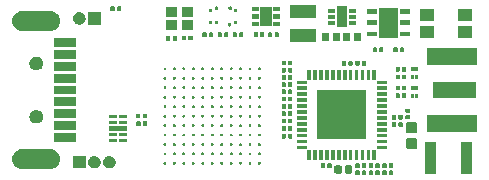
<source format=gbr>
G04 #@! TF.GenerationSoftware,KiCad,Pcbnew,(5.1.5)-3*
G04 #@! TF.CreationDate,2020-07-15T21:49:10-07:00*
G04 #@! TF.ProjectId,MiniDAQ,4d696e69-4441-4512-9e6b-696361645f70,rev?*
G04 #@! TF.SameCoordinates,Original*
G04 #@! TF.FileFunction,Soldermask,Top*
G04 #@! TF.FilePolarity,Negative*
%FSLAX46Y46*%
G04 Gerber Fmt 4.6, Leading zero omitted, Abs format (unit mm)*
G04 Created by KiCad (PCBNEW (5.1.5)-3) date 2020-07-15 21:49:10*
%MOMM*%
%LPD*%
G04 APERTURE LIST*
%ADD10C,0.100000*%
G04 APERTURE END LIST*
D10*
G36*
X114991392Y-124316885D02*
G01*
X115003503Y-124320559D01*
X115014663Y-124326524D01*
X115024447Y-124334553D01*
X115032476Y-124344337D01*
X115038441Y-124355497D01*
X115042115Y-124367608D01*
X115043600Y-124382691D01*
X115043600Y-124638909D01*
X115042115Y-124653992D01*
X115038441Y-124666103D01*
X115032476Y-124677263D01*
X115024447Y-124687047D01*
X115014663Y-124695076D01*
X115003503Y-124701041D01*
X114991392Y-124704715D01*
X114976309Y-124706200D01*
X114750091Y-124706200D01*
X114735008Y-124704715D01*
X114722897Y-124701041D01*
X114711737Y-124695076D01*
X114701953Y-124687047D01*
X114693924Y-124677263D01*
X114687959Y-124666103D01*
X114684285Y-124653992D01*
X114682800Y-124638909D01*
X114682800Y-124382691D01*
X114684285Y-124367608D01*
X114687959Y-124355497D01*
X114693924Y-124344337D01*
X114701953Y-124334553D01*
X114711737Y-124326524D01*
X114722897Y-124320559D01*
X114735008Y-124316885D01*
X114750091Y-124315400D01*
X114976309Y-124315400D01*
X114991392Y-124316885D01*
G37*
G36*
X117277392Y-124316885D02*
G01*
X117289503Y-124320559D01*
X117300663Y-124326524D01*
X117310447Y-124334553D01*
X117318476Y-124344337D01*
X117324441Y-124355497D01*
X117328115Y-124367608D01*
X117329600Y-124382691D01*
X117329600Y-124638909D01*
X117328115Y-124653992D01*
X117324441Y-124666103D01*
X117318476Y-124677263D01*
X117310447Y-124687047D01*
X117300663Y-124695076D01*
X117289503Y-124701041D01*
X117277392Y-124704715D01*
X117262309Y-124706200D01*
X117036091Y-124706200D01*
X117021008Y-124704715D01*
X117008897Y-124701041D01*
X116997737Y-124695076D01*
X116987953Y-124687047D01*
X116979924Y-124677263D01*
X116973959Y-124666103D01*
X116970285Y-124653992D01*
X116968800Y-124638909D01*
X116968800Y-124382691D01*
X116970285Y-124367608D01*
X116973959Y-124355497D01*
X116979924Y-124344337D01*
X116987953Y-124334553D01*
X116997737Y-124326524D01*
X117008897Y-124320559D01*
X117021008Y-124316885D01*
X117036091Y-124315400D01*
X117262309Y-124315400D01*
X117277392Y-124316885D01*
G37*
G36*
X116138792Y-124316885D02*
G01*
X116150903Y-124320559D01*
X116162063Y-124326524D01*
X116171847Y-124334553D01*
X116179876Y-124344337D01*
X116185841Y-124355497D01*
X116189515Y-124367608D01*
X116191000Y-124382691D01*
X116191000Y-124638909D01*
X116189515Y-124653992D01*
X116185841Y-124666103D01*
X116179876Y-124677263D01*
X116171847Y-124687047D01*
X116162063Y-124695076D01*
X116150903Y-124701041D01*
X116138792Y-124704715D01*
X116123709Y-124706200D01*
X115897491Y-124706200D01*
X115882408Y-124704715D01*
X115870297Y-124701041D01*
X115859137Y-124695076D01*
X115849353Y-124687047D01*
X115841324Y-124677263D01*
X115835359Y-124666103D01*
X115831685Y-124653992D01*
X115830200Y-124638909D01*
X115830200Y-124382691D01*
X115831685Y-124367608D01*
X115835359Y-124355497D01*
X115841324Y-124344337D01*
X115849353Y-124334553D01*
X115859137Y-124326524D01*
X115870297Y-124320559D01*
X115882408Y-124316885D01*
X115897491Y-124315400D01*
X116123709Y-124315400D01*
X116138792Y-124316885D01*
G37*
G36*
X116688792Y-124316885D02*
G01*
X116700903Y-124320559D01*
X116712063Y-124326524D01*
X116721847Y-124334553D01*
X116729876Y-124344337D01*
X116735841Y-124355497D01*
X116739515Y-124367608D01*
X116741000Y-124382691D01*
X116741000Y-124638909D01*
X116739515Y-124653992D01*
X116735841Y-124666103D01*
X116729876Y-124677263D01*
X116721847Y-124687047D01*
X116712063Y-124695076D01*
X116700903Y-124701041D01*
X116688792Y-124704715D01*
X116673709Y-124706200D01*
X116447491Y-124706200D01*
X116432408Y-124704715D01*
X116420297Y-124701041D01*
X116409137Y-124695076D01*
X116399353Y-124687047D01*
X116391324Y-124677263D01*
X116385359Y-124666103D01*
X116381685Y-124653992D01*
X116380200Y-124638909D01*
X116380200Y-124382691D01*
X116381685Y-124367608D01*
X116385359Y-124355497D01*
X116391324Y-124344337D01*
X116399353Y-124334553D01*
X116409137Y-124326524D01*
X116420297Y-124320559D01*
X116432408Y-124316885D01*
X116447491Y-124315400D01*
X116673709Y-124315400D01*
X116688792Y-124316885D01*
G37*
G36*
X115541392Y-124316885D02*
G01*
X115553503Y-124320559D01*
X115564663Y-124326524D01*
X115574447Y-124334553D01*
X115582476Y-124344337D01*
X115588441Y-124355497D01*
X115592115Y-124367608D01*
X115593600Y-124382691D01*
X115593600Y-124638909D01*
X115592115Y-124653992D01*
X115588441Y-124666103D01*
X115582476Y-124677263D01*
X115574447Y-124687047D01*
X115564663Y-124695076D01*
X115553503Y-124701041D01*
X115541392Y-124704715D01*
X115526309Y-124706200D01*
X115300091Y-124706200D01*
X115285008Y-124704715D01*
X115272897Y-124701041D01*
X115261737Y-124695076D01*
X115251953Y-124687047D01*
X115243924Y-124677263D01*
X115237959Y-124666103D01*
X115234285Y-124653992D01*
X115232800Y-124638909D01*
X115232800Y-124382691D01*
X115234285Y-124367608D01*
X115237959Y-124355497D01*
X115243924Y-124344337D01*
X115251953Y-124334553D01*
X115261737Y-124326524D01*
X115272897Y-124320559D01*
X115285008Y-124316885D01*
X115300091Y-124315400D01*
X115526309Y-124315400D01*
X115541392Y-124316885D01*
G37*
G36*
X117827392Y-124316885D02*
G01*
X117839503Y-124320559D01*
X117850663Y-124326524D01*
X117860447Y-124334553D01*
X117868476Y-124344337D01*
X117874441Y-124355497D01*
X117878115Y-124367608D01*
X117879600Y-124382691D01*
X117879600Y-124638909D01*
X117878115Y-124653992D01*
X117874441Y-124666103D01*
X117868476Y-124677263D01*
X117860447Y-124687047D01*
X117850663Y-124695076D01*
X117839503Y-124701041D01*
X117827392Y-124704715D01*
X117812309Y-124706200D01*
X117586091Y-124706200D01*
X117571008Y-124704715D01*
X117558897Y-124701041D01*
X117547737Y-124695076D01*
X117537953Y-124687047D01*
X117529924Y-124677263D01*
X117523959Y-124666103D01*
X117520285Y-124653992D01*
X117518800Y-124638909D01*
X117518800Y-124382691D01*
X117520285Y-124367608D01*
X117523959Y-124355497D01*
X117529924Y-124344337D01*
X117537953Y-124334553D01*
X117547737Y-124326524D01*
X117558897Y-124320559D01*
X117571008Y-124316885D01*
X117586091Y-124315400D01*
X117812309Y-124315400D01*
X117827392Y-124316885D01*
G37*
G36*
X124591200Y-124576200D02*
G01*
X123670400Y-124576200D01*
X123670400Y-121905400D01*
X124591200Y-121905400D01*
X124591200Y-124576200D01*
G37*
G36*
X121541200Y-124576200D02*
G01*
X120620400Y-124576200D01*
X120620400Y-121905400D01*
X121541200Y-121905400D01*
X121541200Y-124576200D01*
G37*
G36*
X113428862Y-123893783D02*
G01*
X113453631Y-123901296D01*
X113476469Y-123913504D01*
X113496477Y-123929923D01*
X113512896Y-123949931D01*
X113525104Y-123972769D01*
X113532617Y-123997538D01*
X113535400Y-124025791D01*
X113535400Y-124437009D01*
X113532617Y-124465262D01*
X113525104Y-124490031D01*
X113512896Y-124512869D01*
X113496477Y-124532877D01*
X113476469Y-124549296D01*
X113453631Y-124561504D01*
X113428862Y-124569017D01*
X113400609Y-124571800D01*
X113039391Y-124571800D01*
X113011138Y-124569017D01*
X112986369Y-124561504D01*
X112963531Y-124549296D01*
X112943523Y-124532877D01*
X112927104Y-124512869D01*
X112914896Y-124490031D01*
X112907383Y-124465262D01*
X112904600Y-124437009D01*
X112904600Y-124025791D01*
X112907383Y-123997538D01*
X112914896Y-123972769D01*
X112927104Y-123949931D01*
X112943523Y-123929923D01*
X112963531Y-123913504D01*
X112986369Y-123901296D01*
X113011138Y-123893783D01*
X113039391Y-123891000D01*
X113400609Y-123891000D01*
X113428862Y-123893783D01*
G37*
G36*
X114318862Y-123893783D02*
G01*
X114343631Y-123901296D01*
X114366469Y-123913504D01*
X114386477Y-123929923D01*
X114402896Y-123949931D01*
X114415104Y-123972769D01*
X114422617Y-123997538D01*
X114425400Y-124025791D01*
X114425400Y-124437009D01*
X114422617Y-124465262D01*
X114415104Y-124490031D01*
X114402896Y-124512869D01*
X114386477Y-124532877D01*
X114366469Y-124549296D01*
X114343631Y-124561504D01*
X114318862Y-124569017D01*
X114290609Y-124571800D01*
X113929391Y-124571800D01*
X113901138Y-124569017D01*
X113876369Y-124561504D01*
X113853531Y-124549296D01*
X113833523Y-124532877D01*
X113817104Y-124512869D01*
X113804896Y-124490031D01*
X113797383Y-124465262D01*
X113794600Y-124437009D01*
X113794600Y-124025791D01*
X113797383Y-123997538D01*
X113804896Y-123972769D01*
X113817104Y-123949931D01*
X113833523Y-123929923D01*
X113853531Y-123913504D01*
X113876369Y-123901296D01*
X113901138Y-123893783D01*
X113929391Y-123891000D01*
X114290609Y-123891000D01*
X114318862Y-123893783D01*
G37*
G36*
X89028003Y-122536542D02*
G01*
X89183594Y-122583740D01*
X89233878Y-122610618D01*
X89326986Y-122660385D01*
X89326989Y-122660387D01*
X89326990Y-122660388D01*
X89452670Y-122763530D01*
X89543115Y-122873739D01*
X89555815Y-122889214D01*
X89598681Y-122969411D01*
X89632460Y-123032606D01*
X89679658Y-123188197D01*
X89695594Y-123350000D01*
X89679658Y-123511803D01*
X89632460Y-123667394D01*
X89632459Y-123667395D01*
X89555815Y-123810786D01*
X89555813Y-123810789D01*
X89555812Y-123810790D01*
X89452670Y-123936470D01*
X89339544Y-124029309D01*
X89326986Y-124039615D01*
X89241186Y-124085476D01*
X89183594Y-124116260D01*
X89028003Y-124163458D01*
X88906749Y-124175400D01*
X86425651Y-124175400D01*
X86304397Y-124163458D01*
X86148806Y-124116260D01*
X86091214Y-124085476D01*
X86005414Y-124039615D01*
X85992856Y-124029309D01*
X85879730Y-123936470D01*
X85776588Y-123810790D01*
X85776587Y-123810789D01*
X85776585Y-123810786D01*
X85699941Y-123667395D01*
X85699940Y-123667394D01*
X85652742Y-123511803D01*
X85636806Y-123350000D01*
X85652742Y-123188197D01*
X85699940Y-123032606D01*
X85733719Y-122969411D01*
X85776585Y-122889214D01*
X85789285Y-122873739D01*
X85879730Y-122763530D01*
X86005410Y-122660388D01*
X86005411Y-122660387D01*
X86005414Y-122660385D01*
X86098522Y-122610618D01*
X86148806Y-122583740D01*
X86304397Y-122536542D01*
X86425651Y-122524600D01*
X88906749Y-122524600D01*
X89028003Y-122536542D01*
G37*
G36*
X94017854Y-123097791D02*
G01*
X94113468Y-123137395D01*
X94147891Y-123160396D01*
X94199523Y-123194895D01*
X94272705Y-123268077D01*
X94307204Y-123319709D01*
X94330205Y-123354132D01*
X94369809Y-123449746D01*
X94390000Y-123551252D01*
X94390000Y-123654748D01*
X94369809Y-123756254D01*
X94330205Y-123851868D01*
X94307204Y-123886291D01*
X94272705Y-123937923D01*
X94199523Y-124011105D01*
X94156854Y-124039615D01*
X94113468Y-124068605D01*
X94017854Y-124108209D01*
X93916348Y-124128400D01*
X93812852Y-124128400D01*
X93711346Y-124108209D01*
X93615732Y-124068605D01*
X93572346Y-124039615D01*
X93529677Y-124011105D01*
X93456495Y-123937923D01*
X93421996Y-123886291D01*
X93398995Y-123851868D01*
X93359391Y-123756254D01*
X93339200Y-123654748D01*
X93339200Y-123551252D01*
X93359391Y-123449746D01*
X93398995Y-123354132D01*
X93421996Y-123319709D01*
X93456495Y-123268077D01*
X93529677Y-123194895D01*
X93581309Y-123160396D01*
X93615732Y-123137395D01*
X93711346Y-123097791D01*
X93812852Y-123077600D01*
X93916348Y-123077600D01*
X94017854Y-123097791D01*
G37*
G36*
X92747854Y-123097791D02*
G01*
X92843468Y-123137395D01*
X92877891Y-123160396D01*
X92929523Y-123194895D01*
X93002705Y-123268077D01*
X93037204Y-123319709D01*
X93060205Y-123354132D01*
X93099809Y-123449746D01*
X93120000Y-123551252D01*
X93120000Y-123654748D01*
X93099809Y-123756254D01*
X93060205Y-123851868D01*
X93037204Y-123886291D01*
X93002705Y-123937923D01*
X92929523Y-124011105D01*
X92886854Y-124039615D01*
X92843468Y-124068605D01*
X92747854Y-124108209D01*
X92646348Y-124128400D01*
X92542852Y-124128400D01*
X92441346Y-124108209D01*
X92345732Y-124068605D01*
X92302346Y-124039615D01*
X92259677Y-124011105D01*
X92186495Y-123937923D01*
X92151996Y-123886291D01*
X92128995Y-123851868D01*
X92089391Y-123756254D01*
X92069200Y-123654748D01*
X92069200Y-123551252D01*
X92089391Y-123449746D01*
X92128995Y-123354132D01*
X92151996Y-123319709D01*
X92186495Y-123268077D01*
X92259677Y-123194895D01*
X92311309Y-123160396D01*
X92345732Y-123137395D01*
X92441346Y-123097791D01*
X92542852Y-123077600D01*
X92646348Y-123077600D01*
X92747854Y-123097791D01*
G37*
G36*
X91850000Y-124128400D02*
G01*
X90799200Y-124128400D01*
X90799200Y-123077600D01*
X91850000Y-123077600D01*
X91850000Y-124128400D01*
G37*
G36*
X115541392Y-123707285D02*
G01*
X115553503Y-123710959D01*
X115564663Y-123716924D01*
X115574447Y-123724953D01*
X115582476Y-123734737D01*
X115588441Y-123745897D01*
X115592115Y-123758008D01*
X115593600Y-123773091D01*
X115593600Y-124029309D01*
X115592115Y-124044392D01*
X115588441Y-124056503D01*
X115582476Y-124067663D01*
X115574447Y-124077447D01*
X115564663Y-124085476D01*
X115553503Y-124091441D01*
X115541392Y-124095115D01*
X115526309Y-124096600D01*
X115300091Y-124096600D01*
X115285008Y-124095115D01*
X115272897Y-124091441D01*
X115261737Y-124085476D01*
X115251953Y-124077447D01*
X115243924Y-124067663D01*
X115237959Y-124056503D01*
X115234285Y-124044392D01*
X115232800Y-124029309D01*
X115232800Y-123773091D01*
X115234285Y-123758008D01*
X115237959Y-123745897D01*
X115243924Y-123734737D01*
X115251953Y-123724953D01*
X115261737Y-123716924D01*
X115272897Y-123710959D01*
X115285008Y-123707285D01*
X115300091Y-123705800D01*
X115526309Y-123705800D01*
X115541392Y-123707285D01*
G37*
G36*
X116134392Y-123707285D02*
G01*
X116146503Y-123710959D01*
X116157663Y-123716924D01*
X116167447Y-123724953D01*
X116175476Y-123734737D01*
X116181441Y-123745897D01*
X116185115Y-123758008D01*
X116186600Y-123773091D01*
X116186600Y-124029309D01*
X116185115Y-124044392D01*
X116181441Y-124056503D01*
X116175476Y-124067663D01*
X116167447Y-124077447D01*
X116157663Y-124085476D01*
X116146503Y-124091441D01*
X116134392Y-124095115D01*
X116119309Y-124096600D01*
X115893091Y-124096600D01*
X115878008Y-124095115D01*
X115865897Y-124091441D01*
X115854737Y-124085476D01*
X115844953Y-124077447D01*
X115836924Y-124067663D01*
X115830959Y-124056503D01*
X115827285Y-124044392D01*
X115825800Y-124029309D01*
X115825800Y-123773091D01*
X115827285Y-123758008D01*
X115830959Y-123745897D01*
X115836924Y-123734737D01*
X115844953Y-123724953D01*
X115854737Y-123716924D01*
X115865897Y-123710959D01*
X115878008Y-123707285D01*
X115893091Y-123705800D01*
X116119309Y-123705800D01*
X116134392Y-123707285D01*
G37*
G36*
X116684392Y-123707285D02*
G01*
X116696503Y-123710959D01*
X116707663Y-123716924D01*
X116717447Y-123724953D01*
X116725476Y-123734737D01*
X116731441Y-123745897D01*
X116735115Y-123758008D01*
X116736600Y-123773091D01*
X116736600Y-124029309D01*
X116735115Y-124044392D01*
X116731441Y-124056503D01*
X116725476Y-124067663D01*
X116717447Y-124077447D01*
X116707663Y-124085476D01*
X116696503Y-124091441D01*
X116684392Y-124095115D01*
X116669309Y-124096600D01*
X116443091Y-124096600D01*
X116428008Y-124095115D01*
X116415897Y-124091441D01*
X116404737Y-124085476D01*
X116394953Y-124077447D01*
X116386924Y-124067663D01*
X116380959Y-124056503D01*
X116377285Y-124044392D01*
X116375800Y-124029309D01*
X116375800Y-123773091D01*
X116377285Y-123758008D01*
X116380959Y-123745897D01*
X116386924Y-123734737D01*
X116394953Y-123724953D01*
X116404737Y-123716924D01*
X116415897Y-123710959D01*
X116428008Y-123707285D01*
X116443091Y-123705800D01*
X116669309Y-123705800D01*
X116684392Y-123707285D01*
G37*
G36*
X117277392Y-123707285D02*
G01*
X117289503Y-123710959D01*
X117300663Y-123716924D01*
X117310447Y-123724953D01*
X117318476Y-123734737D01*
X117324441Y-123745897D01*
X117328115Y-123758008D01*
X117329600Y-123773091D01*
X117329600Y-124029309D01*
X117328115Y-124044392D01*
X117324441Y-124056503D01*
X117318476Y-124067663D01*
X117310447Y-124077447D01*
X117300663Y-124085476D01*
X117289503Y-124091441D01*
X117277392Y-124095115D01*
X117262309Y-124096600D01*
X117036091Y-124096600D01*
X117021008Y-124095115D01*
X117008897Y-124091441D01*
X116997737Y-124085476D01*
X116987953Y-124077447D01*
X116979924Y-124067663D01*
X116973959Y-124056503D01*
X116970285Y-124044392D01*
X116968800Y-124029309D01*
X116968800Y-123773091D01*
X116970285Y-123758008D01*
X116973959Y-123745897D01*
X116979924Y-123734737D01*
X116987953Y-123724953D01*
X116997737Y-123716924D01*
X117008897Y-123710959D01*
X117021008Y-123707285D01*
X117036091Y-123705800D01*
X117262309Y-123705800D01*
X117277392Y-123707285D01*
G37*
G36*
X117827392Y-123707285D02*
G01*
X117839503Y-123710959D01*
X117850663Y-123716924D01*
X117860447Y-123724953D01*
X117868476Y-123734737D01*
X117874441Y-123745897D01*
X117878115Y-123758008D01*
X117879600Y-123773091D01*
X117879600Y-124029309D01*
X117878115Y-124044392D01*
X117874441Y-124056503D01*
X117868476Y-124067663D01*
X117860447Y-124077447D01*
X117850663Y-124085476D01*
X117839503Y-124091441D01*
X117827392Y-124095115D01*
X117812309Y-124096600D01*
X117586091Y-124096600D01*
X117571008Y-124095115D01*
X117558897Y-124091441D01*
X117547737Y-124085476D01*
X117537953Y-124077447D01*
X117529924Y-124067663D01*
X117523959Y-124056503D01*
X117520285Y-124044392D01*
X117518800Y-124029309D01*
X117518800Y-123773091D01*
X117520285Y-123758008D01*
X117523959Y-123745897D01*
X117529924Y-123734737D01*
X117537953Y-123724953D01*
X117547737Y-123716924D01*
X117558897Y-123710959D01*
X117571008Y-123707285D01*
X117586091Y-123705800D01*
X117812309Y-123705800D01*
X117827392Y-123707285D01*
G37*
G36*
X114991392Y-123707285D02*
G01*
X115003503Y-123710959D01*
X115014663Y-123716924D01*
X115024447Y-123724953D01*
X115032476Y-123734737D01*
X115038441Y-123745897D01*
X115042115Y-123758008D01*
X115043600Y-123773091D01*
X115043600Y-124029309D01*
X115042115Y-124044392D01*
X115038441Y-124056503D01*
X115032476Y-124067663D01*
X115024447Y-124077447D01*
X115014663Y-124085476D01*
X115003503Y-124091441D01*
X114991392Y-124095115D01*
X114976309Y-124096600D01*
X114750091Y-124096600D01*
X114735008Y-124095115D01*
X114722897Y-124091441D01*
X114711737Y-124085476D01*
X114701953Y-124077447D01*
X114693924Y-124067663D01*
X114687959Y-124056503D01*
X114684285Y-124044392D01*
X114682800Y-124029309D01*
X114682800Y-123773091D01*
X114684285Y-123758008D01*
X114687959Y-123745897D01*
X114693924Y-123734737D01*
X114701953Y-123724953D01*
X114711737Y-123716924D01*
X114722897Y-123710959D01*
X114735008Y-123707285D01*
X114750091Y-123705800D01*
X114976309Y-123705800D01*
X114991392Y-123707285D01*
G37*
G36*
X112620392Y-123707285D02*
G01*
X112632503Y-123710959D01*
X112643663Y-123716924D01*
X112653447Y-123724953D01*
X112661476Y-123734737D01*
X112667441Y-123745897D01*
X112671115Y-123758008D01*
X112672600Y-123773091D01*
X112672600Y-124029309D01*
X112671115Y-124044392D01*
X112667441Y-124056503D01*
X112661476Y-124067663D01*
X112653447Y-124077447D01*
X112643663Y-124085476D01*
X112632503Y-124091441D01*
X112620392Y-124095115D01*
X112605309Y-124096600D01*
X112379091Y-124096600D01*
X112364008Y-124095115D01*
X112351897Y-124091441D01*
X112340737Y-124085476D01*
X112330953Y-124077447D01*
X112322924Y-124067663D01*
X112316959Y-124056503D01*
X112313285Y-124044392D01*
X112311800Y-124029309D01*
X112311800Y-123773091D01*
X112313285Y-123758008D01*
X112316959Y-123745897D01*
X112322924Y-123734737D01*
X112330953Y-123724953D01*
X112340737Y-123716924D01*
X112351897Y-123710959D01*
X112364008Y-123707285D01*
X112379091Y-123705800D01*
X112605309Y-123705800D01*
X112620392Y-123707285D01*
G37*
G36*
X112070392Y-123707285D02*
G01*
X112082503Y-123710959D01*
X112093663Y-123716924D01*
X112103447Y-123724953D01*
X112111476Y-123734737D01*
X112117441Y-123745897D01*
X112121115Y-123758008D01*
X112122600Y-123773091D01*
X112122600Y-124029309D01*
X112121115Y-124044392D01*
X112117441Y-124056503D01*
X112111476Y-124067663D01*
X112103447Y-124077447D01*
X112093663Y-124085476D01*
X112082503Y-124091441D01*
X112070392Y-124095115D01*
X112055309Y-124096600D01*
X111829091Y-124096600D01*
X111814008Y-124095115D01*
X111801897Y-124091441D01*
X111790737Y-124085476D01*
X111780953Y-124077447D01*
X111772924Y-124067663D01*
X111766959Y-124056503D01*
X111763285Y-124044392D01*
X111761800Y-124029309D01*
X111761800Y-123773091D01*
X111763285Y-123758008D01*
X111766959Y-123745897D01*
X111772924Y-123734737D01*
X111780953Y-123724953D01*
X111790737Y-123716924D01*
X111801897Y-123710959D01*
X111814008Y-123707285D01*
X111829091Y-123705800D01*
X112055309Y-123705800D01*
X112070392Y-123707285D01*
G37*
G36*
X105001659Y-123590002D02*
G01*
X105016827Y-123596285D01*
X105024410Y-123599426D01*
X105024411Y-123599427D01*
X105044885Y-123613107D01*
X105062293Y-123630515D01*
X105062294Y-123630517D01*
X105075974Y-123650990D01*
X105077530Y-123654747D01*
X105085398Y-123673741D01*
X105090200Y-123697887D01*
X105090200Y-123722513D01*
X105085398Y-123746659D01*
X105079258Y-123761482D01*
X105075974Y-123769410D01*
X105075973Y-123769411D01*
X105062293Y-123789885D01*
X105044885Y-123807293D01*
X105039657Y-123810786D01*
X105024410Y-123820974D01*
X105016827Y-123824115D01*
X105001659Y-123830398D01*
X104977513Y-123835200D01*
X104952887Y-123835200D01*
X104928741Y-123830398D01*
X104913573Y-123824115D01*
X104905990Y-123820974D01*
X104890743Y-123810786D01*
X104885515Y-123807293D01*
X104868107Y-123789885D01*
X104854427Y-123769411D01*
X104854426Y-123769410D01*
X104851142Y-123761482D01*
X104845002Y-123746659D01*
X104840200Y-123722513D01*
X104840200Y-123697887D01*
X104845002Y-123673741D01*
X104852870Y-123654747D01*
X104854426Y-123650990D01*
X104868106Y-123630517D01*
X104868107Y-123630515D01*
X104885515Y-123613107D01*
X104905989Y-123599427D01*
X104905990Y-123599426D01*
X104913573Y-123596285D01*
X104928741Y-123590002D01*
X104952887Y-123585200D01*
X104977513Y-123585200D01*
X105001659Y-123590002D01*
G37*
G36*
X98601659Y-123590002D02*
G01*
X98616827Y-123596285D01*
X98624410Y-123599426D01*
X98624411Y-123599427D01*
X98644885Y-123613107D01*
X98662293Y-123630515D01*
X98662294Y-123630517D01*
X98675974Y-123650990D01*
X98677530Y-123654747D01*
X98685398Y-123673741D01*
X98690200Y-123697887D01*
X98690200Y-123722513D01*
X98685398Y-123746659D01*
X98679258Y-123761482D01*
X98675974Y-123769410D01*
X98675973Y-123769411D01*
X98662293Y-123789885D01*
X98644885Y-123807293D01*
X98639657Y-123810786D01*
X98624410Y-123820974D01*
X98616827Y-123824115D01*
X98601659Y-123830398D01*
X98577513Y-123835200D01*
X98552887Y-123835200D01*
X98528741Y-123830398D01*
X98513573Y-123824115D01*
X98505990Y-123820974D01*
X98490743Y-123810786D01*
X98485515Y-123807293D01*
X98468107Y-123789885D01*
X98454427Y-123769411D01*
X98454426Y-123769410D01*
X98451142Y-123761482D01*
X98445002Y-123746659D01*
X98440200Y-123722513D01*
X98440200Y-123697887D01*
X98445002Y-123673741D01*
X98452870Y-123654747D01*
X98454426Y-123650990D01*
X98468106Y-123630517D01*
X98468107Y-123630515D01*
X98485515Y-123613107D01*
X98505989Y-123599427D01*
X98505990Y-123599426D01*
X98513573Y-123596285D01*
X98528741Y-123590002D01*
X98552887Y-123585200D01*
X98577513Y-123585200D01*
X98601659Y-123590002D01*
G37*
G36*
X99401659Y-123590002D02*
G01*
X99416827Y-123596285D01*
X99424410Y-123599426D01*
X99424411Y-123599427D01*
X99444885Y-123613107D01*
X99462293Y-123630515D01*
X99462294Y-123630517D01*
X99475974Y-123650990D01*
X99477530Y-123654747D01*
X99485398Y-123673741D01*
X99490200Y-123697887D01*
X99490200Y-123722513D01*
X99485398Y-123746659D01*
X99479258Y-123761482D01*
X99475974Y-123769410D01*
X99475973Y-123769411D01*
X99462293Y-123789885D01*
X99444885Y-123807293D01*
X99439657Y-123810786D01*
X99424410Y-123820974D01*
X99416827Y-123824115D01*
X99401659Y-123830398D01*
X99377513Y-123835200D01*
X99352887Y-123835200D01*
X99328741Y-123830398D01*
X99313573Y-123824115D01*
X99305990Y-123820974D01*
X99290743Y-123810786D01*
X99285515Y-123807293D01*
X99268107Y-123789885D01*
X99254427Y-123769411D01*
X99254426Y-123769410D01*
X99251142Y-123761482D01*
X99245002Y-123746659D01*
X99240200Y-123722513D01*
X99240200Y-123697887D01*
X99245002Y-123673741D01*
X99252870Y-123654747D01*
X99254426Y-123650990D01*
X99268106Y-123630517D01*
X99268107Y-123630515D01*
X99285515Y-123613107D01*
X99305989Y-123599427D01*
X99305990Y-123599426D01*
X99313573Y-123596285D01*
X99328741Y-123590002D01*
X99352887Y-123585200D01*
X99377513Y-123585200D01*
X99401659Y-123590002D01*
G37*
G36*
X106601659Y-123590002D02*
G01*
X106616827Y-123596285D01*
X106624410Y-123599426D01*
X106624411Y-123599427D01*
X106644885Y-123613107D01*
X106662293Y-123630515D01*
X106662294Y-123630517D01*
X106675974Y-123650990D01*
X106677530Y-123654747D01*
X106685398Y-123673741D01*
X106690200Y-123697887D01*
X106690200Y-123722513D01*
X106685398Y-123746659D01*
X106679258Y-123761482D01*
X106675974Y-123769410D01*
X106675973Y-123769411D01*
X106662293Y-123789885D01*
X106644885Y-123807293D01*
X106639657Y-123810786D01*
X106624410Y-123820974D01*
X106616827Y-123824115D01*
X106601659Y-123830398D01*
X106577513Y-123835200D01*
X106552887Y-123835200D01*
X106528741Y-123830398D01*
X106513573Y-123824115D01*
X106505990Y-123820974D01*
X106490743Y-123810786D01*
X106485515Y-123807293D01*
X106468107Y-123789885D01*
X106454427Y-123769411D01*
X106454426Y-123769410D01*
X106451142Y-123761482D01*
X106445002Y-123746659D01*
X106440200Y-123722513D01*
X106440200Y-123697887D01*
X106445002Y-123673741D01*
X106452870Y-123654747D01*
X106454426Y-123650990D01*
X106468106Y-123630517D01*
X106468107Y-123630515D01*
X106485515Y-123613107D01*
X106505989Y-123599427D01*
X106505990Y-123599426D01*
X106513573Y-123596285D01*
X106528741Y-123590002D01*
X106552887Y-123585200D01*
X106577513Y-123585200D01*
X106601659Y-123590002D01*
G37*
G36*
X105801659Y-123590002D02*
G01*
X105816827Y-123596285D01*
X105824410Y-123599426D01*
X105824411Y-123599427D01*
X105844885Y-123613107D01*
X105862293Y-123630515D01*
X105862294Y-123630517D01*
X105875974Y-123650990D01*
X105877530Y-123654747D01*
X105885398Y-123673741D01*
X105890200Y-123697887D01*
X105890200Y-123722513D01*
X105885398Y-123746659D01*
X105879258Y-123761482D01*
X105875974Y-123769410D01*
X105875973Y-123769411D01*
X105862293Y-123789885D01*
X105844885Y-123807293D01*
X105839657Y-123810786D01*
X105824410Y-123820974D01*
X105816827Y-123824115D01*
X105801659Y-123830398D01*
X105777513Y-123835200D01*
X105752887Y-123835200D01*
X105728741Y-123830398D01*
X105713573Y-123824115D01*
X105705990Y-123820974D01*
X105690743Y-123810786D01*
X105685515Y-123807293D01*
X105668107Y-123789885D01*
X105654427Y-123769411D01*
X105654426Y-123769410D01*
X105651142Y-123761482D01*
X105645002Y-123746659D01*
X105640200Y-123722513D01*
X105640200Y-123697887D01*
X105645002Y-123673741D01*
X105652870Y-123654747D01*
X105654426Y-123650990D01*
X105668106Y-123630517D01*
X105668107Y-123630515D01*
X105685515Y-123613107D01*
X105705989Y-123599427D01*
X105705990Y-123599426D01*
X105713573Y-123596285D01*
X105728741Y-123590002D01*
X105752887Y-123585200D01*
X105777513Y-123585200D01*
X105801659Y-123590002D01*
G37*
G36*
X104201659Y-123590002D02*
G01*
X104216827Y-123596285D01*
X104224410Y-123599426D01*
X104224411Y-123599427D01*
X104244885Y-123613107D01*
X104262293Y-123630515D01*
X104262294Y-123630517D01*
X104275974Y-123650990D01*
X104277530Y-123654747D01*
X104285398Y-123673741D01*
X104290200Y-123697887D01*
X104290200Y-123722513D01*
X104285398Y-123746659D01*
X104279258Y-123761482D01*
X104275974Y-123769410D01*
X104275973Y-123769411D01*
X104262293Y-123789885D01*
X104244885Y-123807293D01*
X104239657Y-123810786D01*
X104224410Y-123820974D01*
X104216827Y-123824115D01*
X104201659Y-123830398D01*
X104177513Y-123835200D01*
X104152887Y-123835200D01*
X104128741Y-123830398D01*
X104113573Y-123824115D01*
X104105990Y-123820974D01*
X104090743Y-123810786D01*
X104085515Y-123807293D01*
X104068107Y-123789885D01*
X104054427Y-123769411D01*
X104054426Y-123769410D01*
X104051142Y-123761482D01*
X104045002Y-123746659D01*
X104040200Y-123722513D01*
X104040200Y-123697887D01*
X104045002Y-123673741D01*
X104052870Y-123654747D01*
X104054426Y-123650990D01*
X104068106Y-123630517D01*
X104068107Y-123630515D01*
X104085515Y-123613107D01*
X104105989Y-123599427D01*
X104105990Y-123599426D01*
X104113573Y-123596285D01*
X104128741Y-123590002D01*
X104152887Y-123585200D01*
X104177513Y-123585200D01*
X104201659Y-123590002D01*
G37*
G36*
X103401659Y-123590002D02*
G01*
X103416827Y-123596285D01*
X103424410Y-123599426D01*
X103424411Y-123599427D01*
X103444885Y-123613107D01*
X103462293Y-123630515D01*
X103462294Y-123630517D01*
X103475974Y-123650990D01*
X103477530Y-123654747D01*
X103485398Y-123673741D01*
X103490200Y-123697887D01*
X103490200Y-123722513D01*
X103485398Y-123746659D01*
X103479258Y-123761482D01*
X103475974Y-123769410D01*
X103475973Y-123769411D01*
X103462293Y-123789885D01*
X103444885Y-123807293D01*
X103439657Y-123810786D01*
X103424410Y-123820974D01*
X103416827Y-123824115D01*
X103401659Y-123830398D01*
X103377513Y-123835200D01*
X103352887Y-123835200D01*
X103328741Y-123830398D01*
X103313573Y-123824115D01*
X103305990Y-123820974D01*
X103290743Y-123810786D01*
X103285515Y-123807293D01*
X103268107Y-123789885D01*
X103254427Y-123769411D01*
X103254426Y-123769410D01*
X103251142Y-123761482D01*
X103245002Y-123746659D01*
X103240200Y-123722513D01*
X103240200Y-123697887D01*
X103245002Y-123673741D01*
X103252870Y-123654747D01*
X103254426Y-123650990D01*
X103268106Y-123630517D01*
X103268107Y-123630515D01*
X103285515Y-123613107D01*
X103305989Y-123599427D01*
X103305990Y-123599426D01*
X103313573Y-123596285D01*
X103328741Y-123590002D01*
X103352887Y-123585200D01*
X103377513Y-123585200D01*
X103401659Y-123590002D01*
G37*
G36*
X102601659Y-123590002D02*
G01*
X102616827Y-123596285D01*
X102624410Y-123599426D01*
X102624411Y-123599427D01*
X102644885Y-123613107D01*
X102662293Y-123630515D01*
X102662294Y-123630517D01*
X102675974Y-123650990D01*
X102677530Y-123654747D01*
X102685398Y-123673741D01*
X102690200Y-123697887D01*
X102690200Y-123722513D01*
X102685398Y-123746659D01*
X102679258Y-123761482D01*
X102675974Y-123769410D01*
X102675973Y-123769411D01*
X102662293Y-123789885D01*
X102644885Y-123807293D01*
X102639657Y-123810786D01*
X102624410Y-123820974D01*
X102616827Y-123824115D01*
X102601659Y-123830398D01*
X102577513Y-123835200D01*
X102552887Y-123835200D01*
X102528741Y-123830398D01*
X102513573Y-123824115D01*
X102505990Y-123820974D01*
X102490743Y-123810786D01*
X102485515Y-123807293D01*
X102468107Y-123789885D01*
X102454427Y-123769411D01*
X102454426Y-123769410D01*
X102451142Y-123761482D01*
X102445002Y-123746659D01*
X102440200Y-123722513D01*
X102440200Y-123697887D01*
X102445002Y-123673741D01*
X102452870Y-123654747D01*
X102454426Y-123650990D01*
X102468106Y-123630517D01*
X102468107Y-123630515D01*
X102485515Y-123613107D01*
X102505989Y-123599427D01*
X102505990Y-123599426D01*
X102513573Y-123596285D01*
X102528741Y-123590002D01*
X102552887Y-123585200D01*
X102577513Y-123585200D01*
X102601659Y-123590002D01*
G37*
G36*
X101801659Y-123590002D02*
G01*
X101816827Y-123596285D01*
X101824410Y-123599426D01*
X101824411Y-123599427D01*
X101844885Y-123613107D01*
X101862293Y-123630515D01*
X101862294Y-123630517D01*
X101875974Y-123650990D01*
X101877530Y-123654747D01*
X101885398Y-123673741D01*
X101890200Y-123697887D01*
X101890200Y-123722513D01*
X101885398Y-123746659D01*
X101879258Y-123761482D01*
X101875974Y-123769410D01*
X101875973Y-123769411D01*
X101862293Y-123789885D01*
X101844885Y-123807293D01*
X101839657Y-123810786D01*
X101824410Y-123820974D01*
X101816827Y-123824115D01*
X101801659Y-123830398D01*
X101777513Y-123835200D01*
X101752887Y-123835200D01*
X101728741Y-123830398D01*
X101713573Y-123824115D01*
X101705990Y-123820974D01*
X101690743Y-123810786D01*
X101685515Y-123807293D01*
X101668107Y-123789885D01*
X101654427Y-123769411D01*
X101654426Y-123769410D01*
X101651142Y-123761482D01*
X101645002Y-123746659D01*
X101640200Y-123722513D01*
X101640200Y-123697887D01*
X101645002Y-123673741D01*
X101652870Y-123654747D01*
X101654426Y-123650990D01*
X101668106Y-123630517D01*
X101668107Y-123630515D01*
X101685515Y-123613107D01*
X101705989Y-123599427D01*
X101705990Y-123599426D01*
X101713573Y-123596285D01*
X101728741Y-123590002D01*
X101752887Y-123585200D01*
X101777513Y-123585200D01*
X101801659Y-123590002D01*
G37*
G36*
X101001659Y-123590002D02*
G01*
X101016827Y-123596285D01*
X101024410Y-123599426D01*
X101024411Y-123599427D01*
X101044885Y-123613107D01*
X101062293Y-123630515D01*
X101062294Y-123630517D01*
X101075974Y-123650990D01*
X101077530Y-123654747D01*
X101085398Y-123673741D01*
X101090200Y-123697887D01*
X101090200Y-123722513D01*
X101085398Y-123746659D01*
X101079258Y-123761482D01*
X101075974Y-123769410D01*
X101075973Y-123769411D01*
X101062293Y-123789885D01*
X101044885Y-123807293D01*
X101039657Y-123810786D01*
X101024410Y-123820974D01*
X101016827Y-123824115D01*
X101001659Y-123830398D01*
X100977513Y-123835200D01*
X100952887Y-123835200D01*
X100928741Y-123830398D01*
X100913573Y-123824115D01*
X100905990Y-123820974D01*
X100890743Y-123810786D01*
X100885515Y-123807293D01*
X100868107Y-123789885D01*
X100854427Y-123769411D01*
X100854426Y-123769410D01*
X100851142Y-123761482D01*
X100845002Y-123746659D01*
X100840200Y-123722513D01*
X100840200Y-123697887D01*
X100845002Y-123673741D01*
X100852870Y-123654747D01*
X100854426Y-123650990D01*
X100868106Y-123630517D01*
X100868107Y-123630515D01*
X100885515Y-123613107D01*
X100905989Y-123599427D01*
X100905990Y-123599426D01*
X100913573Y-123596285D01*
X100928741Y-123590002D01*
X100952887Y-123585200D01*
X100977513Y-123585200D01*
X101001659Y-123590002D01*
G37*
G36*
X100201659Y-123590002D02*
G01*
X100216827Y-123596285D01*
X100224410Y-123599426D01*
X100224411Y-123599427D01*
X100244885Y-123613107D01*
X100262293Y-123630515D01*
X100262294Y-123630517D01*
X100275974Y-123650990D01*
X100277530Y-123654747D01*
X100285398Y-123673741D01*
X100290200Y-123697887D01*
X100290200Y-123722513D01*
X100285398Y-123746659D01*
X100279258Y-123761482D01*
X100275974Y-123769410D01*
X100275973Y-123769411D01*
X100262293Y-123789885D01*
X100244885Y-123807293D01*
X100239657Y-123810786D01*
X100224410Y-123820974D01*
X100216827Y-123824115D01*
X100201659Y-123830398D01*
X100177513Y-123835200D01*
X100152887Y-123835200D01*
X100128741Y-123830398D01*
X100113573Y-123824115D01*
X100105990Y-123820974D01*
X100090743Y-123810786D01*
X100085515Y-123807293D01*
X100068107Y-123789885D01*
X100054427Y-123769411D01*
X100054426Y-123769410D01*
X100051142Y-123761482D01*
X100045002Y-123746659D01*
X100040200Y-123722513D01*
X100040200Y-123697887D01*
X100045002Y-123673741D01*
X100052870Y-123654747D01*
X100054426Y-123650990D01*
X100068106Y-123630517D01*
X100068107Y-123630515D01*
X100085515Y-123613107D01*
X100105989Y-123599427D01*
X100105990Y-123599426D01*
X100113573Y-123596285D01*
X100128741Y-123590002D01*
X100152887Y-123585200D01*
X100177513Y-123585200D01*
X100201659Y-123590002D01*
G37*
G36*
X111943400Y-123409000D02*
G01*
X111632600Y-123409000D01*
X111632600Y-122578200D01*
X111943400Y-122578200D01*
X111943400Y-123409000D01*
G37*
G36*
X110943400Y-123409000D02*
G01*
X110632600Y-123409000D01*
X110632600Y-122578200D01*
X110943400Y-122578200D01*
X110943400Y-123409000D01*
G37*
G36*
X111443400Y-123409000D02*
G01*
X111132600Y-123409000D01*
X111132600Y-122578200D01*
X111443400Y-122578200D01*
X111443400Y-123409000D01*
G37*
G36*
X112443400Y-123409000D02*
G01*
X112132600Y-123409000D01*
X112132600Y-122578200D01*
X112443400Y-122578200D01*
X112443400Y-123409000D01*
G37*
G36*
X114443400Y-123409000D02*
G01*
X114132600Y-123409000D01*
X114132600Y-122578200D01*
X114443400Y-122578200D01*
X114443400Y-123409000D01*
G37*
G36*
X114943400Y-123409000D02*
G01*
X114632600Y-123409000D01*
X114632600Y-122578200D01*
X114943400Y-122578200D01*
X114943400Y-123409000D01*
G37*
G36*
X115443400Y-123409000D02*
G01*
X115132600Y-123409000D01*
X115132600Y-122578200D01*
X115443400Y-122578200D01*
X115443400Y-123409000D01*
G37*
G36*
X115943400Y-123409000D02*
G01*
X115632600Y-123409000D01*
X115632600Y-122578200D01*
X115943400Y-122578200D01*
X115943400Y-123409000D01*
G37*
G36*
X113443400Y-123409000D02*
G01*
X113132600Y-123409000D01*
X113132600Y-122578200D01*
X113443400Y-122578200D01*
X113443400Y-123409000D01*
G37*
G36*
X113943400Y-123409000D02*
G01*
X113632600Y-123409000D01*
X113632600Y-122578200D01*
X113943400Y-122578200D01*
X113943400Y-123409000D01*
G37*
G36*
X116443400Y-123409000D02*
G01*
X116132600Y-123409000D01*
X116132600Y-122578200D01*
X116443400Y-122578200D01*
X116443400Y-123409000D01*
G37*
G36*
X112943400Y-123409000D02*
G01*
X112632600Y-123409000D01*
X112632600Y-122578200D01*
X112943400Y-122578200D01*
X112943400Y-123409000D01*
G37*
G36*
X102601659Y-122790002D02*
G01*
X102616827Y-122796285D01*
X102624410Y-122799426D01*
X102624411Y-122799427D01*
X102644885Y-122813107D01*
X102662293Y-122830515D01*
X102662294Y-122830517D01*
X102675974Y-122850990D01*
X102679115Y-122858573D01*
X102685398Y-122873741D01*
X102690200Y-122897887D01*
X102690200Y-122922513D01*
X102685398Y-122946659D01*
X102679115Y-122961827D01*
X102675974Y-122969410D01*
X102675973Y-122969411D01*
X102662293Y-122989885D01*
X102644885Y-123007293D01*
X102634578Y-123014180D01*
X102624410Y-123020974D01*
X102616827Y-123024115D01*
X102601659Y-123030398D01*
X102577513Y-123035200D01*
X102552887Y-123035200D01*
X102528741Y-123030398D01*
X102513573Y-123024115D01*
X102505990Y-123020974D01*
X102495822Y-123014180D01*
X102485515Y-123007293D01*
X102468107Y-122989885D01*
X102454427Y-122969411D01*
X102454426Y-122969410D01*
X102451285Y-122961827D01*
X102445002Y-122946659D01*
X102440200Y-122922513D01*
X102440200Y-122897887D01*
X102445002Y-122873741D01*
X102451285Y-122858573D01*
X102454426Y-122850990D01*
X102468106Y-122830517D01*
X102468107Y-122830515D01*
X102485515Y-122813107D01*
X102505989Y-122799427D01*
X102505990Y-122799426D01*
X102513573Y-122796285D01*
X102528741Y-122790002D01*
X102552887Y-122785200D01*
X102577513Y-122785200D01*
X102601659Y-122790002D01*
G37*
G36*
X101801659Y-122790002D02*
G01*
X101816827Y-122796285D01*
X101824410Y-122799426D01*
X101824411Y-122799427D01*
X101844885Y-122813107D01*
X101862293Y-122830515D01*
X101862294Y-122830517D01*
X101875974Y-122850990D01*
X101879115Y-122858573D01*
X101885398Y-122873741D01*
X101890200Y-122897887D01*
X101890200Y-122922513D01*
X101885398Y-122946659D01*
X101879115Y-122961827D01*
X101875974Y-122969410D01*
X101875973Y-122969411D01*
X101862293Y-122989885D01*
X101844885Y-123007293D01*
X101834578Y-123014180D01*
X101824410Y-123020974D01*
X101816827Y-123024115D01*
X101801659Y-123030398D01*
X101777513Y-123035200D01*
X101752887Y-123035200D01*
X101728741Y-123030398D01*
X101713573Y-123024115D01*
X101705990Y-123020974D01*
X101695822Y-123014180D01*
X101685515Y-123007293D01*
X101668107Y-122989885D01*
X101654427Y-122969411D01*
X101654426Y-122969410D01*
X101651285Y-122961827D01*
X101645002Y-122946659D01*
X101640200Y-122922513D01*
X101640200Y-122897887D01*
X101645002Y-122873741D01*
X101651285Y-122858573D01*
X101654426Y-122850990D01*
X101668106Y-122830517D01*
X101668107Y-122830515D01*
X101685515Y-122813107D01*
X101705989Y-122799427D01*
X101705990Y-122799426D01*
X101713573Y-122796285D01*
X101728741Y-122790002D01*
X101752887Y-122785200D01*
X101777513Y-122785200D01*
X101801659Y-122790002D01*
G37*
G36*
X101001659Y-122790002D02*
G01*
X101016827Y-122796285D01*
X101024410Y-122799426D01*
X101024411Y-122799427D01*
X101044885Y-122813107D01*
X101062293Y-122830515D01*
X101062294Y-122830517D01*
X101075974Y-122850990D01*
X101079115Y-122858573D01*
X101085398Y-122873741D01*
X101090200Y-122897887D01*
X101090200Y-122922513D01*
X101085398Y-122946659D01*
X101079115Y-122961827D01*
X101075974Y-122969410D01*
X101075973Y-122969411D01*
X101062293Y-122989885D01*
X101044885Y-123007293D01*
X101034578Y-123014180D01*
X101024410Y-123020974D01*
X101016827Y-123024115D01*
X101001659Y-123030398D01*
X100977513Y-123035200D01*
X100952887Y-123035200D01*
X100928741Y-123030398D01*
X100913573Y-123024115D01*
X100905990Y-123020974D01*
X100895822Y-123014180D01*
X100885515Y-123007293D01*
X100868107Y-122989885D01*
X100854427Y-122969411D01*
X100854426Y-122969410D01*
X100851285Y-122961827D01*
X100845002Y-122946659D01*
X100840200Y-122922513D01*
X100840200Y-122897887D01*
X100845002Y-122873741D01*
X100851285Y-122858573D01*
X100854426Y-122850990D01*
X100868106Y-122830517D01*
X100868107Y-122830515D01*
X100885515Y-122813107D01*
X100905989Y-122799427D01*
X100905990Y-122799426D01*
X100913573Y-122796285D01*
X100928741Y-122790002D01*
X100952887Y-122785200D01*
X100977513Y-122785200D01*
X101001659Y-122790002D01*
G37*
G36*
X100201659Y-122790002D02*
G01*
X100216827Y-122796285D01*
X100224410Y-122799426D01*
X100224411Y-122799427D01*
X100244885Y-122813107D01*
X100262293Y-122830515D01*
X100262294Y-122830517D01*
X100275974Y-122850990D01*
X100279115Y-122858573D01*
X100285398Y-122873741D01*
X100290200Y-122897887D01*
X100290200Y-122922513D01*
X100285398Y-122946659D01*
X100279115Y-122961827D01*
X100275974Y-122969410D01*
X100275973Y-122969411D01*
X100262293Y-122989885D01*
X100244885Y-123007293D01*
X100234578Y-123014180D01*
X100224410Y-123020974D01*
X100216827Y-123024115D01*
X100201659Y-123030398D01*
X100177513Y-123035200D01*
X100152887Y-123035200D01*
X100128741Y-123030398D01*
X100113573Y-123024115D01*
X100105990Y-123020974D01*
X100095822Y-123014180D01*
X100085515Y-123007293D01*
X100068107Y-122989885D01*
X100054427Y-122969411D01*
X100054426Y-122969410D01*
X100051285Y-122961827D01*
X100045002Y-122946659D01*
X100040200Y-122922513D01*
X100040200Y-122897887D01*
X100045002Y-122873741D01*
X100051285Y-122858573D01*
X100054426Y-122850990D01*
X100068106Y-122830517D01*
X100068107Y-122830515D01*
X100085515Y-122813107D01*
X100105989Y-122799427D01*
X100105990Y-122799426D01*
X100113573Y-122796285D01*
X100128741Y-122790002D01*
X100152887Y-122785200D01*
X100177513Y-122785200D01*
X100201659Y-122790002D01*
G37*
G36*
X99401659Y-122790002D02*
G01*
X99416827Y-122796285D01*
X99424410Y-122799426D01*
X99424411Y-122799427D01*
X99444885Y-122813107D01*
X99462293Y-122830515D01*
X99462294Y-122830517D01*
X99475974Y-122850990D01*
X99479115Y-122858573D01*
X99485398Y-122873741D01*
X99490200Y-122897887D01*
X99490200Y-122922513D01*
X99485398Y-122946659D01*
X99479115Y-122961827D01*
X99475974Y-122969410D01*
X99475973Y-122969411D01*
X99462293Y-122989885D01*
X99444885Y-123007293D01*
X99434578Y-123014180D01*
X99424410Y-123020974D01*
X99416827Y-123024115D01*
X99401659Y-123030398D01*
X99377513Y-123035200D01*
X99352887Y-123035200D01*
X99328741Y-123030398D01*
X99313573Y-123024115D01*
X99305990Y-123020974D01*
X99295822Y-123014180D01*
X99285515Y-123007293D01*
X99268107Y-122989885D01*
X99254427Y-122969411D01*
X99254426Y-122969410D01*
X99251285Y-122961827D01*
X99245002Y-122946659D01*
X99240200Y-122922513D01*
X99240200Y-122897887D01*
X99245002Y-122873741D01*
X99251285Y-122858573D01*
X99254426Y-122850990D01*
X99268106Y-122830517D01*
X99268107Y-122830515D01*
X99285515Y-122813107D01*
X99305989Y-122799427D01*
X99305990Y-122799426D01*
X99313573Y-122796285D01*
X99328741Y-122790002D01*
X99352887Y-122785200D01*
X99377513Y-122785200D01*
X99401659Y-122790002D01*
G37*
G36*
X106601659Y-122790002D02*
G01*
X106616827Y-122796285D01*
X106624410Y-122799426D01*
X106624411Y-122799427D01*
X106644885Y-122813107D01*
X106662293Y-122830515D01*
X106662294Y-122830517D01*
X106675974Y-122850990D01*
X106679115Y-122858573D01*
X106685398Y-122873741D01*
X106690200Y-122897887D01*
X106690200Y-122922513D01*
X106685398Y-122946659D01*
X106679115Y-122961827D01*
X106675974Y-122969410D01*
X106675973Y-122969411D01*
X106662293Y-122989885D01*
X106644885Y-123007293D01*
X106634578Y-123014180D01*
X106624410Y-123020974D01*
X106616827Y-123024115D01*
X106601659Y-123030398D01*
X106577513Y-123035200D01*
X106552887Y-123035200D01*
X106528741Y-123030398D01*
X106513573Y-123024115D01*
X106505990Y-123020974D01*
X106495822Y-123014180D01*
X106485515Y-123007293D01*
X106468107Y-122989885D01*
X106454427Y-122969411D01*
X106454426Y-122969410D01*
X106451285Y-122961827D01*
X106445002Y-122946659D01*
X106440200Y-122922513D01*
X106440200Y-122897887D01*
X106445002Y-122873741D01*
X106451285Y-122858573D01*
X106454426Y-122850990D01*
X106468106Y-122830517D01*
X106468107Y-122830515D01*
X106485515Y-122813107D01*
X106505989Y-122799427D01*
X106505990Y-122799426D01*
X106513573Y-122796285D01*
X106528741Y-122790002D01*
X106552887Y-122785200D01*
X106577513Y-122785200D01*
X106601659Y-122790002D01*
G37*
G36*
X104201659Y-122790002D02*
G01*
X104216827Y-122796285D01*
X104224410Y-122799426D01*
X104224411Y-122799427D01*
X104244885Y-122813107D01*
X104262293Y-122830515D01*
X104262294Y-122830517D01*
X104275974Y-122850990D01*
X104279115Y-122858573D01*
X104285398Y-122873741D01*
X104290200Y-122897887D01*
X104290200Y-122922513D01*
X104285398Y-122946659D01*
X104279115Y-122961827D01*
X104275974Y-122969410D01*
X104275973Y-122969411D01*
X104262293Y-122989885D01*
X104244885Y-123007293D01*
X104234578Y-123014180D01*
X104224410Y-123020974D01*
X104216827Y-123024115D01*
X104201659Y-123030398D01*
X104177513Y-123035200D01*
X104152887Y-123035200D01*
X104128741Y-123030398D01*
X104113573Y-123024115D01*
X104105990Y-123020974D01*
X104095822Y-123014180D01*
X104085515Y-123007293D01*
X104068107Y-122989885D01*
X104054427Y-122969411D01*
X104054426Y-122969410D01*
X104051285Y-122961827D01*
X104045002Y-122946659D01*
X104040200Y-122922513D01*
X104040200Y-122897887D01*
X104045002Y-122873741D01*
X104051285Y-122858573D01*
X104054426Y-122850990D01*
X104068106Y-122830517D01*
X104068107Y-122830515D01*
X104085515Y-122813107D01*
X104105989Y-122799427D01*
X104105990Y-122799426D01*
X104113573Y-122796285D01*
X104128741Y-122790002D01*
X104152887Y-122785200D01*
X104177513Y-122785200D01*
X104201659Y-122790002D01*
G37*
G36*
X105001659Y-122790002D02*
G01*
X105016827Y-122796285D01*
X105024410Y-122799426D01*
X105024411Y-122799427D01*
X105044885Y-122813107D01*
X105062293Y-122830515D01*
X105062294Y-122830517D01*
X105075974Y-122850990D01*
X105079115Y-122858573D01*
X105085398Y-122873741D01*
X105090200Y-122897887D01*
X105090200Y-122922513D01*
X105085398Y-122946659D01*
X105079115Y-122961827D01*
X105075974Y-122969410D01*
X105075973Y-122969411D01*
X105062293Y-122989885D01*
X105044885Y-123007293D01*
X105034578Y-123014180D01*
X105024410Y-123020974D01*
X105016827Y-123024115D01*
X105001659Y-123030398D01*
X104977513Y-123035200D01*
X104952887Y-123035200D01*
X104928741Y-123030398D01*
X104913573Y-123024115D01*
X104905990Y-123020974D01*
X104895822Y-123014180D01*
X104885515Y-123007293D01*
X104868107Y-122989885D01*
X104854427Y-122969411D01*
X104854426Y-122969410D01*
X104851285Y-122961827D01*
X104845002Y-122946659D01*
X104840200Y-122922513D01*
X104840200Y-122897887D01*
X104845002Y-122873741D01*
X104851285Y-122858573D01*
X104854426Y-122850990D01*
X104868106Y-122830517D01*
X104868107Y-122830515D01*
X104885515Y-122813107D01*
X104905989Y-122799427D01*
X104905990Y-122799426D01*
X104913573Y-122796285D01*
X104928741Y-122790002D01*
X104952887Y-122785200D01*
X104977513Y-122785200D01*
X105001659Y-122790002D01*
G37*
G36*
X105801659Y-122790002D02*
G01*
X105816827Y-122796285D01*
X105824410Y-122799426D01*
X105824411Y-122799427D01*
X105844885Y-122813107D01*
X105862293Y-122830515D01*
X105862294Y-122830517D01*
X105875974Y-122850990D01*
X105879115Y-122858573D01*
X105885398Y-122873741D01*
X105890200Y-122897887D01*
X105890200Y-122922513D01*
X105885398Y-122946659D01*
X105879115Y-122961827D01*
X105875974Y-122969410D01*
X105875973Y-122969411D01*
X105862293Y-122989885D01*
X105844885Y-123007293D01*
X105834578Y-123014180D01*
X105824410Y-123020974D01*
X105816827Y-123024115D01*
X105801659Y-123030398D01*
X105777513Y-123035200D01*
X105752887Y-123035200D01*
X105728741Y-123030398D01*
X105713573Y-123024115D01*
X105705990Y-123020974D01*
X105695822Y-123014180D01*
X105685515Y-123007293D01*
X105668107Y-122989885D01*
X105654427Y-122969411D01*
X105654426Y-122969410D01*
X105651285Y-122961827D01*
X105645002Y-122946659D01*
X105640200Y-122922513D01*
X105640200Y-122897887D01*
X105645002Y-122873741D01*
X105651285Y-122858573D01*
X105654426Y-122850990D01*
X105668106Y-122830517D01*
X105668107Y-122830515D01*
X105685515Y-122813107D01*
X105705989Y-122799427D01*
X105705990Y-122799426D01*
X105713573Y-122796285D01*
X105728741Y-122790002D01*
X105752887Y-122785200D01*
X105777513Y-122785200D01*
X105801659Y-122790002D01*
G37*
G36*
X98601659Y-122790002D02*
G01*
X98616827Y-122796285D01*
X98624410Y-122799426D01*
X98624411Y-122799427D01*
X98644885Y-122813107D01*
X98662293Y-122830515D01*
X98662294Y-122830517D01*
X98675974Y-122850990D01*
X98679115Y-122858573D01*
X98685398Y-122873741D01*
X98690200Y-122897887D01*
X98690200Y-122922513D01*
X98685398Y-122946659D01*
X98679115Y-122961827D01*
X98675974Y-122969410D01*
X98675973Y-122969411D01*
X98662293Y-122989885D01*
X98644885Y-123007293D01*
X98634578Y-123014180D01*
X98624410Y-123020974D01*
X98616827Y-123024115D01*
X98601659Y-123030398D01*
X98577513Y-123035200D01*
X98552887Y-123035200D01*
X98528741Y-123030398D01*
X98513573Y-123024115D01*
X98505990Y-123020974D01*
X98495822Y-123014180D01*
X98485515Y-123007293D01*
X98468107Y-122989885D01*
X98454427Y-122969411D01*
X98454426Y-122969410D01*
X98451285Y-122961827D01*
X98445002Y-122946659D01*
X98440200Y-122922513D01*
X98440200Y-122897887D01*
X98445002Y-122873741D01*
X98451285Y-122858573D01*
X98454426Y-122850990D01*
X98468106Y-122830517D01*
X98468107Y-122830515D01*
X98485515Y-122813107D01*
X98505989Y-122799427D01*
X98505990Y-122799426D01*
X98513573Y-122796285D01*
X98528741Y-122790002D01*
X98552887Y-122785200D01*
X98577513Y-122785200D01*
X98601659Y-122790002D01*
G37*
G36*
X103401659Y-122790002D02*
G01*
X103416827Y-122796285D01*
X103424410Y-122799426D01*
X103424411Y-122799427D01*
X103444885Y-122813107D01*
X103462293Y-122830515D01*
X103462294Y-122830517D01*
X103475974Y-122850990D01*
X103479115Y-122858573D01*
X103485398Y-122873741D01*
X103490200Y-122897887D01*
X103490200Y-122922513D01*
X103485398Y-122946659D01*
X103479115Y-122961827D01*
X103475974Y-122969410D01*
X103475973Y-122969411D01*
X103462293Y-122989885D01*
X103444885Y-123007293D01*
X103434578Y-123014180D01*
X103424410Y-123020974D01*
X103416827Y-123024115D01*
X103401659Y-123030398D01*
X103377513Y-123035200D01*
X103352887Y-123035200D01*
X103328741Y-123030398D01*
X103313573Y-123024115D01*
X103305990Y-123020974D01*
X103295822Y-123014180D01*
X103285515Y-123007293D01*
X103268107Y-122989885D01*
X103254427Y-122969411D01*
X103254426Y-122969410D01*
X103251285Y-122961827D01*
X103245002Y-122946659D01*
X103240200Y-122922513D01*
X103240200Y-122897887D01*
X103245002Y-122873741D01*
X103251285Y-122858573D01*
X103254426Y-122850990D01*
X103268106Y-122830517D01*
X103268107Y-122830515D01*
X103285515Y-122813107D01*
X103305989Y-122799427D01*
X103305990Y-122799426D01*
X103313573Y-122796285D01*
X103328741Y-122790002D01*
X103352887Y-122785200D01*
X103377513Y-122785200D01*
X103401659Y-122790002D01*
G37*
G36*
X117338400Y-122514000D02*
G01*
X116507600Y-122514000D01*
X116507600Y-122203200D01*
X117338400Y-122203200D01*
X117338400Y-122514000D01*
G37*
G36*
X110568400Y-122514000D02*
G01*
X109737600Y-122514000D01*
X109737600Y-122203200D01*
X110568400Y-122203200D01*
X110568400Y-122514000D01*
G37*
G36*
X119772678Y-121560071D02*
G01*
X119811992Y-121571997D01*
X119848223Y-121591363D01*
X119879977Y-121617423D01*
X119906037Y-121649177D01*
X119925403Y-121685408D01*
X119937329Y-121724722D01*
X119941600Y-121768091D01*
X119941600Y-122284309D01*
X119937329Y-122327678D01*
X119925403Y-122366992D01*
X119906037Y-122403223D01*
X119879977Y-122434977D01*
X119848223Y-122461037D01*
X119811992Y-122480403D01*
X119772678Y-122492329D01*
X119729309Y-122496600D01*
X119183091Y-122496600D01*
X119139722Y-122492329D01*
X119100408Y-122480403D01*
X119064177Y-122461037D01*
X119032423Y-122434977D01*
X119006363Y-122403223D01*
X118986997Y-122366992D01*
X118975071Y-122327678D01*
X118970800Y-122284309D01*
X118970800Y-121768091D01*
X118975071Y-121724722D01*
X118986997Y-121685408D01*
X119006363Y-121649177D01*
X119032423Y-121617423D01*
X119064177Y-121591363D01*
X119100408Y-121571997D01*
X119139722Y-121560071D01*
X119183091Y-121555800D01*
X119729309Y-121555800D01*
X119772678Y-121560071D01*
G37*
G36*
X102601659Y-121990002D02*
G01*
X102616827Y-121996285D01*
X102624410Y-121999426D01*
X102624411Y-121999427D01*
X102644885Y-122013107D01*
X102662293Y-122030515D01*
X102662294Y-122030517D01*
X102675974Y-122050990D01*
X102679115Y-122058573D01*
X102685398Y-122073741D01*
X102690200Y-122097887D01*
X102690200Y-122122513D01*
X102685398Y-122146659D01*
X102679115Y-122161827D01*
X102675974Y-122169410D01*
X102675973Y-122169411D01*
X102662293Y-122189885D01*
X102644885Y-122207293D01*
X102634578Y-122214180D01*
X102624410Y-122220974D01*
X102616827Y-122224115D01*
X102601659Y-122230398D01*
X102577513Y-122235200D01*
X102552887Y-122235200D01*
X102528741Y-122230398D01*
X102513573Y-122224115D01*
X102505990Y-122220974D01*
X102495822Y-122214180D01*
X102485515Y-122207293D01*
X102468107Y-122189885D01*
X102454427Y-122169411D01*
X102454426Y-122169410D01*
X102451285Y-122161827D01*
X102445002Y-122146659D01*
X102440200Y-122122513D01*
X102440200Y-122097887D01*
X102445002Y-122073741D01*
X102451285Y-122058573D01*
X102454426Y-122050990D01*
X102468106Y-122030517D01*
X102468107Y-122030515D01*
X102485515Y-122013107D01*
X102505989Y-121999427D01*
X102505990Y-121999426D01*
X102513573Y-121996285D01*
X102528741Y-121990002D01*
X102552887Y-121985200D01*
X102577513Y-121985200D01*
X102601659Y-121990002D01*
G37*
G36*
X101801659Y-121990002D02*
G01*
X101816827Y-121996285D01*
X101824410Y-121999426D01*
X101824411Y-121999427D01*
X101844885Y-122013107D01*
X101862293Y-122030515D01*
X101862294Y-122030517D01*
X101875974Y-122050990D01*
X101879115Y-122058573D01*
X101885398Y-122073741D01*
X101890200Y-122097887D01*
X101890200Y-122122513D01*
X101885398Y-122146659D01*
X101879115Y-122161827D01*
X101875974Y-122169410D01*
X101875973Y-122169411D01*
X101862293Y-122189885D01*
X101844885Y-122207293D01*
X101834578Y-122214180D01*
X101824410Y-122220974D01*
X101816827Y-122224115D01*
X101801659Y-122230398D01*
X101777513Y-122235200D01*
X101752887Y-122235200D01*
X101728741Y-122230398D01*
X101713573Y-122224115D01*
X101705990Y-122220974D01*
X101695822Y-122214180D01*
X101685515Y-122207293D01*
X101668107Y-122189885D01*
X101654427Y-122169411D01*
X101654426Y-122169410D01*
X101651285Y-122161827D01*
X101645002Y-122146659D01*
X101640200Y-122122513D01*
X101640200Y-122097887D01*
X101645002Y-122073741D01*
X101651285Y-122058573D01*
X101654426Y-122050990D01*
X101668106Y-122030517D01*
X101668107Y-122030515D01*
X101685515Y-122013107D01*
X101705989Y-121999427D01*
X101705990Y-121999426D01*
X101713573Y-121996285D01*
X101728741Y-121990002D01*
X101752887Y-121985200D01*
X101777513Y-121985200D01*
X101801659Y-121990002D01*
G37*
G36*
X101001659Y-121990002D02*
G01*
X101016827Y-121996285D01*
X101024410Y-121999426D01*
X101024411Y-121999427D01*
X101044885Y-122013107D01*
X101062293Y-122030515D01*
X101062294Y-122030517D01*
X101075974Y-122050990D01*
X101079115Y-122058573D01*
X101085398Y-122073741D01*
X101090200Y-122097887D01*
X101090200Y-122122513D01*
X101085398Y-122146659D01*
X101079115Y-122161827D01*
X101075974Y-122169410D01*
X101075973Y-122169411D01*
X101062293Y-122189885D01*
X101044885Y-122207293D01*
X101034578Y-122214180D01*
X101024410Y-122220974D01*
X101016827Y-122224115D01*
X101001659Y-122230398D01*
X100977513Y-122235200D01*
X100952887Y-122235200D01*
X100928741Y-122230398D01*
X100913573Y-122224115D01*
X100905990Y-122220974D01*
X100895822Y-122214180D01*
X100885515Y-122207293D01*
X100868107Y-122189885D01*
X100854427Y-122169411D01*
X100854426Y-122169410D01*
X100851285Y-122161827D01*
X100845002Y-122146659D01*
X100840200Y-122122513D01*
X100840200Y-122097887D01*
X100845002Y-122073741D01*
X100851285Y-122058573D01*
X100854426Y-122050990D01*
X100868106Y-122030517D01*
X100868107Y-122030515D01*
X100885515Y-122013107D01*
X100905989Y-121999427D01*
X100905990Y-121999426D01*
X100913573Y-121996285D01*
X100928741Y-121990002D01*
X100952887Y-121985200D01*
X100977513Y-121985200D01*
X101001659Y-121990002D01*
G37*
G36*
X103401659Y-121990002D02*
G01*
X103416827Y-121996285D01*
X103424410Y-121999426D01*
X103424411Y-121999427D01*
X103444885Y-122013107D01*
X103462293Y-122030515D01*
X103462294Y-122030517D01*
X103475974Y-122050990D01*
X103479115Y-122058573D01*
X103485398Y-122073741D01*
X103490200Y-122097887D01*
X103490200Y-122122513D01*
X103485398Y-122146659D01*
X103479115Y-122161827D01*
X103475974Y-122169410D01*
X103475973Y-122169411D01*
X103462293Y-122189885D01*
X103444885Y-122207293D01*
X103434578Y-122214180D01*
X103424410Y-122220974D01*
X103416827Y-122224115D01*
X103401659Y-122230398D01*
X103377513Y-122235200D01*
X103352887Y-122235200D01*
X103328741Y-122230398D01*
X103313573Y-122224115D01*
X103305990Y-122220974D01*
X103295822Y-122214180D01*
X103285515Y-122207293D01*
X103268107Y-122189885D01*
X103254427Y-122169411D01*
X103254426Y-122169410D01*
X103251285Y-122161827D01*
X103245002Y-122146659D01*
X103240200Y-122122513D01*
X103240200Y-122097887D01*
X103245002Y-122073741D01*
X103251285Y-122058573D01*
X103254426Y-122050990D01*
X103268106Y-122030517D01*
X103268107Y-122030515D01*
X103285515Y-122013107D01*
X103305989Y-121999427D01*
X103305990Y-121999426D01*
X103313573Y-121996285D01*
X103328741Y-121990002D01*
X103352887Y-121985200D01*
X103377513Y-121985200D01*
X103401659Y-121990002D01*
G37*
G36*
X100201659Y-121990002D02*
G01*
X100216827Y-121996285D01*
X100224410Y-121999426D01*
X100224411Y-121999427D01*
X100244885Y-122013107D01*
X100262293Y-122030515D01*
X100262294Y-122030517D01*
X100275974Y-122050990D01*
X100279115Y-122058573D01*
X100285398Y-122073741D01*
X100290200Y-122097887D01*
X100290200Y-122122513D01*
X100285398Y-122146659D01*
X100279115Y-122161827D01*
X100275974Y-122169410D01*
X100275973Y-122169411D01*
X100262293Y-122189885D01*
X100244885Y-122207293D01*
X100234578Y-122214180D01*
X100224410Y-122220974D01*
X100216827Y-122224115D01*
X100201659Y-122230398D01*
X100177513Y-122235200D01*
X100152887Y-122235200D01*
X100128741Y-122230398D01*
X100113573Y-122224115D01*
X100105990Y-122220974D01*
X100095822Y-122214180D01*
X100085515Y-122207293D01*
X100068107Y-122189885D01*
X100054427Y-122169411D01*
X100054426Y-122169410D01*
X100051285Y-122161827D01*
X100045002Y-122146659D01*
X100040200Y-122122513D01*
X100040200Y-122097887D01*
X100045002Y-122073741D01*
X100051285Y-122058573D01*
X100054426Y-122050990D01*
X100068106Y-122030517D01*
X100068107Y-122030515D01*
X100085515Y-122013107D01*
X100105989Y-121999427D01*
X100105990Y-121999426D01*
X100113573Y-121996285D01*
X100128741Y-121990002D01*
X100152887Y-121985200D01*
X100177513Y-121985200D01*
X100201659Y-121990002D01*
G37*
G36*
X106601659Y-121990002D02*
G01*
X106616827Y-121996285D01*
X106624410Y-121999426D01*
X106624411Y-121999427D01*
X106644885Y-122013107D01*
X106662293Y-122030515D01*
X106662294Y-122030517D01*
X106675974Y-122050990D01*
X106679115Y-122058573D01*
X106685398Y-122073741D01*
X106690200Y-122097887D01*
X106690200Y-122122513D01*
X106685398Y-122146659D01*
X106679115Y-122161827D01*
X106675974Y-122169410D01*
X106675973Y-122169411D01*
X106662293Y-122189885D01*
X106644885Y-122207293D01*
X106634578Y-122214180D01*
X106624410Y-122220974D01*
X106616827Y-122224115D01*
X106601659Y-122230398D01*
X106577513Y-122235200D01*
X106552887Y-122235200D01*
X106528741Y-122230398D01*
X106513573Y-122224115D01*
X106505990Y-122220974D01*
X106495822Y-122214180D01*
X106485515Y-122207293D01*
X106468107Y-122189885D01*
X106454427Y-122169411D01*
X106454426Y-122169410D01*
X106451285Y-122161827D01*
X106445002Y-122146659D01*
X106440200Y-122122513D01*
X106440200Y-122097887D01*
X106445002Y-122073741D01*
X106451285Y-122058573D01*
X106454426Y-122050990D01*
X106468106Y-122030517D01*
X106468107Y-122030515D01*
X106485515Y-122013107D01*
X106505989Y-121999427D01*
X106505990Y-121999426D01*
X106513573Y-121996285D01*
X106528741Y-121990002D01*
X106552887Y-121985200D01*
X106577513Y-121985200D01*
X106601659Y-121990002D01*
G37*
G36*
X104201659Y-121990002D02*
G01*
X104216827Y-121996285D01*
X104224410Y-121999426D01*
X104224411Y-121999427D01*
X104244885Y-122013107D01*
X104262293Y-122030515D01*
X104262294Y-122030517D01*
X104275974Y-122050990D01*
X104279115Y-122058573D01*
X104285398Y-122073741D01*
X104290200Y-122097887D01*
X104290200Y-122122513D01*
X104285398Y-122146659D01*
X104279115Y-122161827D01*
X104275974Y-122169410D01*
X104275973Y-122169411D01*
X104262293Y-122189885D01*
X104244885Y-122207293D01*
X104234578Y-122214180D01*
X104224410Y-122220974D01*
X104216827Y-122224115D01*
X104201659Y-122230398D01*
X104177513Y-122235200D01*
X104152887Y-122235200D01*
X104128741Y-122230398D01*
X104113573Y-122224115D01*
X104105990Y-122220974D01*
X104095822Y-122214180D01*
X104085515Y-122207293D01*
X104068107Y-122189885D01*
X104054427Y-122169411D01*
X104054426Y-122169410D01*
X104051285Y-122161827D01*
X104045002Y-122146659D01*
X104040200Y-122122513D01*
X104040200Y-122097887D01*
X104045002Y-122073741D01*
X104051285Y-122058573D01*
X104054426Y-122050990D01*
X104068106Y-122030517D01*
X104068107Y-122030515D01*
X104085515Y-122013107D01*
X104105989Y-121999427D01*
X104105990Y-121999426D01*
X104113573Y-121996285D01*
X104128741Y-121990002D01*
X104152887Y-121985200D01*
X104177513Y-121985200D01*
X104201659Y-121990002D01*
G37*
G36*
X98601659Y-121990002D02*
G01*
X98616827Y-121996285D01*
X98624410Y-121999426D01*
X98624411Y-121999427D01*
X98644885Y-122013107D01*
X98662293Y-122030515D01*
X98662294Y-122030517D01*
X98675974Y-122050990D01*
X98679115Y-122058573D01*
X98685398Y-122073741D01*
X98690200Y-122097887D01*
X98690200Y-122122513D01*
X98685398Y-122146659D01*
X98679115Y-122161827D01*
X98675974Y-122169410D01*
X98675973Y-122169411D01*
X98662293Y-122189885D01*
X98644885Y-122207293D01*
X98634578Y-122214180D01*
X98624410Y-122220974D01*
X98616827Y-122224115D01*
X98601659Y-122230398D01*
X98577513Y-122235200D01*
X98552887Y-122235200D01*
X98528741Y-122230398D01*
X98513573Y-122224115D01*
X98505990Y-122220974D01*
X98495822Y-122214180D01*
X98485515Y-122207293D01*
X98468107Y-122189885D01*
X98454427Y-122169411D01*
X98454426Y-122169410D01*
X98451285Y-122161827D01*
X98445002Y-122146659D01*
X98440200Y-122122513D01*
X98440200Y-122097887D01*
X98445002Y-122073741D01*
X98451285Y-122058573D01*
X98454426Y-122050990D01*
X98468106Y-122030517D01*
X98468107Y-122030515D01*
X98485515Y-122013107D01*
X98505989Y-121999427D01*
X98505990Y-121999426D01*
X98513573Y-121996285D01*
X98528741Y-121990002D01*
X98552887Y-121985200D01*
X98577513Y-121985200D01*
X98601659Y-121990002D01*
G37*
G36*
X105001659Y-121990002D02*
G01*
X105016827Y-121996285D01*
X105024410Y-121999426D01*
X105024411Y-121999427D01*
X105044885Y-122013107D01*
X105062293Y-122030515D01*
X105062294Y-122030517D01*
X105075974Y-122050990D01*
X105079115Y-122058573D01*
X105085398Y-122073741D01*
X105090200Y-122097887D01*
X105090200Y-122122513D01*
X105085398Y-122146659D01*
X105079115Y-122161827D01*
X105075974Y-122169410D01*
X105075973Y-122169411D01*
X105062293Y-122189885D01*
X105044885Y-122207293D01*
X105034578Y-122214180D01*
X105024410Y-122220974D01*
X105016827Y-122224115D01*
X105001659Y-122230398D01*
X104977513Y-122235200D01*
X104952887Y-122235200D01*
X104928741Y-122230398D01*
X104913573Y-122224115D01*
X104905990Y-122220974D01*
X104895822Y-122214180D01*
X104885515Y-122207293D01*
X104868107Y-122189885D01*
X104854427Y-122169411D01*
X104854426Y-122169410D01*
X104851285Y-122161827D01*
X104845002Y-122146659D01*
X104840200Y-122122513D01*
X104840200Y-122097887D01*
X104845002Y-122073741D01*
X104851285Y-122058573D01*
X104854426Y-122050990D01*
X104868106Y-122030517D01*
X104868107Y-122030515D01*
X104885515Y-122013107D01*
X104905989Y-121999427D01*
X104905990Y-121999426D01*
X104913573Y-121996285D01*
X104928741Y-121990002D01*
X104952887Y-121985200D01*
X104977513Y-121985200D01*
X105001659Y-121990002D01*
G37*
G36*
X105801659Y-121990002D02*
G01*
X105816827Y-121996285D01*
X105824410Y-121999426D01*
X105824411Y-121999427D01*
X105844885Y-122013107D01*
X105862293Y-122030515D01*
X105862294Y-122030517D01*
X105875974Y-122050990D01*
X105879115Y-122058573D01*
X105885398Y-122073741D01*
X105890200Y-122097887D01*
X105890200Y-122122513D01*
X105885398Y-122146659D01*
X105879115Y-122161827D01*
X105875974Y-122169410D01*
X105875973Y-122169411D01*
X105862293Y-122189885D01*
X105844885Y-122207293D01*
X105834578Y-122214180D01*
X105824410Y-122220974D01*
X105816827Y-122224115D01*
X105801659Y-122230398D01*
X105777513Y-122235200D01*
X105752887Y-122235200D01*
X105728741Y-122230398D01*
X105713573Y-122224115D01*
X105705990Y-122220974D01*
X105695822Y-122214180D01*
X105685515Y-122207293D01*
X105668107Y-122189885D01*
X105654427Y-122169411D01*
X105654426Y-122169410D01*
X105651285Y-122161827D01*
X105645002Y-122146659D01*
X105640200Y-122122513D01*
X105640200Y-122097887D01*
X105645002Y-122073741D01*
X105651285Y-122058573D01*
X105654426Y-122050990D01*
X105668106Y-122030517D01*
X105668107Y-122030515D01*
X105685515Y-122013107D01*
X105705989Y-121999427D01*
X105705990Y-121999426D01*
X105713573Y-121996285D01*
X105728741Y-121990002D01*
X105752887Y-121985200D01*
X105777513Y-121985200D01*
X105801659Y-121990002D01*
G37*
G36*
X99401659Y-121990002D02*
G01*
X99416827Y-121996285D01*
X99424410Y-121999426D01*
X99424411Y-121999427D01*
X99444885Y-122013107D01*
X99462293Y-122030515D01*
X99462294Y-122030517D01*
X99475974Y-122050990D01*
X99479115Y-122058573D01*
X99485398Y-122073741D01*
X99490200Y-122097887D01*
X99490200Y-122122513D01*
X99485398Y-122146659D01*
X99479115Y-122161827D01*
X99475974Y-122169410D01*
X99475973Y-122169411D01*
X99462293Y-122189885D01*
X99444885Y-122207293D01*
X99434578Y-122214180D01*
X99424410Y-122220974D01*
X99416827Y-122224115D01*
X99401659Y-122230398D01*
X99377513Y-122235200D01*
X99352887Y-122235200D01*
X99328741Y-122230398D01*
X99313573Y-122224115D01*
X99305990Y-122220974D01*
X99295822Y-122214180D01*
X99285515Y-122207293D01*
X99268107Y-122189885D01*
X99254427Y-122169411D01*
X99254426Y-122169410D01*
X99251285Y-122161827D01*
X99245002Y-122146659D01*
X99240200Y-122122513D01*
X99240200Y-122097887D01*
X99245002Y-122073741D01*
X99251285Y-122058573D01*
X99254426Y-122050990D01*
X99268106Y-122030517D01*
X99268107Y-122030515D01*
X99285515Y-122013107D01*
X99305989Y-121999427D01*
X99305990Y-121999426D01*
X99313573Y-121996285D01*
X99328741Y-121990002D01*
X99352887Y-121985200D01*
X99377513Y-121985200D01*
X99401659Y-121990002D01*
G37*
G36*
X117338400Y-122014000D02*
G01*
X116507600Y-122014000D01*
X116507600Y-121703200D01*
X117338400Y-121703200D01*
X117338400Y-122014000D01*
G37*
G36*
X110568400Y-122014000D02*
G01*
X109737600Y-122014000D01*
X109737600Y-121703200D01*
X110568400Y-121703200D01*
X110568400Y-122014000D01*
G37*
G36*
X94515500Y-121877000D02*
G01*
X93789700Y-121877000D01*
X93789700Y-121626200D01*
X94515500Y-121626200D01*
X94515500Y-121877000D01*
G37*
G36*
X95390000Y-121877000D02*
G01*
X94664200Y-121877000D01*
X94664200Y-121626200D01*
X95390000Y-121626200D01*
X95390000Y-121877000D01*
G37*
G36*
X91041600Y-121875400D02*
G01*
X89190800Y-121875400D01*
X89190800Y-121124600D01*
X91041600Y-121124600D01*
X91041600Y-121875400D01*
G37*
G36*
X115613400Y-121684000D02*
G01*
X111462600Y-121684000D01*
X111462600Y-117533200D01*
X115613400Y-117533200D01*
X115613400Y-121684000D01*
G37*
G36*
X108747392Y-121218085D02*
G01*
X108759503Y-121221759D01*
X108770663Y-121227724D01*
X108780447Y-121235753D01*
X108788476Y-121245537D01*
X108794441Y-121256697D01*
X108798115Y-121268808D01*
X108799600Y-121283891D01*
X108799600Y-121540109D01*
X108798115Y-121555192D01*
X108794441Y-121567303D01*
X108788476Y-121578463D01*
X108780447Y-121588247D01*
X108770663Y-121596276D01*
X108759503Y-121602241D01*
X108747392Y-121605915D01*
X108732309Y-121607400D01*
X108506091Y-121607400D01*
X108491008Y-121605915D01*
X108478897Y-121602241D01*
X108467737Y-121596276D01*
X108457953Y-121588247D01*
X108449924Y-121578463D01*
X108443959Y-121567303D01*
X108440285Y-121555192D01*
X108438800Y-121540109D01*
X108438800Y-121283891D01*
X108440285Y-121268808D01*
X108443959Y-121256697D01*
X108449924Y-121245537D01*
X108457953Y-121235753D01*
X108467737Y-121227724D01*
X108478897Y-121221759D01*
X108491008Y-121218085D01*
X108506091Y-121216600D01*
X108732309Y-121216600D01*
X108747392Y-121218085D01*
G37*
G36*
X109297392Y-121218085D02*
G01*
X109309503Y-121221759D01*
X109320663Y-121227724D01*
X109330447Y-121235753D01*
X109338476Y-121245537D01*
X109344441Y-121256697D01*
X109348115Y-121268808D01*
X109349600Y-121283891D01*
X109349600Y-121540109D01*
X109348115Y-121555192D01*
X109344441Y-121567303D01*
X109338476Y-121578463D01*
X109330447Y-121588247D01*
X109320663Y-121596276D01*
X109309503Y-121602241D01*
X109297392Y-121605915D01*
X109282309Y-121607400D01*
X109056091Y-121607400D01*
X109041008Y-121605915D01*
X109028897Y-121602241D01*
X109017737Y-121596276D01*
X109007953Y-121588247D01*
X108999924Y-121578463D01*
X108993959Y-121567303D01*
X108990285Y-121555192D01*
X108988800Y-121540109D01*
X108988800Y-121283891D01*
X108990285Y-121268808D01*
X108993959Y-121256697D01*
X108999924Y-121245537D01*
X109007953Y-121235753D01*
X109017737Y-121227724D01*
X109028897Y-121221759D01*
X109041008Y-121218085D01*
X109056091Y-121216600D01*
X109282309Y-121216600D01*
X109297392Y-121218085D01*
G37*
G36*
X117338400Y-121514000D02*
G01*
X116507600Y-121514000D01*
X116507600Y-121203200D01*
X117338400Y-121203200D01*
X117338400Y-121514000D01*
G37*
G36*
X110568400Y-121514000D02*
G01*
X109737600Y-121514000D01*
X109737600Y-121203200D01*
X110568400Y-121203200D01*
X110568400Y-121514000D01*
G37*
G36*
X101001659Y-121190002D02*
G01*
X101016827Y-121196285D01*
X101024410Y-121199426D01*
X101024411Y-121199427D01*
X101044885Y-121213107D01*
X101062293Y-121230515D01*
X101062294Y-121230517D01*
X101075974Y-121250990D01*
X101078334Y-121256688D01*
X101085398Y-121273741D01*
X101090200Y-121297887D01*
X101090200Y-121322513D01*
X101085398Y-121346659D01*
X101079115Y-121361827D01*
X101075974Y-121369410D01*
X101075973Y-121369411D01*
X101062293Y-121389885D01*
X101044885Y-121407293D01*
X101034578Y-121414180D01*
X101024410Y-121420974D01*
X101016827Y-121424115D01*
X101001659Y-121430398D01*
X100977513Y-121435200D01*
X100952887Y-121435200D01*
X100928741Y-121430398D01*
X100913573Y-121424115D01*
X100905990Y-121420974D01*
X100895822Y-121414180D01*
X100885515Y-121407293D01*
X100868107Y-121389885D01*
X100854427Y-121369411D01*
X100854426Y-121369410D01*
X100851285Y-121361827D01*
X100845002Y-121346659D01*
X100840200Y-121322513D01*
X100840200Y-121297887D01*
X100845002Y-121273741D01*
X100852066Y-121256688D01*
X100854426Y-121250990D01*
X100868106Y-121230517D01*
X100868107Y-121230515D01*
X100885515Y-121213107D01*
X100905989Y-121199427D01*
X100905990Y-121199426D01*
X100913573Y-121196285D01*
X100928741Y-121190002D01*
X100952887Y-121185200D01*
X100977513Y-121185200D01*
X101001659Y-121190002D01*
G37*
G36*
X99401659Y-121190002D02*
G01*
X99416827Y-121196285D01*
X99424410Y-121199426D01*
X99424411Y-121199427D01*
X99444885Y-121213107D01*
X99462293Y-121230515D01*
X99462294Y-121230517D01*
X99475974Y-121250990D01*
X99478334Y-121256688D01*
X99485398Y-121273741D01*
X99490200Y-121297887D01*
X99490200Y-121322513D01*
X99485398Y-121346659D01*
X99479115Y-121361827D01*
X99475974Y-121369410D01*
X99475973Y-121369411D01*
X99462293Y-121389885D01*
X99444885Y-121407293D01*
X99434578Y-121414180D01*
X99424410Y-121420974D01*
X99416827Y-121424115D01*
X99401659Y-121430398D01*
X99377513Y-121435200D01*
X99352887Y-121435200D01*
X99328741Y-121430398D01*
X99313573Y-121424115D01*
X99305990Y-121420974D01*
X99295822Y-121414180D01*
X99285515Y-121407293D01*
X99268107Y-121389885D01*
X99254427Y-121369411D01*
X99254426Y-121369410D01*
X99251285Y-121361827D01*
X99245002Y-121346659D01*
X99240200Y-121322513D01*
X99240200Y-121297887D01*
X99245002Y-121273741D01*
X99252066Y-121256688D01*
X99254426Y-121250990D01*
X99268106Y-121230517D01*
X99268107Y-121230515D01*
X99285515Y-121213107D01*
X99305989Y-121199427D01*
X99305990Y-121199426D01*
X99313573Y-121196285D01*
X99328741Y-121190002D01*
X99352887Y-121185200D01*
X99377513Y-121185200D01*
X99401659Y-121190002D01*
G37*
G36*
X98601659Y-121190002D02*
G01*
X98616827Y-121196285D01*
X98624410Y-121199426D01*
X98624411Y-121199427D01*
X98644885Y-121213107D01*
X98662293Y-121230515D01*
X98662294Y-121230517D01*
X98675974Y-121250990D01*
X98678334Y-121256688D01*
X98685398Y-121273741D01*
X98690200Y-121297887D01*
X98690200Y-121322513D01*
X98685398Y-121346659D01*
X98679115Y-121361827D01*
X98675974Y-121369410D01*
X98675973Y-121369411D01*
X98662293Y-121389885D01*
X98644885Y-121407293D01*
X98634578Y-121414180D01*
X98624410Y-121420974D01*
X98616827Y-121424115D01*
X98601659Y-121430398D01*
X98577513Y-121435200D01*
X98552887Y-121435200D01*
X98528741Y-121430398D01*
X98513573Y-121424115D01*
X98505990Y-121420974D01*
X98495822Y-121414180D01*
X98485515Y-121407293D01*
X98468107Y-121389885D01*
X98454427Y-121369411D01*
X98454426Y-121369410D01*
X98451285Y-121361827D01*
X98445002Y-121346659D01*
X98440200Y-121322513D01*
X98440200Y-121297887D01*
X98445002Y-121273741D01*
X98452066Y-121256688D01*
X98454426Y-121250990D01*
X98468106Y-121230517D01*
X98468107Y-121230515D01*
X98485515Y-121213107D01*
X98505989Y-121199427D01*
X98505990Y-121199426D01*
X98513573Y-121196285D01*
X98528741Y-121190002D01*
X98552887Y-121185200D01*
X98577513Y-121185200D01*
X98601659Y-121190002D01*
G37*
G36*
X100201659Y-121190002D02*
G01*
X100216827Y-121196285D01*
X100224410Y-121199426D01*
X100224411Y-121199427D01*
X100244885Y-121213107D01*
X100262293Y-121230515D01*
X100262294Y-121230517D01*
X100275974Y-121250990D01*
X100278334Y-121256688D01*
X100285398Y-121273741D01*
X100290200Y-121297887D01*
X100290200Y-121322513D01*
X100285398Y-121346659D01*
X100279115Y-121361827D01*
X100275974Y-121369410D01*
X100275973Y-121369411D01*
X100262293Y-121389885D01*
X100244885Y-121407293D01*
X100234578Y-121414180D01*
X100224410Y-121420974D01*
X100216827Y-121424115D01*
X100201659Y-121430398D01*
X100177513Y-121435200D01*
X100152887Y-121435200D01*
X100128741Y-121430398D01*
X100113573Y-121424115D01*
X100105990Y-121420974D01*
X100095822Y-121414180D01*
X100085515Y-121407293D01*
X100068107Y-121389885D01*
X100054427Y-121369411D01*
X100054426Y-121369410D01*
X100051285Y-121361827D01*
X100045002Y-121346659D01*
X100040200Y-121322513D01*
X100040200Y-121297887D01*
X100045002Y-121273741D01*
X100052066Y-121256688D01*
X100054426Y-121250990D01*
X100068106Y-121230517D01*
X100068107Y-121230515D01*
X100085515Y-121213107D01*
X100105989Y-121199427D01*
X100105990Y-121199426D01*
X100113573Y-121196285D01*
X100128741Y-121190002D01*
X100152887Y-121185200D01*
X100177513Y-121185200D01*
X100201659Y-121190002D01*
G37*
G36*
X102601659Y-121190002D02*
G01*
X102616827Y-121196285D01*
X102624410Y-121199426D01*
X102624411Y-121199427D01*
X102644885Y-121213107D01*
X102662293Y-121230515D01*
X102662294Y-121230517D01*
X102675974Y-121250990D01*
X102678334Y-121256688D01*
X102685398Y-121273741D01*
X102690200Y-121297887D01*
X102690200Y-121322513D01*
X102685398Y-121346659D01*
X102679115Y-121361827D01*
X102675974Y-121369410D01*
X102675973Y-121369411D01*
X102662293Y-121389885D01*
X102644885Y-121407293D01*
X102634578Y-121414180D01*
X102624410Y-121420974D01*
X102616827Y-121424115D01*
X102601659Y-121430398D01*
X102577513Y-121435200D01*
X102552887Y-121435200D01*
X102528741Y-121430398D01*
X102513573Y-121424115D01*
X102505990Y-121420974D01*
X102495822Y-121414180D01*
X102485515Y-121407293D01*
X102468107Y-121389885D01*
X102454427Y-121369411D01*
X102454426Y-121369410D01*
X102451285Y-121361827D01*
X102445002Y-121346659D01*
X102440200Y-121322513D01*
X102440200Y-121297887D01*
X102445002Y-121273741D01*
X102452066Y-121256688D01*
X102454426Y-121250990D01*
X102468106Y-121230517D01*
X102468107Y-121230515D01*
X102485515Y-121213107D01*
X102505989Y-121199427D01*
X102505990Y-121199426D01*
X102513573Y-121196285D01*
X102528741Y-121190002D01*
X102552887Y-121185200D01*
X102577513Y-121185200D01*
X102601659Y-121190002D01*
G37*
G36*
X103401659Y-121190002D02*
G01*
X103416827Y-121196285D01*
X103424410Y-121199426D01*
X103424411Y-121199427D01*
X103444885Y-121213107D01*
X103462293Y-121230515D01*
X103462294Y-121230517D01*
X103475974Y-121250990D01*
X103478334Y-121256688D01*
X103485398Y-121273741D01*
X103490200Y-121297887D01*
X103490200Y-121322513D01*
X103485398Y-121346659D01*
X103479115Y-121361827D01*
X103475974Y-121369410D01*
X103475973Y-121369411D01*
X103462293Y-121389885D01*
X103444885Y-121407293D01*
X103434578Y-121414180D01*
X103424410Y-121420974D01*
X103416827Y-121424115D01*
X103401659Y-121430398D01*
X103377513Y-121435200D01*
X103352887Y-121435200D01*
X103328741Y-121430398D01*
X103313573Y-121424115D01*
X103305990Y-121420974D01*
X103295822Y-121414180D01*
X103285515Y-121407293D01*
X103268107Y-121389885D01*
X103254427Y-121369411D01*
X103254426Y-121369410D01*
X103251285Y-121361827D01*
X103245002Y-121346659D01*
X103240200Y-121322513D01*
X103240200Y-121297887D01*
X103245002Y-121273741D01*
X103252066Y-121256688D01*
X103254426Y-121250990D01*
X103268106Y-121230517D01*
X103268107Y-121230515D01*
X103285515Y-121213107D01*
X103305989Y-121199427D01*
X103305990Y-121199426D01*
X103313573Y-121196285D01*
X103328741Y-121190002D01*
X103352887Y-121185200D01*
X103377513Y-121185200D01*
X103401659Y-121190002D01*
G37*
G36*
X104201659Y-121190002D02*
G01*
X104216827Y-121196285D01*
X104224410Y-121199426D01*
X104224411Y-121199427D01*
X104244885Y-121213107D01*
X104262293Y-121230515D01*
X104262294Y-121230517D01*
X104275974Y-121250990D01*
X104278334Y-121256688D01*
X104285398Y-121273741D01*
X104290200Y-121297887D01*
X104290200Y-121322513D01*
X104285398Y-121346659D01*
X104279115Y-121361827D01*
X104275974Y-121369410D01*
X104275973Y-121369411D01*
X104262293Y-121389885D01*
X104244885Y-121407293D01*
X104234578Y-121414180D01*
X104224410Y-121420974D01*
X104216827Y-121424115D01*
X104201659Y-121430398D01*
X104177513Y-121435200D01*
X104152887Y-121435200D01*
X104128741Y-121430398D01*
X104113573Y-121424115D01*
X104105990Y-121420974D01*
X104095822Y-121414180D01*
X104085515Y-121407293D01*
X104068107Y-121389885D01*
X104054427Y-121369411D01*
X104054426Y-121369410D01*
X104051285Y-121361827D01*
X104045002Y-121346659D01*
X104040200Y-121322513D01*
X104040200Y-121297887D01*
X104045002Y-121273741D01*
X104052066Y-121256688D01*
X104054426Y-121250990D01*
X104068106Y-121230517D01*
X104068107Y-121230515D01*
X104085515Y-121213107D01*
X104105989Y-121199427D01*
X104105990Y-121199426D01*
X104113573Y-121196285D01*
X104128741Y-121190002D01*
X104152887Y-121185200D01*
X104177513Y-121185200D01*
X104201659Y-121190002D01*
G37*
G36*
X106601659Y-121190002D02*
G01*
X106616827Y-121196285D01*
X106624410Y-121199426D01*
X106624411Y-121199427D01*
X106644885Y-121213107D01*
X106662293Y-121230515D01*
X106662294Y-121230517D01*
X106675974Y-121250990D01*
X106678334Y-121256688D01*
X106685398Y-121273741D01*
X106690200Y-121297887D01*
X106690200Y-121322513D01*
X106685398Y-121346659D01*
X106679115Y-121361827D01*
X106675974Y-121369410D01*
X106675973Y-121369411D01*
X106662293Y-121389885D01*
X106644885Y-121407293D01*
X106634578Y-121414180D01*
X106624410Y-121420974D01*
X106616827Y-121424115D01*
X106601659Y-121430398D01*
X106577513Y-121435200D01*
X106552887Y-121435200D01*
X106528741Y-121430398D01*
X106513573Y-121424115D01*
X106505990Y-121420974D01*
X106495822Y-121414180D01*
X106485515Y-121407293D01*
X106468107Y-121389885D01*
X106454427Y-121369411D01*
X106454426Y-121369410D01*
X106451285Y-121361827D01*
X106445002Y-121346659D01*
X106440200Y-121322513D01*
X106440200Y-121297887D01*
X106445002Y-121273741D01*
X106452066Y-121256688D01*
X106454426Y-121250990D01*
X106468106Y-121230517D01*
X106468107Y-121230515D01*
X106485515Y-121213107D01*
X106505989Y-121199427D01*
X106505990Y-121199426D01*
X106513573Y-121196285D01*
X106528741Y-121190002D01*
X106552887Y-121185200D01*
X106577513Y-121185200D01*
X106601659Y-121190002D01*
G37*
G36*
X105001659Y-121190002D02*
G01*
X105016827Y-121196285D01*
X105024410Y-121199426D01*
X105024411Y-121199427D01*
X105044885Y-121213107D01*
X105062293Y-121230515D01*
X105062294Y-121230517D01*
X105075974Y-121250990D01*
X105078334Y-121256688D01*
X105085398Y-121273741D01*
X105090200Y-121297887D01*
X105090200Y-121322513D01*
X105085398Y-121346659D01*
X105079115Y-121361827D01*
X105075974Y-121369410D01*
X105075973Y-121369411D01*
X105062293Y-121389885D01*
X105044885Y-121407293D01*
X105034578Y-121414180D01*
X105024410Y-121420974D01*
X105016827Y-121424115D01*
X105001659Y-121430398D01*
X104977513Y-121435200D01*
X104952887Y-121435200D01*
X104928741Y-121430398D01*
X104913573Y-121424115D01*
X104905990Y-121420974D01*
X104895822Y-121414180D01*
X104885515Y-121407293D01*
X104868107Y-121389885D01*
X104854427Y-121369411D01*
X104854426Y-121369410D01*
X104851285Y-121361827D01*
X104845002Y-121346659D01*
X104840200Y-121322513D01*
X104840200Y-121297887D01*
X104845002Y-121273741D01*
X104852066Y-121256688D01*
X104854426Y-121250990D01*
X104868106Y-121230517D01*
X104868107Y-121230515D01*
X104885515Y-121213107D01*
X104905989Y-121199427D01*
X104905990Y-121199426D01*
X104913573Y-121196285D01*
X104928741Y-121190002D01*
X104952887Y-121185200D01*
X104977513Y-121185200D01*
X105001659Y-121190002D01*
G37*
G36*
X105801659Y-121190002D02*
G01*
X105816827Y-121196285D01*
X105824410Y-121199426D01*
X105824411Y-121199427D01*
X105844885Y-121213107D01*
X105862293Y-121230515D01*
X105862294Y-121230517D01*
X105875974Y-121250990D01*
X105878334Y-121256688D01*
X105885398Y-121273741D01*
X105890200Y-121297887D01*
X105890200Y-121322513D01*
X105885398Y-121346659D01*
X105879115Y-121361827D01*
X105875974Y-121369410D01*
X105875973Y-121369411D01*
X105862293Y-121389885D01*
X105844885Y-121407293D01*
X105834578Y-121414180D01*
X105824410Y-121420974D01*
X105816827Y-121424115D01*
X105801659Y-121430398D01*
X105777513Y-121435200D01*
X105752887Y-121435200D01*
X105728741Y-121430398D01*
X105713573Y-121424115D01*
X105705990Y-121420974D01*
X105695822Y-121414180D01*
X105685515Y-121407293D01*
X105668107Y-121389885D01*
X105654427Y-121369411D01*
X105654426Y-121369410D01*
X105651285Y-121361827D01*
X105645002Y-121346659D01*
X105640200Y-121322513D01*
X105640200Y-121297887D01*
X105645002Y-121273741D01*
X105652066Y-121256688D01*
X105654426Y-121250990D01*
X105668106Y-121230517D01*
X105668107Y-121230515D01*
X105685515Y-121213107D01*
X105705989Y-121199427D01*
X105705990Y-121199426D01*
X105713573Y-121196285D01*
X105728741Y-121190002D01*
X105752887Y-121185200D01*
X105777513Y-121185200D01*
X105801659Y-121190002D01*
G37*
G36*
X101801659Y-121190002D02*
G01*
X101816827Y-121196285D01*
X101824410Y-121199426D01*
X101824411Y-121199427D01*
X101844885Y-121213107D01*
X101862293Y-121230515D01*
X101862294Y-121230517D01*
X101875974Y-121250990D01*
X101878334Y-121256688D01*
X101885398Y-121273741D01*
X101890200Y-121297887D01*
X101890200Y-121322513D01*
X101885398Y-121346659D01*
X101879115Y-121361827D01*
X101875974Y-121369410D01*
X101875973Y-121369411D01*
X101862293Y-121389885D01*
X101844885Y-121407293D01*
X101834578Y-121414180D01*
X101824410Y-121420974D01*
X101816827Y-121424115D01*
X101801659Y-121430398D01*
X101777513Y-121435200D01*
X101752887Y-121435200D01*
X101728741Y-121430398D01*
X101713573Y-121424115D01*
X101705990Y-121420974D01*
X101695822Y-121414180D01*
X101685515Y-121407293D01*
X101668107Y-121389885D01*
X101654427Y-121369411D01*
X101654426Y-121369410D01*
X101651285Y-121361827D01*
X101645002Y-121346659D01*
X101640200Y-121322513D01*
X101640200Y-121297887D01*
X101645002Y-121273741D01*
X101652066Y-121256688D01*
X101654426Y-121250990D01*
X101668106Y-121230517D01*
X101668107Y-121230515D01*
X101685515Y-121213107D01*
X101705989Y-121199427D01*
X101705990Y-121199426D01*
X101713573Y-121196285D01*
X101728741Y-121190002D01*
X101752887Y-121185200D01*
X101777513Y-121185200D01*
X101801659Y-121190002D01*
G37*
G36*
X94515500Y-121377000D02*
G01*
X93789700Y-121377000D01*
X93789700Y-121126200D01*
X94515500Y-121126200D01*
X94515500Y-121377000D01*
G37*
G36*
X95390000Y-121377000D02*
G01*
X94664200Y-121377000D01*
X94664200Y-121126200D01*
X95390000Y-121126200D01*
X95390000Y-121377000D01*
G37*
G36*
X119772678Y-120230071D02*
G01*
X119811992Y-120241997D01*
X119848223Y-120261363D01*
X119879977Y-120287423D01*
X119906037Y-120319177D01*
X119925403Y-120355408D01*
X119937329Y-120394722D01*
X119941600Y-120438091D01*
X119941600Y-120954309D01*
X119937329Y-120997678D01*
X119925403Y-121036992D01*
X119906037Y-121073223D01*
X119879977Y-121104977D01*
X119848223Y-121131037D01*
X119811992Y-121150403D01*
X119772678Y-121162329D01*
X119729309Y-121166600D01*
X119183091Y-121166600D01*
X119139722Y-121162329D01*
X119100408Y-121150403D01*
X119064177Y-121131037D01*
X119032423Y-121104977D01*
X119006363Y-121073223D01*
X118986997Y-121036992D01*
X118975071Y-120997678D01*
X118970800Y-120954309D01*
X118970800Y-120438091D01*
X118975071Y-120394722D01*
X118986997Y-120355408D01*
X119006363Y-120319177D01*
X119032423Y-120287423D01*
X119064177Y-120261363D01*
X119100408Y-120241997D01*
X119139722Y-120230071D01*
X119183091Y-120225800D01*
X119729309Y-120225800D01*
X119772678Y-120230071D01*
G37*
G36*
X125010600Y-121025800D02*
G01*
X120759800Y-121025800D01*
X120759800Y-119625000D01*
X125010600Y-119625000D01*
X125010600Y-121025800D01*
G37*
G36*
X117338400Y-121014000D02*
G01*
X116507600Y-121014000D01*
X116507600Y-120703200D01*
X117338400Y-120703200D01*
X117338400Y-121014000D01*
G37*
G36*
X110568400Y-121014000D02*
G01*
X109737600Y-121014000D01*
X109737600Y-120703200D01*
X110568400Y-120703200D01*
X110568400Y-121014000D01*
G37*
G36*
X95390000Y-120977000D02*
G01*
X93789200Y-120977000D01*
X93789200Y-120526200D01*
X95390000Y-120526200D01*
X95390000Y-120977000D01*
G37*
G36*
X108742992Y-120557685D02*
G01*
X108755103Y-120561359D01*
X108766263Y-120567324D01*
X108776047Y-120575353D01*
X108784076Y-120585137D01*
X108790041Y-120596297D01*
X108793715Y-120608408D01*
X108795200Y-120623491D01*
X108795200Y-120879709D01*
X108793715Y-120894792D01*
X108790041Y-120906903D01*
X108784076Y-120918063D01*
X108776047Y-120927847D01*
X108766263Y-120935876D01*
X108755103Y-120941841D01*
X108742992Y-120945515D01*
X108727909Y-120947000D01*
X108501691Y-120947000D01*
X108486608Y-120945515D01*
X108474497Y-120941841D01*
X108463337Y-120935876D01*
X108453553Y-120927847D01*
X108445524Y-120918063D01*
X108439559Y-120906903D01*
X108435885Y-120894792D01*
X108434400Y-120879709D01*
X108434400Y-120623491D01*
X108435885Y-120608408D01*
X108439559Y-120596297D01*
X108445524Y-120585137D01*
X108453553Y-120575353D01*
X108463337Y-120567324D01*
X108474497Y-120561359D01*
X108486608Y-120557685D01*
X108501691Y-120556200D01*
X108727909Y-120556200D01*
X108742992Y-120557685D01*
G37*
G36*
X109292992Y-120557685D02*
G01*
X109305103Y-120561359D01*
X109316263Y-120567324D01*
X109326047Y-120575353D01*
X109334076Y-120585137D01*
X109340041Y-120596297D01*
X109343715Y-120608408D01*
X109345200Y-120623491D01*
X109345200Y-120879709D01*
X109343715Y-120894792D01*
X109340041Y-120906903D01*
X109334076Y-120918063D01*
X109326047Y-120927847D01*
X109316263Y-120935876D01*
X109305103Y-120941841D01*
X109292992Y-120945515D01*
X109277909Y-120947000D01*
X109051691Y-120947000D01*
X109036608Y-120945515D01*
X109024497Y-120941841D01*
X109013337Y-120935876D01*
X109003553Y-120927847D01*
X108995524Y-120918063D01*
X108989559Y-120906903D01*
X108985885Y-120894792D01*
X108984400Y-120879709D01*
X108984400Y-120623491D01*
X108985885Y-120608408D01*
X108989559Y-120596297D01*
X108995524Y-120585137D01*
X109003553Y-120575353D01*
X109013337Y-120567324D01*
X109024497Y-120561359D01*
X109036608Y-120557685D01*
X109051691Y-120556200D01*
X109277909Y-120556200D01*
X109292992Y-120557685D01*
G37*
G36*
X91041600Y-120875400D02*
G01*
X89190800Y-120875400D01*
X89190800Y-120124600D01*
X91041600Y-120124600D01*
X91041600Y-120875400D01*
G37*
G36*
X101001659Y-120390002D02*
G01*
X101016827Y-120396285D01*
X101024410Y-120399426D01*
X101024411Y-120399427D01*
X101044885Y-120413107D01*
X101062293Y-120430515D01*
X101062294Y-120430517D01*
X101075974Y-120450990D01*
X101079115Y-120458573D01*
X101085398Y-120473741D01*
X101090200Y-120497887D01*
X101090200Y-120522513D01*
X101085398Y-120546659D01*
X101079115Y-120561827D01*
X101075974Y-120569410D01*
X101072003Y-120575353D01*
X101062293Y-120589885D01*
X101044885Y-120607293D01*
X101038017Y-120611882D01*
X101024410Y-120620974D01*
X101018333Y-120623491D01*
X101001659Y-120630398D01*
X100977513Y-120635200D01*
X100952887Y-120635200D01*
X100928741Y-120630398D01*
X100912067Y-120623491D01*
X100905990Y-120620974D01*
X100892383Y-120611882D01*
X100885515Y-120607293D01*
X100868107Y-120589885D01*
X100858397Y-120575353D01*
X100854426Y-120569410D01*
X100851285Y-120561827D01*
X100845002Y-120546659D01*
X100840200Y-120522513D01*
X100840200Y-120497887D01*
X100845002Y-120473741D01*
X100851285Y-120458573D01*
X100854426Y-120450990D01*
X100868106Y-120430517D01*
X100868107Y-120430515D01*
X100885515Y-120413107D01*
X100905989Y-120399427D01*
X100905990Y-120399426D01*
X100913573Y-120396285D01*
X100928741Y-120390002D01*
X100952887Y-120385200D01*
X100977513Y-120385200D01*
X101001659Y-120390002D01*
G37*
G36*
X105801659Y-120390002D02*
G01*
X105816827Y-120396285D01*
X105824410Y-120399426D01*
X105824411Y-120399427D01*
X105844885Y-120413107D01*
X105862293Y-120430515D01*
X105862294Y-120430517D01*
X105875974Y-120450990D01*
X105879115Y-120458573D01*
X105885398Y-120473741D01*
X105890200Y-120497887D01*
X105890200Y-120522513D01*
X105885398Y-120546659D01*
X105879115Y-120561827D01*
X105875974Y-120569410D01*
X105872003Y-120575353D01*
X105862293Y-120589885D01*
X105844885Y-120607293D01*
X105838017Y-120611882D01*
X105824410Y-120620974D01*
X105818333Y-120623491D01*
X105801659Y-120630398D01*
X105777513Y-120635200D01*
X105752887Y-120635200D01*
X105728741Y-120630398D01*
X105712067Y-120623491D01*
X105705990Y-120620974D01*
X105692383Y-120611882D01*
X105685515Y-120607293D01*
X105668107Y-120589885D01*
X105658397Y-120575353D01*
X105654426Y-120569410D01*
X105651285Y-120561827D01*
X105645002Y-120546659D01*
X105640200Y-120522513D01*
X105640200Y-120497887D01*
X105645002Y-120473741D01*
X105651285Y-120458573D01*
X105654426Y-120450990D01*
X105668106Y-120430517D01*
X105668107Y-120430515D01*
X105685515Y-120413107D01*
X105705989Y-120399427D01*
X105705990Y-120399426D01*
X105713573Y-120396285D01*
X105728741Y-120390002D01*
X105752887Y-120385200D01*
X105777513Y-120385200D01*
X105801659Y-120390002D01*
G37*
G36*
X105001659Y-120390002D02*
G01*
X105016827Y-120396285D01*
X105024410Y-120399426D01*
X105024411Y-120399427D01*
X105044885Y-120413107D01*
X105062293Y-120430515D01*
X105062294Y-120430517D01*
X105075974Y-120450990D01*
X105079115Y-120458573D01*
X105085398Y-120473741D01*
X105090200Y-120497887D01*
X105090200Y-120522513D01*
X105085398Y-120546659D01*
X105079115Y-120561827D01*
X105075974Y-120569410D01*
X105072003Y-120575353D01*
X105062293Y-120589885D01*
X105044885Y-120607293D01*
X105038017Y-120611882D01*
X105024410Y-120620974D01*
X105018333Y-120623491D01*
X105001659Y-120630398D01*
X104977513Y-120635200D01*
X104952887Y-120635200D01*
X104928741Y-120630398D01*
X104912067Y-120623491D01*
X104905990Y-120620974D01*
X104892383Y-120611882D01*
X104885515Y-120607293D01*
X104868107Y-120589885D01*
X104858397Y-120575353D01*
X104854426Y-120569410D01*
X104851285Y-120561827D01*
X104845002Y-120546659D01*
X104840200Y-120522513D01*
X104840200Y-120497887D01*
X104845002Y-120473741D01*
X104851285Y-120458573D01*
X104854426Y-120450990D01*
X104868106Y-120430517D01*
X104868107Y-120430515D01*
X104885515Y-120413107D01*
X104905989Y-120399427D01*
X104905990Y-120399426D01*
X104913573Y-120396285D01*
X104928741Y-120390002D01*
X104952887Y-120385200D01*
X104977513Y-120385200D01*
X105001659Y-120390002D01*
G37*
G36*
X104201659Y-120390002D02*
G01*
X104216827Y-120396285D01*
X104224410Y-120399426D01*
X104224411Y-120399427D01*
X104244885Y-120413107D01*
X104262293Y-120430515D01*
X104262294Y-120430517D01*
X104275974Y-120450990D01*
X104279115Y-120458573D01*
X104285398Y-120473741D01*
X104290200Y-120497887D01*
X104290200Y-120522513D01*
X104285398Y-120546659D01*
X104279115Y-120561827D01*
X104275974Y-120569410D01*
X104272003Y-120575353D01*
X104262293Y-120589885D01*
X104244885Y-120607293D01*
X104238017Y-120611882D01*
X104224410Y-120620974D01*
X104218333Y-120623491D01*
X104201659Y-120630398D01*
X104177513Y-120635200D01*
X104152887Y-120635200D01*
X104128741Y-120630398D01*
X104112067Y-120623491D01*
X104105990Y-120620974D01*
X104092383Y-120611882D01*
X104085515Y-120607293D01*
X104068107Y-120589885D01*
X104058397Y-120575353D01*
X104054426Y-120569410D01*
X104051285Y-120561827D01*
X104045002Y-120546659D01*
X104040200Y-120522513D01*
X104040200Y-120497887D01*
X104045002Y-120473741D01*
X104051285Y-120458573D01*
X104054426Y-120450990D01*
X104068106Y-120430517D01*
X104068107Y-120430515D01*
X104085515Y-120413107D01*
X104105989Y-120399427D01*
X104105990Y-120399426D01*
X104113573Y-120396285D01*
X104128741Y-120390002D01*
X104152887Y-120385200D01*
X104177513Y-120385200D01*
X104201659Y-120390002D01*
G37*
G36*
X103401659Y-120390002D02*
G01*
X103416827Y-120396285D01*
X103424410Y-120399426D01*
X103424411Y-120399427D01*
X103444885Y-120413107D01*
X103462293Y-120430515D01*
X103462294Y-120430517D01*
X103475974Y-120450990D01*
X103479115Y-120458573D01*
X103485398Y-120473741D01*
X103490200Y-120497887D01*
X103490200Y-120522513D01*
X103485398Y-120546659D01*
X103479115Y-120561827D01*
X103475974Y-120569410D01*
X103472003Y-120575353D01*
X103462293Y-120589885D01*
X103444885Y-120607293D01*
X103438017Y-120611882D01*
X103424410Y-120620974D01*
X103418333Y-120623491D01*
X103401659Y-120630398D01*
X103377513Y-120635200D01*
X103352887Y-120635200D01*
X103328741Y-120630398D01*
X103312067Y-120623491D01*
X103305990Y-120620974D01*
X103292383Y-120611882D01*
X103285515Y-120607293D01*
X103268107Y-120589885D01*
X103258397Y-120575353D01*
X103254426Y-120569410D01*
X103251285Y-120561827D01*
X103245002Y-120546659D01*
X103240200Y-120522513D01*
X103240200Y-120497887D01*
X103245002Y-120473741D01*
X103251285Y-120458573D01*
X103254426Y-120450990D01*
X103268106Y-120430517D01*
X103268107Y-120430515D01*
X103285515Y-120413107D01*
X103305989Y-120399427D01*
X103305990Y-120399426D01*
X103313573Y-120396285D01*
X103328741Y-120390002D01*
X103352887Y-120385200D01*
X103377513Y-120385200D01*
X103401659Y-120390002D01*
G37*
G36*
X101801659Y-120390002D02*
G01*
X101816827Y-120396285D01*
X101824410Y-120399426D01*
X101824411Y-120399427D01*
X101844885Y-120413107D01*
X101862293Y-120430515D01*
X101862294Y-120430517D01*
X101875974Y-120450990D01*
X101879115Y-120458573D01*
X101885398Y-120473741D01*
X101890200Y-120497887D01*
X101890200Y-120522513D01*
X101885398Y-120546659D01*
X101879115Y-120561827D01*
X101875974Y-120569410D01*
X101872003Y-120575353D01*
X101862293Y-120589885D01*
X101844885Y-120607293D01*
X101838017Y-120611882D01*
X101824410Y-120620974D01*
X101818333Y-120623491D01*
X101801659Y-120630398D01*
X101777513Y-120635200D01*
X101752887Y-120635200D01*
X101728741Y-120630398D01*
X101712067Y-120623491D01*
X101705990Y-120620974D01*
X101692383Y-120611882D01*
X101685515Y-120607293D01*
X101668107Y-120589885D01*
X101658397Y-120575353D01*
X101654426Y-120569410D01*
X101651285Y-120561827D01*
X101645002Y-120546659D01*
X101640200Y-120522513D01*
X101640200Y-120497887D01*
X101645002Y-120473741D01*
X101651285Y-120458573D01*
X101654426Y-120450990D01*
X101668106Y-120430517D01*
X101668107Y-120430515D01*
X101685515Y-120413107D01*
X101705989Y-120399427D01*
X101705990Y-120399426D01*
X101713573Y-120396285D01*
X101728741Y-120390002D01*
X101752887Y-120385200D01*
X101777513Y-120385200D01*
X101801659Y-120390002D01*
G37*
G36*
X100201659Y-120390002D02*
G01*
X100216827Y-120396285D01*
X100224410Y-120399426D01*
X100224411Y-120399427D01*
X100244885Y-120413107D01*
X100262293Y-120430515D01*
X100262294Y-120430517D01*
X100275974Y-120450990D01*
X100279115Y-120458573D01*
X100285398Y-120473741D01*
X100290200Y-120497887D01*
X100290200Y-120522513D01*
X100285398Y-120546659D01*
X100279115Y-120561827D01*
X100275974Y-120569410D01*
X100272003Y-120575353D01*
X100262293Y-120589885D01*
X100244885Y-120607293D01*
X100238017Y-120611882D01*
X100224410Y-120620974D01*
X100218333Y-120623491D01*
X100201659Y-120630398D01*
X100177513Y-120635200D01*
X100152887Y-120635200D01*
X100128741Y-120630398D01*
X100112067Y-120623491D01*
X100105990Y-120620974D01*
X100092383Y-120611882D01*
X100085515Y-120607293D01*
X100068107Y-120589885D01*
X100058397Y-120575353D01*
X100054426Y-120569410D01*
X100051285Y-120561827D01*
X100045002Y-120546659D01*
X100040200Y-120522513D01*
X100040200Y-120497887D01*
X100045002Y-120473741D01*
X100051285Y-120458573D01*
X100054426Y-120450990D01*
X100068106Y-120430517D01*
X100068107Y-120430515D01*
X100085515Y-120413107D01*
X100105989Y-120399427D01*
X100105990Y-120399426D01*
X100113573Y-120396285D01*
X100128741Y-120390002D01*
X100152887Y-120385200D01*
X100177513Y-120385200D01*
X100201659Y-120390002D01*
G37*
G36*
X99401659Y-120390002D02*
G01*
X99416827Y-120396285D01*
X99424410Y-120399426D01*
X99424411Y-120399427D01*
X99444885Y-120413107D01*
X99462293Y-120430515D01*
X99462294Y-120430517D01*
X99475974Y-120450990D01*
X99479115Y-120458573D01*
X99485398Y-120473741D01*
X99490200Y-120497887D01*
X99490200Y-120522513D01*
X99485398Y-120546659D01*
X99479115Y-120561827D01*
X99475974Y-120569410D01*
X99472003Y-120575353D01*
X99462293Y-120589885D01*
X99444885Y-120607293D01*
X99438017Y-120611882D01*
X99424410Y-120620974D01*
X99418333Y-120623491D01*
X99401659Y-120630398D01*
X99377513Y-120635200D01*
X99352887Y-120635200D01*
X99328741Y-120630398D01*
X99312067Y-120623491D01*
X99305990Y-120620974D01*
X99292383Y-120611882D01*
X99285515Y-120607293D01*
X99268107Y-120589885D01*
X99258397Y-120575353D01*
X99254426Y-120569410D01*
X99251285Y-120561827D01*
X99245002Y-120546659D01*
X99240200Y-120522513D01*
X99240200Y-120497887D01*
X99245002Y-120473741D01*
X99251285Y-120458573D01*
X99254426Y-120450990D01*
X99268106Y-120430517D01*
X99268107Y-120430515D01*
X99285515Y-120413107D01*
X99305989Y-120399427D01*
X99305990Y-120399426D01*
X99313573Y-120396285D01*
X99328741Y-120390002D01*
X99352887Y-120385200D01*
X99377513Y-120385200D01*
X99401659Y-120390002D01*
G37*
G36*
X98601659Y-120390002D02*
G01*
X98616827Y-120396285D01*
X98624410Y-120399426D01*
X98624411Y-120399427D01*
X98644885Y-120413107D01*
X98662293Y-120430515D01*
X98662294Y-120430517D01*
X98675974Y-120450990D01*
X98679115Y-120458573D01*
X98685398Y-120473741D01*
X98690200Y-120497887D01*
X98690200Y-120522513D01*
X98685398Y-120546659D01*
X98679115Y-120561827D01*
X98675974Y-120569410D01*
X98672003Y-120575353D01*
X98662293Y-120589885D01*
X98644885Y-120607293D01*
X98638017Y-120611882D01*
X98624410Y-120620974D01*
X98618333Y-120623491D01*
X98601659Y-120630398D01*
X98577513Y-120635200D01*
X98552887Y-120635200D01*
X98528741Y-120630398D01*
X98512067Y-120623491D01*
X98505990Y-120620974D01*
X98492383Y-120611882D01*
X98485515Y-120607293D01*
X98468107Y-120589885D01*
X98458397Y-120575353D01*
X98454426Y-120569410D01*
X98451285Y-120561827D01*
X98445002Y-120546659D01*
X98440200Y-120522513D01*
X98440200Y-120497887D01*
X98445002Y-120473741D01*
X98451285Y-120458573D01*
X98454426Y-120450990D01*
X98468106Y-120430517D01*
X98468107Y-120430515D01*
X98485515Y-120413107D01*
X98505989Y-120399427D01*
X98505990Y-120399426D01*
X98513573Y-120396285D01*
X98528741Y-120390002D01*
X98552887Y-120385200D01*
X98577513Y-120385200D01*
X98601659Y-120390002D01*
G37*
G36*
X106601659Y-120390002D02*
G01*
X106616827Y-120396285D01*
X106624410Y-120399426D01*
X106624411Y-120399427D01*
X106644885Y-120413107D01*
X106662293Y-120430515D01*
X106662294Y-120430517D01*
X106675974Y-120450990D01*
X106679115Y-120458573D01*
X106685398Y-120473741D01*
X106690200Y-120497887D01*
X106690200Y-120522513D01*
X106685398Y-120546659D01*
X106679115Y-120561827D01*
X106675974Y-120569410D01*
X106672003Y-120575353D01*
X106662293Y-120589885D01*
X106644885Y-120607293D01*
X106638017Y-120611882D01*
X106624410Y-120620974D01*
X106618333Y-120623491D01*
X106601659Y-120630398D01*
X106577513Y-120635200D01*
X106552887Y-120635200D01*
X106528741Y-120630398D01*
X106512067Y-120623491D01*
X106505990Y-120620974D01*
X106492383Y-120611882D01*
X106485515Y-120607293D01*
X106468107Y-120589885D01*
X106458397Y-120575353D01*
X106454426Y-120569410D01*
X106451285Y-120561827D01*
X106445002Y-120546659D01*
X106440200Y-120522513D01*
X106440200Y-120497887D01*
X106445002Y-120473741D01*
X106451285Y-120458573D01*
X106454426Y-120450990D01*
X106468106Y-120430517D01*
X106468107Y-120430515D01*
X106485515Y-120413107D01*
X106505989Y-120399427D01*
X106505990Y-120399426D01*
X106513573Y-120396285D01*
X106528741Y-120390002D01*
X106552887Y-120385200D01*
X106577513Y-120385200D01*
X106601659Y-120390002D01*
G37*
G36*
X102601659Y-120390002D02*
G01*
X102616827Y-120396285D01*
X102624410Y-120399426D01*
X102624411Y-120399427D01*
X102644885Y-120413107D01*
X102662293Y-120430515D01*
X102662294Y-120430517D01*
X102675974Y-120450990D01*
X102679115Y-120458573D01*
X102685398Y-120473741D01*
X102690200Y-120497887D01*
X102690200Y-120522513D01*
X102685398Y-120546659D01*
X102679115Y-120561827D01*
X102675974Y-120569410D01*
X102672003Y-120575353D01*
X102662293Y-120589885D01*
X102644885Y-120607293D01*
X102638017Y-120611882D01*
X102624410Y-120620974D01*
X102618333Y-120623491D01*
X102601659Y-120630398D01*
X102577513Y-120635200D01*
X102552887Y-120635200D01*
X102528741Y-120630398D01*
X102512067Y-120623491D01*
X102505990Y-120620974D01*
X102492383Y-120611882D01*
X102485515Y-120607293D01*
X102468107Y-120589885D01*
X102458397Y-120575353D01*
X102454426Y-120569410D01*
X102451285Y-120561827D01*
X102445002Y-120546659D01*
X102440200Y-120522513D01*
X102440200Y-120497887D01*
X102445002Y-120473741D01*
X102451285Y-120458573D01*
X102454426Y-120450990D01*
X102468106Y-120430517D01*
X102468107Y-120430515D01*
X102485515Y-120413107D01*
X102505989Y-120399427D01*
X102505990Y-120399426D01*
X102513573Y-120396285D01*
X102528741Y-120390002D01*
X102552887Y-120385200D01*
X102577513Y-120385200D01*
X102601659Y-120390002D01*
G37*
G36*
X118090192Y-120227485D02*
G01*
X118102303Y-120231159D01*
X118113463Y-120237124D01*
X118123247Y-120245153D01*
X118131276Y-120254937D01*
X118137241Y-120266097D01*
X118140915Y-120278208D01*
X118142400Y-120293291D01*
X118142400Y-120549509D01*
X118140915Y-120564592D01*
X118137241Y-120576703D01*
X118131276Y-120587863D01*
X118123247Y-120597647D01*
X118113463Y-120605676D01*
X118102303Y-120611641D01*
X118090192Y-120615315D01*
X118075109Y-120616800D01*
X117848891Y-120616800D01*
X117833808Y-120615315D01*
X117821697Y-120611641D01*
X117810537Y-120605676D01*
X117800753Y-120597647D01*
X117792724Y-120587863D01*
X117786759Y-120576703D01*
X117783085Y-120564592D01*
X117781600Y-120549509D01*
X117781600Y-120293291D01*
X117783085Y-120278208D01*
X117786759Y-120266097D01*
X117792724Y-120254937D01*
X117800753Y-120245153D01*
X117810537Y-120237124D01*
X117821697Y-120231159D01*
X117833808Y-120227485D01*
X117848891Y-120226000D01*
X118075109Y-120226000D01*
X118090192Y-120227485D01*
G37*
G36*
X118640192Y-120227485D02*
G01*
X118652303Y-120231159D01*
X118663463Y-120237124D01*
X118673247Y-120245153D01*
X118681276Y-120254937D01*
X118687241Y-120266097D01*
X118690915Y-120278208D01*
X118692400Y-120293291D01*
X118692400Y-120549509D01*
X118690915Y-120564592D01*
X118687241Y-120576703D01*
X118681276Y-120587863D01*
X118673247Y-120597647D01*
X118663463Y-120605676D01*
X118652303Y-120611641D01*
X118640192Y-120615315D01*
X118625109Y-120616800D01*
X118398891Y-120616800D01*
X118383808Y-120615315D01*
X118371697Y-120611641D01*
X118360537Y-120605676D01*
X118350753Y-120597647D01*
X118342724Y-120587863D01*
X118336759Y-120576703D01*
X118333085Y-120564592D01*
X118331600Y-120549509D01*
X118331600Y-120293291D01*
X118333085Y-120278208D01*
X118336759Y-120266097D01*
X118342724Y-120254937D01*
X118350753Y-120245153D01*
X118360537Y-120237124D01*
X118371697Y-120231159D01*
X118383808Y-120227485D01*
X118398891Y-120226000D01*
X118625109Y-120226000D01*
X118640192Y-120227485D01*
G37*
G36*
X96453792Y-120151285D02*
G01*
X96465903Y-120154959D01*
X96477063Y-120160924D01*
X96486847Y-120168953D01*
X96494876Y-120178737D01*
X96500841Y-120189897D01*
X96504515Y-120202008D01*
X96506000Y-120217091D01*
X96506000Y-120473309D01*
X96504515Y-120488392D01*
X96500841Y-120500503D01*
X96494876Y-120511663D01*
X96486847Y-120521447D01*
X96477063Y-120529476D01*
X96465903Y-120535441D01*
X96453792Y-120539115D01*
X96438709Y-120540600D01*
X96212491Y-120540600D01*
X96197408Y-120539115D01*
X96185297Y-120535441D01*
X96174137Y-120529476D01*
X96164353Y-120521447D01*
X96156324Y-120511663D01*
X96150359Y-120500503D01*
X96146685Y-120488392D01*
X96145200Y-120473309D01*
X96145200Y-120217091D01*
X96146685Y-120202008D01*
X96150359Y-120189897D01*
X96156324Y-120178737D01*
X96164353Y-120168953D01*
X96174137Y-120160924D01*
X96185297Y-120154959D01*
X96197408Y-120151285D01*
X96212491Y-120149800D01*
X96438709Y-120149800D01*
X96453792Y-120151285D01*
G37*
G36*
X97003792Y-120151285D02*
G01*
X97015903Y-120154959D01*
X97027063Y-120160924D01*
X97036847Y-120168953D01*
X97044876Y-120178737D01*
X97050841Y-120189897D01*
X97054515Y-120202008D01*
X97056000Y-120217091D01*
X97056000Y-120473309D01*
X97054515Y-120488392D01*
X97050841Y-120500503D01*
X97044876Y-120511663D01*
X97036847Y-120521447D01*
X97027063Y-120529476D01*
X97015903Y-120535441D01*
X97003792Y-120539115D01*
X96988709Y-120540600D01*
X96762491Y-120540600D01*
X96747408Y-120539115D01*
X96735297Y-120535441D01*
X96724137Y-120529476D01*
X96714353Y-120521447D01*
X96706324Y-120511663D01*
X96700359Y-120500503D01*
X96696685Y-120488392D01*
X96695200Y-120473309D01*
X96695200Y-120217091D01*
X96696685Y-120202008D01*
X96700359Y-120189897D01*
X96706324Y-120178737D01*
X96714353Y-120168953D01*
X96724137Y-120160924D01*
X96735297Y-120154959D01*
X96747408Y-120151285D01*
X96762491Y-120149800D01*
X96988709Y-120149800D01*
X97003792Y-120151285D01*
G37*
G36*
X110568400Y-120514000D02*
G01*
X109737600Y-120514000D01*
X109737600Y-120203200D01*
X110568400Y-120203200D01*
X110568400Y-120514000D01*
G37*
G36*
X117338400Y-120514000D02*
G01*
X116507600Y-120514000D01*
X116507600Y-120203200D01*
X117338400Y-120203200D01*
X117338400Y-120514000D01*
G37*
G36*
X95390000Y-120377000D02*
G01*
X94664200Y-120377000D01*
X94664200Y-120126200D01*
X95390000Y-120126200D01*
X95390000Y-120377000D01*
G37*
G36*
X94515500Y-120377000D02*
G01*
X93789700Y-120377000D01*
X93789700Y-120126200D01*
X94515500Y-120126200D01*
X94515500Y-120377000D01*
G37*
G36*
X87834039Y-119196712D02*
G01*
X87938754Y-119240087D01*
X88032998Y-119303058D01*
X88113142Y-119383202D01*
X88176113Y-119477446D01*
X88219488Y-119582161D01*
X88241600Y-119693328D01*
X88241600Y-119806672D01*
X88219488Y-119917839D01*
X88176113Y-120022554D01*
X88113142Y-120116798D01*
X88032998Y-120196942D01*
X87938754Y-120259913D01*
X87834039Y-120303288D01*
X87722872Y-120325400D01*
X87609528Y-120325400D01*
X87498361Y-120303288D01*
X87393646Y-120259913D01*
X87299402Y-120196942D01*
X87219258Y-120116798D01*
X87156287Y-120022554D01*
X87112912Y-119917839D01*
X87090800Y-119806672D01*
X87090800Y-119693328D01*
X87112912Y-119582161D01*
X87156287Y-119477446D01*
X87219258Y-119383202D01*
X87299402Y-119303058D01*
X87393646Y-119240087D01*
X87498361Y-119196712D01*
X87609528Y-119174600D01*
X87722872Y-119174600D01*
X87834039Y-119196712D01*
G37*
G36*
X108742992Y-119922685D02*
G01*
X108755103Y-119926359D01*
X108766263Y-119932324D01*
X108776047Y-119940353D01*
X108784076Y-119950137D01*
X108790041Y-119961297D01*
X108793715Y-119973408D01*
X108795200Y-119988491D01*
X108795200Y-120244709D01*
X108793715Y-120259792D01*
X108790041Y-120271903D01*
X108784076Y-120283063D01*
X108776047Y-120292847D01*
X108766263Y-120300876D01*
X108755103Y-120306841D01*
X108742992Y-120310515D01*
X108727909Y-120312000D01*
X108501691Y-120312000D01*
X108486608Y-120310515D01*
X108474497Y-120306841D01*
X108463337Y-120300876D01*
X108453553Y-120292847D01*
X108445524Y-120283063D01*
X108439559Y-120271903D01*
X108435885Y-120259792D01*
X108434400Y-120244709D01*
X108434400Y-119988491D01*
X108435885Y-119973408D01*
X108439559Y-119961297D01*
X108445524Y-119950137D01*
X108453553Y-119940353D01*
X108463337Y-119932324D01*
X108474497Y-119926359D01*
X108486608Y-119922685D01*
X108501691Y-119921200D01*
X108727909Y-119921200D01*
X108742992Y-119922685D01*
G37*
G36*
X109292992Y-119922685D02*
G01*
X109305103Y-119926359D01*
X109316263Y-119932324D01*
X109326047Y-119940353D01*
X109334076Y-119950137D01*
X109340041Y-119961297D01*
X109343715Y-119973408D01*
X109345200Y-119988491D01*
X109345200Y-120244709D01*
X109343715Y-120259792D01*
X109340041Y-120271903D01*
X109334076Y-120283063D01*
X109326047Y-120292847D01*
X109316263Y-120300876D01*
X109305103Y-120306841D01*
X109292992Y-120310515D01*
X109277909Y-120312000D01*
X109051691Y-120312000D01*
X109036608Y-120310515D01*
X109024497Y-120306841D01*
X109013337Y-120300876D01*
X109003553Y-120292847D01*
X108995524Y-120283063D01*
X108989559Y-120271903D01*
X108985885Y-120259792D01*
X108984400Y-120244709D01*
X108984400Y-119988491D01*
X108985885Y-119973408D01*
X108989559Y-119961297D01*
X108995524Y-119950137D01*
X109003553Y-119940353D01*
X109013337Y-119932324D01*
X109024497Y-119926359D01*
X109036608Y-119922685D01*
X109051691Y-119921200D01*
X109277909Y-119921200D01*
X109292992Y-119922685D01*
G37*
G36*
X117338400Y-120014000D02*
G01*
X116507600Y-120014000D01*
X116507600Y-119703200D01*
X117338400Y-119703200D01*
X117338400Y-120014000D01*
G37*
G36*
X110568400Y-120014000D02*
G01*
X109737600Y-120014000D01*
X109737600Y-119703200D01*
X110568400Y-119703200D01*
X110568400Y-120014000D01*
G37*
G36*
X118090192Y-119617885D02*
G01*
X118102303Y-119621559D01*
X118113463Y-119627524D01*
X118123247Y-119635553D01*
X118131276Y-119645337D01*
X118137241Y-119656497D01*
X118140915Y-119668608D01*
X118142400Y-119683691D01*
X118142400Y-119939909D01*
X118140915Y-119954992D01*
X118137241Y-119967103D01*
X118131276Y-119978263D01*
X118123247Y-119988047D01*
X118113463Y-119996076D01*
X118102303Y-120002041D01*
X118090192Y-120005715D01*
X118075109Y-120007200D01*
X117848891Y-120007200D01*
X117833808Y-120005715D01*
X117821697Y-120002041D01*
X117810537Y-119996076D01*
X117800753Y-119988047D01*
X117792724Y-119978263D01*
X117786759Y-119967103D01*
X117783085Y-119954992D01*
X117781600Y-119939909D01*
X117781600Y-119683691D01*
X117783085Y-119668608D01*
X117786759Y-119656497D01*
X117792724Y-119645337D01*
X117800753Y-119635553D01*
X117810537Y-119627524D01*
X117821697Y-119621559D01*
X117833808Y-119617885D01*
X117848891Y-119616400D01*
X118075109Y-119616400D01*
X118090192Y-119617885D01*
G37*
G36*
X118640192Y-119617885D02*
G01*
X118652303Y-119621559D01*
X118663463Y-119627524D01*
X118673247Y-119635553D01*
X118681276Y-119645337D01*
X118687241Y-119656497D01*
X118690915Y-119668608D01*
X118692400Y-119683691D01*
X118692400Y-119939909D01*
X118690915Y-119954992D01*
X118687241Y-119967103D01*
X118681276Y-119978263D01*
X118673247Y-119988047D01*
X118663463Y-119996076D01*
X118652303Y-120002041D01*
X118640192Y-120005715D01*
X118625109Y-120007200D01*
X118398891Y-120007200D01*
X118383808Y-120005715D01*
X118371697Y-120002041D01*
X118360537Y-119996076D01*
X118350753Y-119988047D01*
X118342724Y-119978263D01*
X118336759Y-119967103D01*
X118333085Y-119954992D01*
X118331600Y-119939909D01*
X118331600Y-119683691D01*
X118333085Y-119668608D01*
X118336759Y-119656497D01*
X118342724Y-119645337D01*
X118350753Y-119635553D01*
X118360537Y-119627524D01*
X118371697Y-119621559D01*
X118383808Y-119617885D01*
X118398891Y-119616400D01*
X118625109Y-119616400D01*
X118640192Y-119617885D01*
G37*
G36*
X119269192Y-119628485D02*
G01*
X119281303Y-119632159D01*
X119292463Y-119638124D01*
X119302247Y-119646153D01*
X119310276Y-119655937D01*
X119316241Y-119667097D01*
X119319915Y-119679208D01*
X119321400Y-119694291D01*
X119321400Y-119920509D01*
X119319915Y-119935592D01*
X119316241Y-119947703D01*
X119310276Y-119958863D01*
X119302247Y-119968647D01*
X119292463Y-119976676D01*
X119281303Y-119982641D01*
X119269192Y-119986315D01*
X119254109Y-119987800D01*
X118997891Y-119987800D01*
X118982808Y-119986315D01*
X118970697Y-119982641D01*
X118959537Y-119976676D01*
X118949753Y-119968647D01*
X118941724Y-119958863D01*
X118935759Y-119947703D01*
X118932085Y-119935592D01*
X118930600Y-119920509D01*
X118930600Y-119694291D01*
X118932085Y-119679208D01*
X118935759Y-119667097D01*
X118941724Y-119655937D01*
X118949753Y-119646153D01*
X118959537Y-119638124D01*
X118970697Y-119632159D01*
X118982808Y-119628485D01*
X118997891Y-119627000D01*
X119254109Y-119627000D01*
X119269192Y-119628485D01*
G37*
G36*
X96428392Y-119516285D02*
G01*
X96440503Y-119519959D01*
X96451663Y-119525924D01*
X96461447Y-119533953D01*
X96469476Y-119543737D01*
X96475441Y-119554897D01*
X96479115Y-119567008D01*
X96480600Y-119582091D01*
X96480600Y-119838309D01*
X96479115Y-119853392D01*
X96475441Y-119865503D01*
X96469476Y-119876663D01*
X96461447Y-119886447D01*
X96451663Y-119894476D01*
X96440503Y-119900441D01*
X96428392Y-119904115D01*
X96413309Y-119905600D01*
X96187091Y-119905600D01*
X96172008Y-119904115D01*
X96159897Y-119900441D01*
X96148737Y-119894476D01*
X96138953Y-119886447D01*
X96130924Y-119876663D01*
X96124959Y-119865503D01*
X96121285Y-119853392D01*
X96119800Y-119838309D01*
X96119800Y-119582091D01*
X96121285Y-119567008D01*
X96124959Y-119554897D01*
X96130924Y-119543737D01*
X96138953Y-119533953D01*
X96148737Y-119525924D01*
X96159897Y-119519959D01*
X96172008Y-119516285D01*
X96187091Y-119514800D01*
X96413309Y-119514800D01*
X96428392Y-119516285D01*
G37*
G36*
X96978392Y-119516285D02*
G01*
X96990503Y-119519959D01*
X97001663Y-119525924D01*
X97011447Y-119533953D01*
X97019476Y-119543737D01*
X97025441Y-119554897D01*
X97029115Y-119567008D01*
X97030600Y-119582091D01*
X97030600Y-119838309D01*
X97029115Y-119853392D01*
X97025441Y-119865503D01*
X97019476Y-119876663D01*
X97011447Y-119886447D01*
X97001663Y-119894476D01*
X96990503Y-119900441D01*
X96978392Y-119904115D01*
X96963309Y-119905600D01*
X96737091Y-119905600D01*
X96722008Y-119904115D01*
X96709897Y-119900441D01*
X96698737Y-119894476D01*
X96688953Y-119886447D01*
X96680924Y-119876663D01*
X96674959Y-119865503D01*
X96671285Y-119853392D01*
X96669800Y-119838309D01*
X96669800Y-119582091D01*
X96671285Y-119567008D01*
X96674959Y-119554897D01*
X96680924Y-119543737D01*
X96688953Y-119533953D01*
X96698737Y-119525924D01*
X96709897Y-119519959D01*
X96722008Y-119516285D01*
X96737091Y-119514800D01*
X96963309Y-119514800D01*
X96978392Y-119516285D01*
G37*
G36*
X94515500Y-119877000D02*
G01*
X93789700Y-119877000D01*
X93789700Y-119626200D01*
X94515500Y-119626200D01*
X94515500Y-119877000D01*
G37*
G36*
X95390000Y-119877000D02*
G01*
X94664200Y-119877000D01*
X94664200Y-119626200D01*
X95390000Y-119626200D01*
X95390000Y-119877000D01*
G37*
G36*
X91041600Y-119875400D02*
G01*
X89190800Y-119875400D01*
X89190800Y-119124600D01*
X91041600Y-119124600D01*
X91041600Y-119875400D01*
G37*
G36*
X98601659Y-119590002D02*
G01*
X98616827Y-119596285D01*
X98624410Y-119599426D01*
X98624411Y-119599427D01*
X98644885Y-119613107D01*
X98662293Y-119630515D01*
X98665659Y-119635553D01*
X98675974Y-119650990D01*
X98676980Y-119653419D01*
X98685398Y-119673741D01*
X98690200Y-119697887D01*
X98690200Y-119722513D01*
X98685398Y-119746659D01*
X98679115Y-119761827D01*
X98675974Y-119769410D01*
X98675973Y-119769411D01*
X98662293Y-119789885D01*
X98644885Y-119807293D01*
X98634578Y-119814180D01*
X98624410Y-119820974D01*
X98616827Y-119824115D01*
X98601659Y-119830398D01*
X98577513Y-119835200D01*
X98552887Y-119835200D01*
X98528741Y-119830398D01*
X98513573Y-119824115D01*
X98505990Y-119820974D01*
X98495822Y-119814180D01*
X98485515Y-119807293D01*
X98468107Y-119789885D01*
X98454427Y-119769411D01*
X98454426Y-119769410D01*
X98451285Y-119761827D01*
X98445002Y-119746659D01*
X98440200Y-119722513D01*
X98440200Y-119697887D01*
X98445002Y-119673741D01*
X98453420Y-119653419D01*
X98454426Y-119650990D01*
X98464741Y-119635553D01*
X98468107Y-119630515D01*
X98485515Y-119613107D01*
X98505989Y-119599427D01*
X98505990Y-119599426D01*
X98513573Y-119596285D01*
X98528741Y-119590002D01*
X98552887Y-119585200D01*
X98577513Y-119585200D01*
X98601659Y-119590002D01*
G37*
G36*
X101801659Y-119590002D02*
G01*
X101816827Y-119596285D01*
X101824410Y-119599426D01*
X101824411Y-119599427D01*
X101844885Y-119613107D01*
X101862293Y-119630515D01*
X101865659Y-119635553D01*
X101875974Y-119650990D01*
X101876980Y-119653419D01*
X101885398Y-119673741D01*
X101890200Y-119697887D01*
X101890200Y-119722513D01*
X101885398Y-119746659D01*
X101879115Y-119761827D01*
X101875974Y-119769410D01*
X101875973Y-119769411D01*
X101862293Y-119789885D01*
X101844885Y-119807293D01*
X101834578Y-119814180D01*
X101824410Y-119820974D01*
X101816827Y-119824115D01*
X101801659Y-119830398D01*
X101777513Y-119835200D01*
X101752887Y-119835200D01*
X101728741Y-119830398D01*
X101713573Y-119824115D01*
X101705990Y-119820974D01*
X101695822Y-119814180D01*
X101685515Y-119807293D01*
X101668107Y-119789885D01*
X101654427Y-119769411D01*
X101654426Y-119769410D01*
X101651285Y-119761827D01*
X101645002Y-119746659D01*
X101640200Y-119722513D01*
X101640200Y-119697887D01*
X101645002Y-119673741D01*
X101653420Y-119653419D01*
X101654426Y-119650990D01*
X101664741Y-119635553D01*
X101668107Y-119630515D01*
X101685515Y-119613107D01*
X101705989Y-119599427D01*
X101705990Y-119599426D01*
X101713573Y-119596285D01*
X101728741Y-119590002D01*
X101752887Y-119585200D01*
X101777513Y-119585200D01*
X101801659Y-119590002D01*
G37*
G36*
X102601659Y-119590002D02*
G01*
X102616827Y-119596285D01*
X102624410Y-119599426D01*
X102624411Y-119599427D01*
X102644885Y-119613107D01*
X102662293Y-119630515D01*
X102665659Y-119635553D01*
X102675974Y-119650990D01*
X102676980Y-119653419D01*
X102685398Y-119673741D01*
X102690200Y-119697887D01*
X102690200Y-119722513D01*
X102685398Y-119746659D01*
X102679115Y-119761827D01*
X102675974Y-119769410D01*
X102675973Y-119769411D01*
X102662293Y-119789885D01*
X102644885Y-119807293D01*
X102634578Y-119814180D01*
X102624410Y-119820974D01*
X102616827Y-119824115D01*
X102601659Y-119830398D01*
X102577513Y-119835200D01*
X102552887Y-119835200D01*
X102528741Y-119830398D01*
X102513573Y-119824115D01*
X102505990Y-119820974D01*
X102495822Y-119814180D01*
X102485515Y-119807293D01*
X102468107Y-119789885D01*
X102454427Y-119769411D01*
X102454426Y-119769410D01*
X102451285Y-119761827D01*
X102445002Y-119746659D01*
X102440200Y-119722513D01*
X102440200Y-119697887D01*
X102445002Y-119673741D01*
X102453420Y-119653419D01*
X102454426Y-119650990D01*
X102464741Y-119635553D01*
X102468107Y-119630515D01*
X102485515Y-119613107D01*
X102505989Y-119599427D01*
X102505990Y-119599426D01*
X102513573Y-119596285D01*
X102528741Y-119590002D01*
X102552887Y-119585200D01*
X102577513Y-119585200D01*
X102601659Y-119590002D01*
G37*
G36*
X103401659Y-119590002D02*
G01*
X103416827Y-119596285D01*
X103424410Y-119599426D01*
X103424411Y-119599427D01*
X103444885Y-119613107D01*
X103462293Y-119630515D01*
X103465659Y-119635553D01*
X103475974Y-119650990D01*
X103476980Y-119653419D01*
X103485398Y-119673741D01*
X103490200Y-119697887D01*
X103490200Y-119722513D01*
X103485398Y-119746659D01*
X103479115Y-119761827D01*
X103475974Y-119769410D01*
X103475973Y-119769411D01*
X103462293Y-119789885D01*
X103444885Y-119807293D01*
X103434578Y-119814180D01*
X103424410Y-119820974D01*
X103416827Y-119824115D01*
X103401659Y-119830398D01*
X103377513Y-119835200D01*
X103352887Y-119835200D01*
X103328741Y-119830398D01*
X103313573Y-119824115D01*
X103305990Y-119820974D01*
X103295822Y-119814180D01*
X103285515Y-119807293D01*
X103268107Y-119789885D01*
X103254427Y-119769411D01*
X103254426Y-119769410D01*
X103251285Y-119761827D01*
X103245002Y-119746659D01*
X103240200Y-119722513D01*
X103240200Y-119697887D01*
X103245002Y-119673741D01*
X103253420Y-119653419D01*
X103254426Y-119650990D01*
X103264741Y-119635553D01*
X103268107Y-119630515D01*
X103285515Y-119613107D01*
X103305989Y-119599427D01*
X103305990Y-119599426D01*
X103313573Y-119596285D01*
X103328741Y-119590002D01*
X103352887Y-119585200D01*
X103377513Y-119585200D01*
X103401659Y-119590002D01*
G37*
G36*
X104201659Y-119590002D02*
G01*
X104216827Y-119596285D01*
X104224410Y-119599426D01*
X104224411Y-119599427D01*
X104244885Y-119613107D01*
X104262293Y-119630515D01*
X104265659Y-119635553D01*
X104275974Y-119650990D01*
X104276980Y-119653419D01*
X104285398Y-119673741D01*
X104290200Y-119697887D01*
X104290200Y-119722513D01*
X104285398Y-119746659D01*
X104279115Y-119761827D01*
X104275974Y-119769410D01*
X104275973Y-119769411D01*
X104262293Y-119789885D01*
X104244885Y-119807293D01*
X104234578Y-119814180D01*
X104224410Y-119820974D01*
X104216827Y-119824115D01*
X104201659Y-119830398D01*
X104177513Y-119835200D01*
X104152887Y-119835200D01*
X104128741Y-119830398D01*
X104113573Y-119824115D01*
X104105990Y-119820974D01*
X104095822Y-119814180D01*
X104085515Y-119807293D01*
X104068107Y-119789885D01*
X104054427Y-119769411D01*
X104054426Y-119769410D01*
X104051285Y-119761827D01*
X104045002Y-119746659D01*
X104040200Y-119722513D01*
X104040200Y-119697887D01*
X104045002Y-119673741D01*
X104053420Y-119653419D01*
X104054426Y-119650990D01*
X104064741Y-119635553D01*
X104068107Y-119630515D01*
X104085515Y-119613107D01*
X104105989Y-119599427D01*
X104105990Y-119599426D01*
X104113573Y-119596285D01*
X104128741Y-119590002D01*
X104152887Y-119585200D01*
X104177513Y-119585200D01*
X104201659Y-119590002D01*
G37*
G36*
X101001659Y-119590002D02*
G01*
X101016827Y-119596285D01*
X101024410Y-119599426D01*
X101024411Y-119599427D01*
X101044885Y-119613107D01*
X101062293Y-119630515D01*
X101065659Y-119635553D01*
X101075974Y-119650990D01*
X101076980Y-119653419D01*
X101085398Y-119673741D01*
X101090200Y-119697887D01*
X101090200Y-119722513D01*
X101085398Y-119746659D01*
X101079115Y-119761827D01*
X101075974Y-119769410D01*
X101075973Y-119769411D01*
X101062293Y-119789885D01*
X101044885Y-119807293D01*
X101034578Y-119814180D01*
X101024410Y-119820974D01*
X101016827Y-119824115D01*
X101001659Y-119830398D01*
X100977513Y-119835200D01*
X100952887Y-119835200D01*
X100928741Y-119830398D01*
X100913573Y-119824115D01*
X100905990Y-119820974D01*
X100895822Y-119814180D01*
X100885515Y-119807293D01*
X100868107Y-119789885D01*
X100854427Y-119769411D01*
X100854426Y-119769410D01*
X100851285Y-119761827D01*
X100845002Y-119746659D01*
X100840200Y-119722513D01*
X100840200Y-119697887D01*
X100845002Y-119673741D01*
X100853420Y-119653419D01*
X100854426Y-119650990D01*
X100864741Y-119635553D01*
X100868107Y-119630515D01*
X100885515Y-119613107D01*
X100905989Y-119599427D01*
X100905990Y-119599426D01*
X100913573Y-119596285D01*
X100928741Y-119590002D01*
X100952887Y-119585200D01*
X100977513Y-119585200D01*
X101001659Y-119590002D01*
G37*
G36*
X100201659Y-119590002D02*
G01*
X100216827Y-119596285D01*
X100224410Y-119599426D01*
X100224411Y-119599427D01*
X100244885Y-119613107D01*
X100262293Y-119630515D01*
X100265659Y-119635553D01*
X100275974Y-119650990D01*
X100276980Y-119653419D01*
X100285398Y-119673741D01*
X100290200Y-119697887D01*
X100290200Y-119722513D01*
X100285398Y-119746659D01*
X100279115Y-119761827D01*
X100275974Y-119769410D01*
X100275973Y-119769411D01*
X100262293Y-119789885D01*
X100244885Y-119807293D01*
X100234578Y-119814180D01*
X100224410Y-119820974D01*
X100216827Y-119824115D01*
X100201659Y-119830398D01*
X100177513Y-119835200D01*
X100152887Y-119835200D01*
X100128741Y-119830398D01*
X100113573Y-119824115D01*
X100105990Y-119820974D01*
X100095822Y-119814180D01*
X100085515Y-119807293D01*
X100068107Y-119789885D01*
X100054427Y-119769411D01*
X100054426Y-119769410D01*
X100051285Y-119761827D01*
X100045002Y-119746659D01*
X100040200Y-119722513D01*
X100040200Y-119697887D01*
X100045002Y-119673741D01*
X100053420Y-119653419D01*
X100054426Y-119650990D01*
X100064741Y-119635553D01*
X100068107Y-119630515D01*
X100085515Y-119613107D01*
X100105989Y-119599427D01*
X100105990Y-119599426D01*
X100113573Y-119596285D01*
X100128741Y-119590002D01*
X100152887Y-119585200D01*
X100177513Y-119585200D01*
X100201659Y-119590002D01*
G37*
G36*
X105001659Y-119590002D02*
G01*
X105016827Y-119596285D01*
X105024410Y-119599426D01*
X105024411Y-119599427D01*
X105044885Y-119613107D01*
X105062293Y-119630515D01*
X105065659Y-119635553D01*
X105075974Y-119650990D01*
X105076980Y-119653419D01*
X105085398Y-119673741D01*
X105090200Y-119697887D01*
X105090200Y-119722513D01*
X105085398Y-119746659D01*
X105079115Y-119761827D01*
X105075974Y-119769410D01*
X105075973Y-119769411D01*
X105062293Y-119789885D01*
X105044885Y-119807293D01*
X105034578Y-119814180D01*
X105024410Y-119820974D01*
X105016827Y-119824115D01*
X105001659Y-119830398D01*
X104977513Y-119835200D01*
X104952887Y-119835200D01*
X104928741Y-119830398D01*
X104913573Y-119824115D01*
X104905990Y-119820974D01*
X104895822Y-119814180D01*
X104885515Y-119807293D01*
X104868107Y-119789885D01*
X104854427Y-119769411D01*
X104854426Y-119769410D01*
X104851285Y-119761827D01*
X104845002Y-119746659D01*
X104840200Y-119722513D01*
X104840200Y-119697887D01*
X104845002Y-119673741D01*
X104853420Y-119653419D01*
X104854426Y-119650990D01*
X104864741Y-119635553D01*
X104868107Y-119630515D01*
X104885515Y-119613107D01*
X104905989Y-119599427D01*
X104905990Y-119599426D01*
X104913573Y-119596285D01*
X104928741Y-119590002D01*
X104952887Y-119585200D01*
X104977513Y-119585200D01*
X105001659Y-119590002D01*
G37*
G36*
X105801659Y-119590002D02*
G01*
X105816827Y-119596285D01*
X105824410Y-119599426D01*
X105824411Y-119599427D01*
X105844885Y-119613107D01*
X105862293Y-119630515D01*
X105865659Y-119635553D01*
X105875974Y-119650990D01*
X105876980Y-119653419D01*
X105885398Y-119673741D01*
X105890200Y-119697887D01*
X105890200Y-119722513D01*
X105885398Y-119746659D01*
X105879115Y-119761827D01*
X105875974Y-119769410D01*
X105875973Y-119769411D01*
X105862293Y-119789885D01*
X105844885Y-119807293D01*
X105834578Y-119814180D01*
X105824410Y-119820974D01*
X105816827Y-119824115D01*
X105801659Y-119830398D01*
X105777513Y-119835200D01*
X105752887Y-119835200D01*
X105728741Y-119830398D01*
X105713573Y-119824115D01*
X105705990Y-119820974D01*
X105695822Y-119814180D01*
X105685515Y-119807293D01*
X105668107Y-119789885D01*
X105654427Y-119769411D01*
X105654426Y-119769410D01*
X105651285Y-119761827D01*
X105645002Y-119746659D01*
X105640200Y-119722513D01*
X105640200Y-119697887D01*
X105645002Y-119673741D01*
X105653420Y-119653419D01*
X105654426Y-119650990D01*
X105664741Y-119635553D01*
X105668107Y-119630515D01*
X105685515Y-119613107D01*
X105705989Y-119599427D01*
X105705990Y-119599426D01*
X105713573Y-119596285D01*
X105728741Y-119590002D01*
X105752887Y-119585200D01*
X105777513Y-119585200D01*
X105801659Y-119590002D01*
G37*
G36*
X106601659Y-119590002D02*
G01*
X106616827Y-119596285D01*
X106624410Y-119599426D01*
X106624411Y-119599427D01*
X106644885Y-119613107D01*
X106662293Y-119630515D01*
X106665659Y-119635553D01*
X106675974Y-119650990D01*
X106676980Y-119653419D01*
X106685398Y-119673741D01*
X106690200Y-119697887D01*
X106690200Y-119722513D01*
X106685398Y-119746659D01*
X106679115Y-119761827D01*
X106675974Y-119769410D01*
X106675973Y-119769411D01*
X106662293Y-119789885D01*
X106644885Y-119807293D01*
X106634578Y-119814180D01*
X106624410Y-119820974D01*
X106616827Y-119824115D01*
X106601659Y-119830398D01*
X106577513Y-119835200D01*
X106552887Y-119835200D01*
X106528741Y-119830398D01*
X106513573Y-119824115D01*
X106505990Y-119820974D01*
X106495822Y-119814180D01*
X106485515Y-119807293D01*
X106468107Y-119789885D01*
X106454427Y-119769411D01*
X106454426Y-119769410D01*
X106451285Y-119761827D01*
X106445002Y-119746659D01*
X106440200Y-119722513D01*
X106440200Y-119697887D01*
X106445002Y-119673741D01*
X106453420Y-119653419D01*
X106454426Y-119650990D01*
X106464741Y-119635553D01*
X106468107Y-119630515D01*
X106485515Y-119613107D01*
X106505989Y-119599427D01*
X106505990Y-119599426D01*
X106513573Y-119596285D01*
X106528741Y-119590002D01*
X106552887Y-119585200D01*
X106577513Y-119585200D01*
X106601659Y-119590002D01*
G37*
G36*
X99401659Y-119590002D02*
G01*
X99416827Y-119596285D01*
X99424410Y-119599426D01*
X99424411Y-119599427D01*
X99444885Y-119613107D01*
X99462293Y-119630515D01*
X99465659Y-119635553D01*
X99475974Y-119650990D01*
X99476980Y-119653419D01*
X99485398Y-119673741D01*
X99490200Y-119697887D01*
X99490200Y-119722513D01*
X99485398Y-119746659D01*
X99479115Y-119761827D01*
X99475974Y-119769410D01*
X99475973Y-119769411D01*
X99462293Y-119789885D01*
X99444885Y-119807293D01*
X99434578Y-119814180D01*
X99424410Y-119820974D01*
X99416827Y-119824115D01*
X99401659Y-119830398D01*
X99377513Y-119835200D01*
X99352887Y-119835200D01*
X99328741Y-119830398D01*
X99313573Y-119824115D01*
X99305990Y-119820974D01*
X99295822Y-119814180D01*
X99285515Y-119807293D01*
X99268107Y-119789885D01*
X99254427Y-119769411D01*
X99254426Y-119769410D01*
X99251285Y-119761827D01*
X99245002Y-119746659D01*
X99240200Y-119722513D01*
X99240200Y-119697887D01*
X99245002Y-119673741D01*
X99253420Y-119653419D01*
X99254426Y-119650990D01*
X99264741Y-119635553D01*
X99268107Y-119630515D01*
X99285515Y-119613107D01*
X99305989Y-119599427D01*
X99305990Y-119599426D01*
X99313573Y-119596285D01*
X99328741Y-119590002D01*
X99352887Y-119585200D01*
X99377513Y-119585200D01*
X99401659Y-119590002D01*
G37*
G36*
X109292992Y-119313085D02*
G01*
X109305103Y-119316759D01*
X109316263Y-119322724D01*
X109326047Y-119330753D01*
X109334076Y-119340537D01*
X109340041Y-119351697D01*
X109343715Y-119363808D01*
X109345200Y-119378891D01*
X109345200Y-119635109D01*
X109343715Y-119650192D01*
X109340041Y-119662303D01*
X109334076Y-119673463D01*
X109326047Y-119683247D01*
X109316263Y-119691276D01*
X109305103Y-119697241D01*
X109292992Y-119700915D01*
X109277909Y-119702400D01*
X109051691Y-119702400D01*
X109036608Y-119700915D01*
X109024497Y-119697241D01*
X109013337Y-119691276D01*
X109003553Y-119683247D01*
X108995524Y-119673463D01*
X108989559Y-119662303D01*
X108985885Y-119650192D01*
X108984400Y-119635109D01*
X108984400Y-119378891D01*
X108985885Y-119363808D01*
X108989559Y-119351697D01*
X108995524Y-119340537D01*
X109003553Y-119330753D01*
X109013337Y-119322724D01*
X109024497Y-119316759D01*
X109036608Y-119313085D01*
X109051691Y-119311600D01*
X109277909Y-119311600D01*
X109292992Y-119313085D01*
G37*
G36*
X108742992Y-119313085D02*
G01*
X108755103Y-119316759D01*
X108766263Y-119322724D01*
X108776047Y-119330753D01*
X108784076Y-119340537D01*
X108790041Y-119351697D01*
X108793715Y-119363808D01*
X108795200Y-119378891D01*
X108795200Y-119635109D01*
X108793715Y-119650192D01*
X108790041Y-119662303D01*
X108784076Y-119673463D01*
X108776047Y-119683247D01*
X108766263Y-119691276D01*
X108755103Y-119697241D01*
X108742992Y-119700915D01*
X108727909Y-119702400D01*
X108501691Y-119702400D01*
X108486608Y-119700915D01*
X108474497Y-119697241D01*
X108463337Y-119691276D01*
X108453553Y-119683247D01*
X108445524Y-119673463D01*
X108439559Y-119662303D01*
X108435885Y-119650192D01*
X108434400Y-119635109D01*
X108434400Y-119378891D01*
X108435885Y-119363808D01*
X108439559Y-119351697D01*
X108445524Y-119340537D01*
X108453553Y-119330753D01*
X108463337Y-119322724D01*
X108474497Y-119316759D01*
X108486608Y-119313085D01*
X108501691Y-119311600D01*
X108727909Y-119311600D01*
X108742992Y-119313085D01*
G37*
G36*
X117338400Y-119514000D02*
G01*
X116507600Y-119514000D01*
X116507600Y-119203200D01*
X117338400Y-119203200D01*
X117338400Y-119514000D01*
G37*
G36*
X110568400Y-119514000D02*
G01*
X109737600Y-119514000D01*
X109737600Y-119203200D01*
X110568400Y-119203200D01*
X110568400Y-119514000D01*
G37*
G36*
X119269192Y-119078485D02*
G01*
X119281303Y-119082159D01*
X119292463Y-119088124D01*
X119302247Y-119096153D01*
X119310276Y-119105937D01*
X119316241Y-119117097D01*
X119319915Y-119129208D01*
X119321400Y-119144291D01*
X119321400Y-119370509D01*
X119319915Y-119385592D01*
X119316241Y-119397703D01*
X119310276Y-119408863D01*
X119302247Y-119418647D01*
X119292463Y-119426676D01*
X119281303Y-119432641D01*
X119269192Y-119436315D01*
X119254109Y-119437800D01*
X118997891Y-119437800D01*
X118982808Y-119436315D01*
X118970697Y-119432641D01*
X118959537Y-119426676D01*
X118949753Y-119418647D01*
X118941724Y-119408863D01*
X118935759Y-119397703D01*
X118932085Y-119385592D01*
X118930600Y-119370509D01*
X118930600Y-119144291D01*
X118932085Y-119129208D01*
X118935759Y-119117097D01*
X118941724Y-119105937D01*
X118949753Y-119096153D01*
X118959537Y-119088124D01*
X118970697Y-119082159D01*
X118982808Y-119078485D01*
X118997891Y-119077000D01*
X119254109Y-119077000D01*
X119269192Y-119078485D01*
G37*
G36*
X108747392Y-118703485D02*
G01*
X108759503Y-118707159D01*
X108770663Y-118713124D01*
X108780447Y-118721153D01*
X108788476Y-118730937D01*
X108794441Y-118742097D01*
X108798115Y-118754208D01*
X108799600Y-118769291D01*
X108799600Y-119025509D01*
X108798115Y-119040592D01*
X108794441Y-119052703D01*
X108788476Y-119063863D01*
X108780447Y-119073647D01*
X108770663Y-119081676D01*
X108759503Y-119087641D01*
X108747392Y-119091315D01*
X108732309Y-119092800D01*
X108506091Y-119092800D01*
X108491008Y-119091315D01*
X108478897Y-119087641D01*
X108467737Y-119081676D01*
X108457953Y-119073647D01*
X108449924Y-119063863D01*
X108443959Y-119052703D01*
X108440285Y-119040592D01*
X108438800Y-119025509D01*
X108438800Y-118769291D01*
X108440285Y-118754208D01*
X108443959Y-118742097D01*
X108449924Y-118730937D01*
X108457953Y-118721153D01*
X108467737Y-118713124D01*
X108478897Y-118707159D01*
X108491008Y-118703485D01*
X108506091Y-118702000D01*
X108732309Y-118702000D01*
X108747392Y-118703485D01*
G37*
G36*
X109297392Y-118703485D02*
G01*
X109309503Y-118707159D01*
X109320663Y-118713124D01*
X109330447Y-118721153D01*
X109338476Y-118730937D01*
X109344441Y-118742097D01*
X109348115Y-118754208D01*
X109349600Y-118769291D01*
X109349600Y-119025509D01*
X109348115Y-119040592D01*
X109344441Y-119052703D01*
X109338476Y-119063863D01*
X109330447Y-119073647D01*
X109320663Y-119081676D01*
X109309503Y-119087641D01*
X109297392Y-119091315D01*
X109282309Y-119092800D01*
X109056091Y-119092800D01*
X109041008Y-119091315D01*
X109028897Y-119087641D01*
X109017737Y-119081676D01*
X109007953Y-119073647D01*
X108999924Y-119063863D01*
X108993959Y-119052703D01*
X108990285Y-119040592D01*
X108988800Y-119025509D01*
X108988800Y-118769291D01*
X108990285Y-118754208D01*
X108993959Y-118742097D01*
X108999924Y-118730937D01*
X109007953Y-118721153D01*
X109017737Y-118713124D01*
X109028897Y-118707159D01*
X109041008Y-118703485D01*
X109056091Y-118702000D01*
X109282309Y-118702000D01*
X109297392Y-118703485D01*
G37*
G36*
X98601659Y-118790002D02*
G01*
X98616827Y-118796285D01*
X98624410Y-118799426D01*
X98624411Y-118799427D01*
X98644885Y-118813107D01*
X98662293Y-118830515D01*
X98662294Y-118830517D01*
X98675974Y-118850990D01*
X98679115Y-118858573D01*
X98685398Y-118873741D01*
X98690200Y-118897887D01*
X98690200Y-118922513D01*
X98685398Y-118946659D01*
X98679115Y-118961827D01*
X98675974Y-118969410D01*
X98675973Y-118969411D01*
X98662293Y-118989885D01*
X98644885Y-119007293D01*
X98634847Y-119014000D01*
X98624410Y-119020974D01*
X98616827Y-119024115D01*
X98601659Y-119030398D01*
X98577513Y-119035200D01*
X98552887Y-119035200D01*
X98528741Y-119030398D01*
X98513573Y-119024115D01*
X98505990Y-119020974D01*
X98495553Y-119014000D01*
X98485515Y-119007293D01*
X98468107Y-118989885D01*
X98454427Y-118969411D01*
X98454426Y-118969410D01*
X98451285Y-118961827D01*
X98445002Y-118946659D01*
X98440200Y-118922513D01*
X98440200Y-118897887D01*
X98445002Y-118873741D01*
X98451285Y-118858573D01*
X98454426Y-118850990D01*
X98468106Y-118830517D01*
X98468107Y-118830515D01*
X98485515Y-118813107D01*
X98505989Y-118799427D01*
X98505990Y-118799426D01*
X98513573Y-118796285D01*
X98528741Y-118790002D01*
X98552887Y-118785200D01*
X98577513Y-118785200D01*
X98601659Y-118790002D01*
G37*
G36*
X101801659Y-118790002D02*
G01*
X101816827Y-118796285D01*
X101824410Y-118799426D01*
X101824411Y-118799427D01*
X101844885Y-118813107D01*
X101862293Y-118830515D01*
X101862294Y-118830517D01*
X101875974Y-118850990D01*
X101879115Y-118858573D01*
X101885398Y-118873741D01*
X101890200Y-118897887D01*
X101890200Y-118922513D01*
X101885398Y-118946659D01*
X101879115Y-118961827D01*
X101875974Y-118969410D01*
X101875973Y-118969411D01*
X101862293Y-118989885D01*
X101844885Y-119007293D01*
X101834847Y-119014000D01*
X101824410Y-119020974D01*
X101816827Y-119024115D01*
X101801659Y-119030398D01*
X101777513Y-119035200D01*
X101752887Y-119035200D01*
X101728741Y-119030398D01*
X101713573Y-119024115D01*
X101705990Y-119020974D01*
X101695553Y-119014000D01*
X101685515Y-119007293D01*
X101668107Y-118989885D01*
X101654427Y-118969411D01*
X101654426Y-118969410D01*
X101651285Y-118961827D01*
X101645002Y-118946659D01*
X101640200Y-118922513D01*
X101640200Y-118897887D01*
X101645002Y-118873741D01*
X101651285Y-118858573D01*
X101654426Y-118850990D01*
X101668106Y-118830517D01*
X101668107Y-118830515D01*
X101685515Y-118813107D01*
X101705989Y-118799427D01*
X101705990Y-118799426D01*
X101713573Y-118796285D01*
X101728741Y-118790002D01*
X101752887Y-118785200D01*
X101777513Y-118785200D01*
X101801659Y-118790002D01*
G37*
G36*
X101001659Y-118790002D02*
G01*
X101016827Y-118796285D01*
X101024410Y-118799426D01*
X101024411Y-118799427D01*
X101044885Y-118813107D01*
X101062293Y-118830515D01*
X101062294Y-118830517D01*
X101075974Y-118850990D01*
X101079115Y-118858573D01*
X101085398Y-118873741D01*
X101090200Y-118897887D01*
X101090200Y-118922513D01*
X101085398Y-118946659D01*
X101079115Y-118961827D01*
X101075974Y-118969410D01*
X101075973Y-118969411D01*
X101062293Y-118989885D01*
X101044885Y-119007293D01*
X101034847Y-119014000D01*
X101024410Y-119020974D01*
X101016827Y-119024115D01*
X101001659Y-119030398D01*
X100977513Y-119035200D01*
X100952887Y-119035200D01*
X100928741Y-119030398D01*
X100913573Y-119024115D01*
X100905990Y-119020974D01*
X100895553Y-119014000D01*
X100885515Y-119007293D01*
X100868107Y-118989885D01*
X100854427Y-118969411D01*
X100854426Y-118969410D01*
X100851285Y-118961827D01*
X100845002Y-118946659D01*
X100840200Y-118922513D01*
X100840200Y-118897887D01*
X100845002Y-118873741D01*
X100851285Y-118858573D01*
X100854426Y-118850990D01*
X100868106Y-118830517D01*
X100868107Y-118830515D01*
X100885515Y-118813107D01*
X100905989Y-118799427D01*
X100905990Y-118799426D01*
X100913573Y-118796285D01*
X100928741Y-118790002D01*
X100952887Y-118785200D01*
X100977513Y-118785200D01*
X101001659Y-118790002D01*
G37*
G36*
X100201659Y-118790002D02*
G01*
X100216827Y-118796285D01*
X100224410Y-118799426D01*
X100224411Y-118799427D01*
X100244885Y-118813107D01*
X100262293Y-118830515D01*
X100262294Y-118830517D01*
X100275974Y-118850990D01*
X100279115Y-118858573D01*
X100285398Y-118873741D01*
X100290200Y-118897887D01*
X100290200Y-118922513D01*
X100285398Y-118946659D01*
X100279115Y-118961827D01*
X100275974Y-118969410D01*
X100275973Y-118969411D01*
X100262293Y-118989885D01*
X100244885Y-119007293D01*
X100234847Y-119014000D01*
X100224410Y-119020974D01*
X100216827Y-119024115D01*
X100201659Y-119030398D01*
X100177513Y-119035200D01*
X100152887Y-119035200D01*
X100128741Y-119030398D01*
X100113573Y-119024115D01*
X100105990Y-119020974D01*
X100095553Y-119014000D01*
X100085515Y-119007293D01*
X100068107Y-118989885D01*
X100054427Y-118969411D01*
X100054426Y-118969410D01*
X100051285Y-118961827D01*
X100045002Y-118946659D01*
X100040200Y-118922513D01*
X100040200Y-118897887D01*
X100045002Y-118873741D01*
X100051285Y-118858573D01*
X100054426Y-118850990D01*
X100068106Y-118830517D01*
X100068107Y-118830515D01*
X100085515Y-118813107D01*
X100105989Y-118799427D01*
X100105990Y-118799426D01*
X100113573Y-118796285D01*
X100128741Y-118790002D01*
X100152887Y-118785200D01*
X100177513Y-118785200D01*
X100201659Y-118790002D01*
G37*
G36*
X103401659Y-118790002D02*
G01*
X103416827Y-118796285D01*
X103424410Y-118799426D01*
X103424411Y-118799427D01*
X103444885Y-118813107D01*
X103462293Y-118830515D01*
X103462294Y-118830517D01*
X103475974Y-118850990D01*
X103479115Y-118858573D01*
X103485398Y-118873741D01*
X103490200Y-118897887D01*
X103490200Y-118922513D01*
X103485398Y-118946659D01*
X103479115Y-118961827D01*
X103475974Y-118969410D01*
X103475973Y-118969411D01*
X103462293Y-118989885D01*
X103444885Y-119007293D01*
X103434847Y-119014000D01*
X103424410Y-119020974D01*
X103416827Y-119024115D01*
X103401659Y-119030398D01*
X103377513Y-119035200D01*
X103352887Y-119035200D01*
X103328741Y-119030398D01*
X103313573Y-119024115D01*
X103305990Y-119020974D01*
X103295553Y-119014000D01*
X103285515Y-119007293D01*
X103268107Y-118989885D01*
X103254427Y-118969411D01*
X103254426Y-118969410D01*
X103251285Y-118961827D01*
X103245002Y-118946659D01*
X103240200Y-118922513D01*
X103240200Y-118897887D01*
X103245002Y-118873741D01*
X103251285Y-118858573D01*
X103254426Y-118850990D01*
X103268106Y-118830517D01*
X103268107Y-118830515D01*
X103285515Y-118813107D01*
X103305989Y-118799427D01*
X103305990Y-118799426D01*
X103313573Y-118796285D01*
X103328741Y-118790002D01*
X103352887Y-118785200D01*
X103377513Y-118785200D01*
X103401659Y-118790002D01*
G37*
G36*
X99401659Y-118790002D02*
G01*
X99416827Y-118796285D01*
X99424410Y-118799426D01*
X99424411Y-118799427D01*
X99444885Y-118813107D01*
X99462293Y-118830515D01*
X99462294Y-118830517D01*
X99475974Y-118850990D01*
X99479115Y-118858573D01*
X99485398Y-118873741D01*
X99490200Y-118897887D01*
X99490200Y-118922513D01*
X99485398Y-118946659D01*
X99479115Y-118961827D01*
X99475974Y-118969410D01*
X99475973Y-118969411D01*
X99462293Y-118989885D01*
X99444885Y-119007293D01*
X99434847Y-119014000D01*
X99424410Y-119020974D01*
X99416827Y-119024115D01*
X99401659Y-119030398D01*
X99377513Y-119035200D01*
X99352887Y-119035200D01*
X99328741Y-119030398D01*
X99313573Y-119024115D01*
X99305990Y-119020974D01*
X99295553Y-119014000D01*
X99285515Y-119007293D01*
X99268107Y-118989885D01*
X99254427Y-118969411D01*
X99254426Y-118969410D01*
X99251285Y-118961827D01*
X99245002Y-118946659D01*
X99240200Y-118922513D01*
X99240200Y-118897887D01*
X99245002Y-118873741D01*
X99251285Y-118858573D01*
X99254426Y-118850990D01*
X99268106Y-118830517D01*
X99268107Y-118830515D01*
X99285515Y-118813107D01*
X99305989Y-118799427D01*
X99305990Y-118799426D01*
X99313573Y-118796285D01*
X99328741Y-118790002D01*
X99352887Y-118785200D01*
X99377513Y-118785200D01*
X99401659Y-118790002D01*
G37*
G36*
X102601659Y-118790002D02*
G01*
X102616827Y-118796285D01*
X102624410Y-118799426D01*
X102624411Y-118799427D01*
X102644885Y-118813107D01*
X102662293Y-118830515D01*
X102662294Y-118830517D01*
X102675974Y-118850990D01*
X102679115Y-118858573D01*
X102685398Y-118873741D01*
X102690200Y-118897887D01*
X102690200Y-118922513D01*
X102685398Y-118946659D01*
X102679115Y-118961827D01*
X102675974Y-118969410D01*
X102675973Y-118969411D01*
X102662293Y-118989885D01*
X102644885Y-119007293D01*
X102634847Y-119014000D01*
X102624410Y-119020974D01*
X102616827Y-119024115D01*
X102601659Y-119030398D01*
X102577513Y-119035200D01*
X102552887Y-119035200D01*
X102528741Y-119030398D01*
X102513573Y-119024115D01*
X102505990Y-119020974D01*
X102495553Y-119014000D01*
X102485515Y-119007293D01*
X102468107Y-118989885D01*
X102454427Y-118969411D01*
X102454426Y-118969410D01*
X102451285Y-118961827D01*
X102445002Y-118946659D01*
X102440200Y-118922513D01*
X102440200Y-118897887D01*
X102445002Y-118873741D01*
X102451285Y-118858573D01*
X102454426Y-118850990D01*
X102468106Y-118830517D01*
X102468107Y-118830515D01*
X102485515Y-118813107D01*
X102505989Y-118799427D01*
X102505990Y-118799426D01*
X102513573Y-118796285D01*
X102528741Y-118790002D01*
X102552887Y-118785200D01*
X102577513Y-118785200D01*
X102601659Y-118790002D01*
G37*
G36*
X105001659Y-118790002D02*
G01*
X105016827Y-118796285D01*
X105024410Y-118799426D01*
X105024411Y-118799427D01*
X105044885Y-118813107D01*
X105062293Y-118830515D01*
X105062294Y-118830517D01*
X105075974Y-118850990D01*
X105079115Y-118858573D01*
X105085398Y-118873741D01*
X105090200Y-118897887D01*
X105090200Y-118922513D01*
X105085398Y-118946659D01*
X105079115Y-118961827D01*
X105075974Y-118969410D01*
X105075973Y-118969411D01*
X105062293Y-118989885D01*
X105044885Y-119007293D01*
X105034847Y-119014000D01*
X105024410Y-119020974D01*
X105016827Y-119024115D01*
X105001659Y-119030398D01*
X104977513Y-119035200D01*
X104952887Y-119035200D01*
X104928741Y-119030398D01*
X104913573Y-119024115D01*
X104905990Y-119020974D01*
X104895553Y-119014000D01*
X104885515Y-119007293D01*
X104868107Y-118989885D01*
X104854427Y-118969411D01*
X104854426Y-118969410D01*
X104851285Y-118961827D01*
X104845002Y-118946659D01*
X104840200Y-118922513D01*
X104840200Y-118897887D01*
X104845002Y-118873741D01*
X104851285Y-118858573D01*
X104854426Y-118850990D01*
X104868106Y-118830517D01*
X104868107Y-118830515D01*
X104885515Y-118813107D01*
X104905989Y-118799427D01*
X104905990Y-118799426D01*
X104913573Y-118796285D01*
X104928741Y-118790002D01*
X104952887Y-118785200D01*
X104977513Y-118785200D01*
X105001659Y-118790002D01*
G37*
G36*
X106601659Y-118790002D02*
G01*
X106616827Y-118796285D01*
X106624410Y-118799426D01*
X106624411Y-118799427D01*
X106644885Y-118813107D01*
X106662293Y-118830515D01*
X106662294Y-118830517D01*
X106675974Y-118850990D01*
X106679115Y-118858573D01*
X106685398Y-118873741D01*
X106690200Y-118897887D01*
X106690200Y-118922513D01*
X106685398Y-118946659D01*
X106679115Y-118961827D01*
X106675974Y-118969410D01*
X106675973Y-118969411D01*
X106662293Y-118989885D01*
X106644885Y-119007293D01*
X106634847Y-119014000D01*
X106624410Y-119020974D01*
X106616827Y-119024115D01*
X106601659Y-119030398D01*
X106577513Y-119035200D01*
X106552887Y-119035200D01*
X106528741Y-119030398D01*
X106513573Y-119024115D01*
X106505990Y-119020974D01*
X106495553Y-119014000D01*
X106485515Y-119007293D01*
X106468107Y-118989885D01*
X106454427Y-118969411D01*
X106454426Y-118969410D01*
X106451285Y-118961827D01*
X106445002Y-118946659D01*
X106440200Y-118922513D01*
X106440200Y-118897887D01*
X106445002Y-118873741D01*
X106451285Y-118858573D01*
X106454426Y-118850990D01*
X106468106Y-118830517D01*
X106468107Y-118830515D01*
X106485515Y-118813107D01*
X106505989Y-118799427D01*
X106505990Y-118799426D01*
X106513573Y-118796285D01*
X106528741Y-118790002D01*
X106552887Y-118785200D01*
X106577513Y-118785200D01*
X106601659Y-118790002D01*
G37*
G36*
X105801659Y-118790002D02*
G01*
X105816827Y-118796285D01*
X105824410Y-118799426D01*
X105824411Y-118799427D01*
X105844885Y-118813107D01*
X105862293Y-118830515D01*
X105862294Y-118830517D01*
X105875974Y-118850990D01*
X105879115Y-118858573D01*
X105885398Y-118873741D01*
X105890200Y-118897887D01*
X105890200Y-118922513D01*
X105885398Y-118946659D01*
X105879115Y-118961827D01*
X105875974Y-118969410D01*
X105875973Y-118969411D01*
X105862293Y-118989885D01*
X105844885Y-119007293D01*
X105834847Y-119014000D01*
X105824410Y-119020974D01*
X105816827Y-119024115D01*
X105801659Y-119030398D01*
X105777513Y-119035200D01*
X105752887Y-119035200D01*
X105728741Y-119030398D01*
X105713573Y-119024115D01*
X105705990Y-119020974D01*
X105695553Y-119014000D01*
X105685515Y-119007293D01*
X105668107Y-118989885D01*
X105654427Y-118969411D01*
X105654426Y-118969410D01*
X105651285Y-118961827D01*
X105645002Y-118946659D01*
X105640200Y-118922513D01*
X105640200Y-118897887D01*
X105645002Y-118873741D01*
X105651285Y-118858573D01*
X105654426Y-118850990D01*
X105668106Y-118830517D01*
X105668107Y-118830515D01*
X105685515Y-118813107D01*
X105705989Y-118799427D01*
X105705990Y-118799426D01*
X105713573Y-118796285D01*
X105728741Y-118790002D01*
X105752887Y-118785200D01*
X105777513Y-118785200D01*
X105801659Y-118790002D01*
G37*
G36*
X104201659Y-118790002D02*
G01*
X104216827Y-118796285D01*
X104224410Y-118799426D01*
X104224411Y-118799427D01*
X104244885Y-118813107D01*
X104262293Y-118830515D01*
X104262294Y-118830517D01*
X104275974Y-118850990D01*
X104279115Y-118858573D01*
X104285398Y-118873741D01*
X104290200Y-118897887D01*
X104290200Y-118922513D01*
X104285398Y-118946659D01*
X104279115Y-118961827D01*
X104275974Y-118969410D01*
X104275973Y-118969411D01*
X104262293Y-118989885D01*
X104244885Y-119007293D01*
X104234847Y-119014000D01*
X104224410Y-119020974D01*
X104216827Y-119024115D01*
X104201659Y-119030398D01*
X104177513Y-119035200D01*
X104152887Y-119035200D01*
X104128741Y-119030398D01*
X104113573Y-119024115D01*
X104105990Y-119020974D01*
X104095553Y-119014000D01*
X104085515Y-119007293D01*
X104068107Y-118989885D01*
X104054427Y-118969411D01*
X104054426Y-118969410D01*
X104051285Y-118961827D01*
X104045002Y-118946659D01*
X104040200Y-118922513D01*
X104040200Y-118897887D01*
X104045002Y-118873741D01*
X104051285Y-118858573D01*
X104054426Y-118850990D01*
X104068106Y-118830517D01*
X104068107Y-118830515D01*
X104085515Y-118813107D01*
X104105989Y-118799427D01*
X104105990Y-118799426D01*
X104113573Y-118796285D01*
X104128741Y-118790002D01*
X104152887Y-118785200D01*
X104177513Y-118785200D01*
X104201659Y-118790002D01*
G37*
G36*
X110568400Y-119014000D02*
G01*
X109737600Y-119014000D01*
X109737600Y-118703200D01*
X110568400Y-118703200D01*
X110568400Y-119014000D01*
G37*
G36*
X117338400Y-119014000D02*
G01*
X116507600Y-119014000D01*
X116507600Y-118703200D01*
X117338400Y-118703200D01*
X117338400Y-119014000D01*
G37*
G36*
X91041600Y-118875400D02*
G01*
X89190800Y-118875400D01*
X89190800Y-118124600D01*
X91041600Y-118124600D01*
X91041600Y-118875400D01*
G37*
G36*
X117338400Y-118514000D02*
G01*
X116507600Y-118514000D01*
X116507600Y-118203200D01*
X117338400Y-118203200D01*
X117338400Y-118514000D01*
G37*
G36*
X110568400Y-118514000D02*
G01*
X109737600Y-118514000D01*
X109737600Y-118203200D01*
X110568400Y-118203200D01*
X110568400Y-118514000D01*
G37*
G36*
X108742992Y-118068485D02*
G01*
X108755103Y-118072159D01*
X108766263Y-118078124D01*
X108776047Y-118086153D01*
X108784076Y-118095937D01*
X108790041Y-118107097D01*
X108793715Y-118119208D01*
X108795200Y-118134291D01*
X108795200Y-118390509D01*
X108793715Y-118405592D01*
X108790041Y-118417703D01*
X108784076Y-118428863D01*
X108776047Y-118438647D01*
X108766263Y-118446676D01*
X108755103Y-118452641D01*
X108742992Y-118456315D01*
X108727909Y-118457800D01*
X108501691Y-118457800D01*
X108486608Y-118456315D01*
X108474497Y-118452641D01*
X108463337Y-118446676D01*
X108453553Y-118438647D01*
X108445524Y-118428863D01*
X108439559Y-118417703D01*
X108435885Y-118405592D01*
X108434400Y-118390509D01*
X108434400Y-118134291D01*
X108435885Y-118119208D01*
X108439559Y-118107097D01*
X108445524Y-118095937D01*
X108453553Y-118086153D01*
X108463337Y-118078124D01*
X108474497Y-118072159D01*
X108486608Y-118068485D01*
X108501691Y-118067000D01*
X108727909Y-118067000D01*
X108742992Y-118068485D01*
G37*
G36*
X109292992Y-118068485D02*
G01*
X109305103Y-118072159D01*
X109316263Y-118078124D01*
X109326047Y-118086153D01*
X109334076Y-118095937D01*
X109340041Y-118107097D01*
X109343715Y-118119208D01*
X109345200Y-118134291D01*
X109345200Y-118390509D01*
X109343715Y-118405592D01*
X109340041Y-118417703D01*
X109334076Y-118428863D01*
X109326047Y-118438647D01*
X109316263Y-118446676D01*
X109305103Y-118452641D01*
X109292992Y-118456315D01*
X109277909Y-118457800D01*
X109051691Y-118457800D01*
X109036608Y-118456315D01*
X109024497Y-118452641D01*
X109013337Y-118446676D01*
X109003553Y-118438647D01*
X108995524Y-118428863D01*
X108989559Y-118417703D01*
X108985885Y-118405592D01*
X108984400Y-118390509D01*
X108984400Y-118134291D01*
X108985885Y-118119208D01*
X108989559Y-118107097D01*
X108995524Y-118095937D01*
X109003553Y-118086153D01*
X109013337Y-118078124D01*
X109024497Y-118072159D01*
X109036608Y-118068485D01*
X109051691Y-118067000D01*
X109277909Y-118067000D01*
X109292992Y-118068485D01*
G37*
G36*
X101001659Y-117990002D02*
G01*
X101016827Y-117996285D01*
X101024410Y-117999426D01*
X101024411Y-117999427D01*
X101044885Y-118013107D01*
X101062293Y-118030515D01*
X101062294Y-118030517D01*
X101075974Y-118050990D01*
X101079115Y-118058573D01*
X101085398Y-118073741D01*
X101090200Y-118097887D01*
X101090200Y-118122513D01*
X101085398Y-118146659D01*
X101083193Y-118151981D01*
X101075974Y-118169410D01*
X101073414Y-118173241D01*
X101062293Y-118189885D01*
X101044885Y-118207293D01*
X101034578Y-118214180D01*
X101024410Y-118220974D01*
X101016827Y-118224115D01*
X101001659Y-118230398D01*
X100977513Y-118235200D01*
X100952887Y-118235200D01*
X100928741Y-118230398D01*
X100913573Y-118224115D01*
X100905990Y-118220974D01*
X100895822Y-118214180D01*
X100885515Y-118207293D01*
X100868107Y-118189885D01*
X100856986Y-118173241D01*
X100854426Y-118169410D01*
X100847207Y-118151981D01*
X100845002Y-118146659D01*
X100840200Y-118122513D01*
X100840200Y-118097887D01*
X100845002Y-118073741D01*
X100851285Y-118058573D01*
X100854426Y-118050990D01*
X100868106Y-118030517D01*
X100868107Y-118030515D01*
X100885515Y-118013107D01*
X100905989Y-117999427D01*
X100905990Y-117999426D01*
X100913573Y-117996285D01*
X100928741Y-117990002D01*
X100952887Y-117985200D01*
X100977513Y-117985200D01*
X101001659Y-117990002D01*
G37*
G36*
X101801659Y-117990002D02*
G01*
X101816827Y-117996285D01*
X101824410Y-117999426D01*
X101824411Y-117999427D01*
X101844885Y-118013107D01*
X101862293Y-118030515D01*
X101862294Y-118030517D01*
X101875974Y-118050990D01*
X101879115Y-118058573D01*
X101885398Y-118073741D01*
X101890200Y-118097887D01*
X101890200Y-118122513D01*
X101885398Y-118146659D01*
X101883193Y-118151981D01*
X101875974Y-118169410D01*
X101873414Y-118173241D01*
X101862293Y-118189885D01*
X101844885Y-118207293D01*
X101834578Y-118214180D01*
X101824410Y-118220974D01*
X101816827Y-118224115D01*
X101801659Y-118230398D01*
X101777513Y-118235200D01*
X101752887Y-118235200D01*
X101728741Y-118230398D01*
X101713573Y-118224115D01*
X101705990Y-118220974D01*
X101695822Y-118214180D01*
X101685515Y-118207293D01*
X101668107Y-118189885D01*
X101656986Y-118173241D01*
X101654426Y-118169410D01*
X101647207Y-118151981D01*
X101645002Y-118146659D01*
X101640200Y-118122513D01*
X101640200Y-118097887D01*
X101645002Y-118073741D01*
X101651285Y-118058573D01*
X101654426Y-118050990D01*
X101668106Y-118030517D01*
X101668107Y-118030515D01*
X101685515Y-118013107D01*
X101705989Y-117999427D01*
X101705990Y-117999426D01*
X101713573Y-117996285D01*
X101728741Y-117990002D01*
X101752887Y-117985200D01*
X101777513Y-117985200D01*
X101801659Y-117990002D01*
G37*
G36*
X100201659Y-117990002D02*
G01*
X100216827Y-117996285D01*
X100224410Y-117999426D01*
X100224411Y-117999427D01*
X100244885Y-118013107D01*
X100262293Y-118030515D01*
X100262294Y-118030517D01*
X100275974Y-118050990D01*
X100279115Y-118058573D01*
X100285398Y-118073741D01*
X100290200Y-118097887D01*
X100290200Y-118122513D01*
X100285398Y-118146659D01*
X100283193Y-118151981D01*
X100275974Y-118169410D01*
X100273414Y-118173241D01*
X100262293Y-118189885D01*
X100244885Y-118207293D01*
X100234578Y-118214180D01*
X100224410Y-118220974D01*
X100216827Y-118224115D01*
X100201659Y-118230398D01*
X100177513Y-118235200D01*
X100152887Y-118235200D01*
X100128741Y-118230398D01*
X100113573Y-118224115D01*
X100105990Y-118220974D01*
X100095822Y-118214180D01*
X100085515Y-118207293D01*
X100068107Y-118189885D01*
X100056986Y-118173241D01*
X100054426Y-118169410D01*
X100047207Y-118151981D01*
X100045002Y-118146659D01*
X100040200Y-118122513D01*
X100040200Y-118097887D01*
X100045002Y-118073741D01*
X100051285Y-118058573D01*
X100054426Y-118050990D01*
X100068106Y-118030517D01*
X100068107Y-118030515D01*
X100085515Y-118013107D01*
X100105989Y-117999427D01*
X100105990Y-117999426D01*
X100113573Y-117996285D01*
X100128741Y-117990002D01*
X100152887Y-117985200D01*
X100177513Y-117985200D01*
X100201659Y-117990002D01*
G37*
G36*
X99401659Y-117990002D02*
G01*
X99416827Y-117996285D01*
X99424410Y-117999426D01*
X99424411Y-117999427D01*
X99444885Y-118013107D01*
X99462293Y-118030515D01*
X99462294Y-118030517D01*
X99475974Y-118050990D01*
X99479115Y-118058573D01*
X99485398Y-118073741D01*
X99490200Y-118097887D01*
X99490200Y-118122513D01*
X99485398Y-118146659D01*
X99483193Y-118151981D01*
X99475974Y-118169410D01*
X99473414Y-118173241D01*
X99462293Y-118189885D01*
X99444885Y-118207293D01*
X99434578Y-118214180D01*
X99424410Y-118220974D01*
X99416827Y-118224115D01*
X99401659Y-118230398D01*
X99377513Y-118235200D01*
X99352887Y-118235200D01*
X99328741Y-118230398D01*
X99313573Y-118224115D01*
X99305990Y-118220974D01*
X99295822Y-118214180D01*
X99285515Y-118207293D01*
X99268107Y-118189885D01*
X99256986Y-118173241D01*
X99254426Y-118169410D01*
X99247207Y-118151981D01*
X99245002Y-118146659D01*
X99240200Y-118122513D01*
X99240200Y-118097887D01*
X99245002Y-118073741D01*
X99251285Y-118058573D01*
X99254426Y-118050990D01*
X99268106Y-118030517D01*
X99268107Y-118030515D01*
X99285515Y-118013107D01*
X99305989Y-117999427D01*
X99305990Y-117999426D01*
X99313573Y-117996285D01*
X99328741Y-117990002D01*
X99352887Y-117985200D01*
X99377513Y-117985200D01*
X99401659Y-117990002D01*
G37*
G36*
X98601659Y-117990002D02*
G01*
X98616827Y-117996285D01*
X98624410Y-117999426D01*
X98624411Y-117999427D01*
X98644885Y-118013107D01*
X98662293Y-118030515D01*
X98662294Y-118030517D01*
X98675974Y-118050990D01*
X98679115Y-118058573D01*
X98685398Y-118073741D01*
X98690200Y-118097887D01*
X98690200Y-118122513D01*
X98685398Y-118146659D01*
X98683193Y-118151981D01*
X98675974Y-118169410D01*
X98673414Y-118173241D01*
X98662293Y-118189885D01*
X98644885Y-118207293D01*
X98634578Y-118214180D01*
X98624410Y-118220974D01*
X98616827Y-118224115D01*
X98601659Y-118230398D01*
X98577513Y-118235200D01*
X98552887Y-118235200D01*
X98528741Y-118230398D01*
X98513573Y-118224115D01*
X98505990Y-118220974D01*
X98495822Y-118214180D01*
X98485515Y-118207293D01*
X98468107Y-118189885D01*
X98456986Y-118173241D01*
X98454426Y-118169410D01*
X98447207Y-118151981D01*
X98445002Y-118146659D01*
X98440200Y-118122513D01*
X98440200Y-118097887D01*
X98445002Y-118073741D01*
X98451285Y-118058573D01*
X98454426Y-118050990D01*
X98468106Y-118030517D01*
X98468107Y-118030515D01*
X98485515Y-118013107D01*
X98505989Y-117999427D01*
X98505990Y-117999426D01*
X98513573Y-117996285D01*
X98528741Y-117990002D01*
X98552887Y-117985200D01*
X98577513Y-117985200D01*
X98601659Y-117990002D01*
G37*
G36*
X102601659Y-117990002D02*
G01*
X102616827Y-117996285D01*
X102624410Y-117999426D01*
X102624411Y-117999427D01*
X102644885Y-118013107D01*
X102662293Y-118030515D01*
X102662294Y-118030517D01*
X102675974Y-118050990D01*
X102679115Y-118058573D01*
X102685398Y-118073741D01*
X102690200Y-118097887D01*
X102690200Y-118122513D01*
X102685398Y-118146659D01*
X102683193Y-118151981D01*
X102675974Y-118169410D01*
X102673414Y-118173241D01*
X102662293Y-118189885D01*
X102644885Y-118207293D01*
X102634578Y-118214180D01*
X102624410Y-118220974D01*
X102616827Y-118224115D01*
X102601659Y-118230398D01*
X102577513Y-118235200D01*
X102552887Y-118235200D01*
X102528741Y-118230398D01*
X102513573Y-118224115D01*
X102505990Y-118220974D01*
X102495822Y-118214180D01*
X102485515Y-118207293D01*
X102468107Y-118189885D01*
X102456986Y-118173241D01*
X102454426Y-118169410D01*
X102447207Y-118151981D01*
X102445002Y-118146659D01*
X102440200Y-118122513D01*
X102440200Y-118097887D01*
X102445002Y-118073741D01*
X102451285Y-118058573D01*
X102454426Y-118050990D01*
X102468106Y-118030517D01*
X102468107Y-118030515D01*
X102485515Y-118013107D01*
X102505989Y-117999427D01*
X102505990Y-117999426D01*
X102513573Y-117996285D01*
X102528741Y-117990002D01*
X102552887Y-117985200D01*
X102577513Y-117985200D01*
X102601659Y-117990002D01*
G37*
G36*
X103401659Y-117990002D02*
G01*
X103416827Y-117996285D01*
X103424410Y-117999426D01*
X103424411Y-117999427D01*
X103444885Y-118013107D01*
X103462293Y-118030515D01*
X103462294Y-118030517D01*
X103475974Y-118050990D01*
X103479115Y-118058573D01*
X103485398Y-118073741D01*
X103490200Y-118097887D01*
X103490200Y-118122513D01*
X103485398Y-118146659D01*
X103483193Y-118151981D01*
X103475974Y-118169410D01*
X103473414Y-118173241D01*
X103462293Y-118189885D01*
X103444885Y-118207293D01*
X103434578Y-118214180D01*
X103424410Y-118220974D01*
X103416827Y-118224115D01*
X103401659Y-118230398D01*
X103377513Y-118235200D01*
X103352887Y-118235200D01*
X103328741Y-118230398D01*
X103313573Y-118224115D01*
X103305990Y-118220974D01*
X103295822Y-118214180D01*
X103285515Y-118207293D01*
X103268107Y-118189885D01*
X103256986Y-118173241D01*
X103254426Y-118169410D01*
X103247207Y-118151981D01*
X103245002Y-118146659D01*
X103240200Y-118122513D01*
X103240200Y-118097887D01*
X103245002Y-118073741D01*
X103251285Y-118058573D01*
X103254426Y-118050990D01*
X103268106Y-118030517D01*
X103268107Y-118030515D01*
X103285515Y-118013107D01*
X103305989Y-117999427D01*
X103305990Y-117999426D01*
X103313573Y-117996285D01*
X103328741Y-117990002D01*
X103352887Y-117985200D01*
X103377513Y-117985200D01*
X103401659Y-117990002D01*
G37*
G36*
X105001659Y-117990002D02*
G01*
X105016827Y-117996285D01*
X105024410Y-117999426D01*
X105024411Y-117999427D01*
X105044885Y-118013107D01*
X105062293Y-118030515D01*
X105062294Y-118030517D01*
X105075974Y-118050990D01*
X105079115Y-118058573D01*
X105085398Y-118073741D01*
X105090200Y-118097887D01*
X105090200Y-118122513D01*
X105085398Y-118146659D01*
X105083193Y-118151981D01*
X105075974Y-118169410D01*
X105073414Y-118173241D01*
X105062293Y-118189885D01*
X105044885Y-118207293D01*
X105034578Y-118214180D01*
X105024410Y-118220974D01*
X105016827Y-118224115D01*
X105001659Y-118230398D01*
X104977513Y-118235200D01*
X104952887Y-118235200D01*
X104928741Y-118230398D01*
X104913573Y-118224115D01*
X104905990Y-118220974D01*
X104895822Y-118214180D01*
X104885515Y-118207293D01*
X104868107Y-118189885D01*
X104856986Y-118173241D01*
X104854426Y-118169410D01*
X104847207Y-118151981D01*
X104845002Y-118146659D01*
X104840200Y-118122513D01*
X104840200Y-118097887D01*
X104845002Y-118073741D01*
X104851285Y-118058573D01*
X104854426Y-118050990D01*
X104868106Y-118030517D01*
X104868107Y-118030515D01*
X104885515Y-118013107D01*
X104905989Y-117999427D01*
X104905990Y-117999426D01*
X104913573Y-117996285D01*
X104928741Y-117990002D01*
X104952887Y-117985200D01*
X104977513Y-117985200D01*
X105001659Y-117990002D01*
G37*
G36*
X105801659Y-117990002D02*
G01*
X105816827Y-117996285D01*
X105824410Y-117999426D01*
X105824411Y-117999427D01*
X105844885Y-118013107D01*
X105862293Y-118030515D01*
X105862294Y-118030517D01*
X105875974Y-118050990D01*
X105879115Y-118058573D01*
X105885398Y-118073741D01*
X105890200Y-118097887D01*
X105890200Y-118122513D01*
X105885398Y-118146659D01*
X105883193Y-118151981D01*
X105875974Y-118169410D01*
X105873414Y-118173241D01*
X105862293Y-118189885D01*
X105844885Y-118207293D01*
X105834578Y-118214180D01*
X105824410Y-118220974D01*
X105816827Y-118224115D01*
X105801659Y-118230398D01*
X105777513Y-118235200D01*
X105752887Y-118235200D01*
X105728741Y-118230398D01*
X105713573Y-118224115D01*
X105705990Y-118220974D01*
X105695822Y-118214180D01*
X105685515Y-118207293D01*
X105668107Y-118189885D01*
X105656986Y-118173241D01*
X105654426Y-118169410D01*
X105647207Y-118151981D01*
X105645002Y-118146659D01*
X105640200Y-118122513D01*
X105640200Y-118097887D01*
X105645002Y-118073741D01*
X105651285Y-118058573D01*
X105654426Y-118050990D01*
X105668106Y-118030517D01*
X105668107Y-118030515D01*
X105685515Y-118013107D01*
X105705989Y-117999427D01*
X105705990Y-117999426D01*
X105713573Y-117996285D01*
X105728741Y-117990002D01*
X105752887Y-117985200D01*
X105777513Y-117985200D01*
X105801659Y-117990002D01*
G37*
G36*
X104201659Y-117990002D02*
G01*
X104216827Y-117996285D01*
X104224410Y-117999426D01*
X104224411Y-117999427D01*
X104244885Y-118013107D01*
X104262293Y-118030515D01*
X104262294Y-118030517D01*
X104275974Y-118050990D01*
X104279115Y-118058573D01*
X104285398Y-118073741D01*
X104290200Y-118097887D01*
X104290200Y-118122513D01*
X104285398Y-118146659D01*
X104283193Y-118151981D01*
X104275974Y-118169410D01*
X104273414Y-118173241D01*
X104262293Y-118189885D01*
X104244885Y-118207293D01*
X104234578Y-118214180D01*
X104224410Y-118220974D01*
X104216827Y-118224115D01*
X104201659Y-118230398D01*
X104177513Y-118235200D01*
X104152887Y-118235200D01*
X104128741Y-118230398D01*
X104113573Y-118224115D01*
X104105990Y-118220974D01*
X104095822Y-118214180D01*
X104085515Y-118207293D01*
X104068107Y-118189885D01*
X104056986Y-118173241D01*
X104054426Y-118169410D01*
X104047207Y-118151981D01*
X104045002Y-118146659D01*
X104040200Y-118122513D01*
X104040200Y-118097887D01*
X104045002Y-118073741D01*
X104051285Y-118058573D01*
X104054426Y-118050990D01*
X104068106Y-118030517D01*
X104068107Y-118030515D01*
X104085515Y-118013107D01*
X104105989Y-117999427D01*
X104105990Y-117999426D01*
X104113573Y-117996285D01*
X104128741Y-117990002D01*
X104152887Y-117985200D01*
X104177513Y-117985200D01*
X104201659Y-117990002D01*
G37*
G36*
X106601659Y-117990002D02*
G01*
X106616827Y-117996285D01*
X106624410Y-117999426D01*
X106624411Y-117999427D01*
X106644885Y-118013107D01*
X106662293Y-118030515D01*
X106662294Y-118030517D01*
X106675974Y-118050990D01*
X106679115Y-118058573D01*
X106685398Y-118073741D01*
X106690200Y-118097887D01*
X106690200Y-118122513D01*
X106685398Y-118146659D01*
X106683193Y-118151981D01*
X106675974Y-118169410D01*
X106673414Y-118173241D01*
X106662293Y-118189885D01*
X106644885Y-118207293D01*
X106634578Y-118214180D01*
X106624410Y-118220974D01*
X106616827Y-118224115D01*
X106601659Y-118230398D01*
X106577513Y-118235200D01*
X106552887Y-118235200D01*
X106528741Y-118230398D01*
X106513573Y-118224115D01*
X106505990Y-118220974D01*
X106495822Y-118214180D01*
X106485515Y-118207293D01*
X106468107Y-118189885D01*
X106456986Y-118173241D01*
X106454426Y-118169410D01*
X106447207Y-118151981D01*
X106445002Y-118146659D01*
X106440200Y-118122513D01*
X106440200Y-118097887D01*
X106445002Y-118073741D01*
X106451285Y-118058573D01*
X106454426Y-118050990D01*
X106468106Y-118030517D01*
X106468107Y-118030515D01*
X106485515Y-118013107D01*
X106505989Y-117999427D01*
X106505990Y-117999426D01*
X106513573Y-117996285D01*
X106528741Y-117990002D01*
X106552887Y-117985200D01*
X106577513Y-117985200D01*
X106601659Y-117990002D01*
G37*
G36*
X118394992Y-117789085D02*
G01*
X118407103Y-117792759D01*
X118418263Y-117798724D01*
X118428047Y-117806753D01*
X118436076Y-117816537D01*
X118442041Y-117827697D01*
X118445715Y-117839808D01*
X118447200Y-117854891D01*
X118447200Y-118111109D01*
X118445715Y-118126192D01*
X118442041Y-118138303D01*
X118436076Y-118149463D01*
X118428047Y-118159247D01*
X118418263Y-118167276D01*
X118407103Y-118173241D01*
X118394992Y-118176915D01*
X118379909Y-118178400D01*
X118153691Y-118178400D01*
X118138608Y-118176915D01*
X118126497Y-118173241D01*
X118115337Y-118167276D01*
X118105553Y-118159247D01*
X118097524Y-118149463D01*
X118091559Y-118138303D01*
X118087885Y-118126192D01*
X118086400Y-118111109D01*
X118086400Y-117854891D01*
X118087885Y-117839808D01*
X118091559Y-117827697D01*
X118097524Y-117816537D01*
X118105553Y-117806753D01*
X118115337Y-117798724D01*
X118126497Y-117792759D01*
X118138608Y-117789085D01*
X118153691Y-117787600D01*
X118379909Y-117787600D01*
X118394992Y-117789085D01*
G37*
G36*
X118944992Y-117789085D02*
G01*
X118957103Y-117792759D01*
X118968263Y-117798724D01*
X118978047Y-117806753D01*
X118986076Y-117816537D01*
X118992041Y-117827697D01*
X118995715Y-117839808D01*
X118997200Y-117854891D01*
X118997200Y-118111109D01*
X118995715Y-118126192D01*
X118992041Y-118138303D01*
X118986076Y-118149463D01*
X118978047Y-118159247D01*
X118968263Y-118167276D01*
X118957103Y-118173241D01*
X118944992Y-118176915D01*
X118929909Y-118178400D01*
X118703691Y-118178400D01*
X118688608Y-118176915D01*
X118676497Y-118173241D01*
X118665337Y-118167276D01*
X118655553Y-118159247D01*
X118647524Y-118149463D01*
X118641559Y-118138303D01*
X118637885Y-118126192D01*
X118636400Y-118111109D01*
X118636400Y-117854891D01*
X118637885Y-117839808D01*
X118641559Y-117827697D01*
X118647524Y-117816537D01*
X118655553Y-117806753D01*
X118665337Y-117798724D01*
X118676497Y-117792759D01*
X118688608Y-117789085D01*
X118703691Y-117787600D01*
X118929909Y-117787600D01*
X118944992Y-117789085D01*
G37*
G36*
X124910600Y-118160800D02*
G01*
X121259800Y-118160800D01*
X121259800Y-116840000D01*
X124910600Y-116840000D01*
X124910600Y-118160800D01*
G37*
G36*
X119970200Y-118143200D02*
G01*
X119749400Y-118143200D01*
X119749400Y-117812400D01*
X119970200Y-117812400D01*
X119970200Y-118143200D01*
G37*
G36*
X119620200Y-118143200D02*
G01*
X119399400Y-118143200D01*
X119399400Y-117812400D01*
X119620200Y-117812400D01*
X119620200Y-118143200D01*
G37*
G36*
X117338400Y-118014000D02*
G01*
X116507600Y-118014000D01*
X116507600Y-117703200D01*
X117338400Y-117703200D01*
X117338400Y-118014000D01*
G37*
G36*
X110568400Y-118014000D02*
G01*
X109737600Y-118014000D01*
X109737600Y-117703200D01*
X110568400Y-117703200D01*
X110568400Y-118014000D01*
G37*
G36*
X91041600Y-117875400D02*
G01*
X89190800Y-117875400D01*
X89190800Y-117124600D01*
X91041600Y-117124600D01*
X91041600Y-117875400D01*
G37*
G36*
X109292992Y-117458885D02*
G01*
X109305103Y-117462559D01*
X109316263Y-117468524D01*
X109326047Y-117476553D01*
X109334076Y-117486337D01*
X109340041Y-117497497D01*
X109343715Y-117509608D01*
X109345200Y-117524691D01*
X109345200Y-117780909D01*
X109343715Y-117795992D01*
X109340041Y-117808103D01*
X109334076Y-117819263D01*
X109326047Y-117829047D01*
X109316263Y-117837076D01*
X109305103Y-117843041D01*
X109292992Y-117846715D01*
X109277909Y-117848200D01*
X109051691Y-117848200D01*
X109036608Y-117846715D01*
X109024497Y-117843041D01*
X109013337Y-117837076D01*
X109003553Y-117829047D01*
X108995524Y-117819263D01*
X108989559Y-117808103D01*
X108985885Y-117795992D01*
X108984400Y-117780909D01*
X108984400Y-117524691D01*
X108985885Y-117509608D01*
X108989559Y-117497497D01*
X108995524Y-117486337D01*
X109003553Y-117476553D01*
X109013337Y-117468524D01*
X109024497Y-117462559D01*
X109036608Y-117458885D01*
X109051691Y-117457400D01*
X109277909Y-117457400D01*
X109292992Y-117458885D01*
G37*
G36*
X108742992Y-117458885D02*
G01*
X108755103Y-117462559D01*
X108766263Y-117468524D01*
X108776047Y-117476553D01*
X108784076Y-117486337D01*
X108790041Y-117497497D01*
X108793715Y-117509608D01*
X108795200Y-117524691D01*
X108795200Y-117780909D01*
X108793715Y-117795992D01*
X108790041Y-117808103D01*
X108784076Y-117819263D01*
X108776047Y-117829047D01*
X108766263Y-117837076D01*
X108755103Y-117843041D01*
X108742992Y-117846715D01*
X108727909Y-117848200D01*
X108501691Y-117848200D01*
X108486608Y-117846715D01*
X108474497Y-117843041D01*
X108463337Y-117837076D01*
X108453553Y-117829047D01*
X108445524Y-117819263D01*
X108439559Y-117808103D01*
X108435885Y-117795992D01*
X108434400Y-117780909D01*
X108434400Y-117524691D01*
X108435885Y-117509608D01*
X108439559Y-117497497D01*
X108445524Y-117486337D01*
X108453553Y-117476553D01*
X108463337Y-117468524D01*
X108474497Y-117462559D01*
X108486608Y-117458885D01*
X108501691Y-117457400D01*
X108727909Y-117457400D01*
X108742992Y-117458885D01*
G37*
G36*
X118944992Y-117128685D02*
G01*
X118957103Y-117132359D01*
X118968263Y-117138324D01*
X118978047Y-117146353D01*
X118986076Y-117156137D01*
X118992041Y-117167297D01*
X118995715Y-117179408D01*
X118997200Y-117194491D01*
X118997200Y-117450709D01*
X118995715Y-117465792D01*
X118992041Y-117477903D01*
X118986076Y-117489063D01*
X118978047Y-117498847D01*
X118968263Y-117506876D01*
X118957103Y-117512841D01*
X118944992Y-117516515D01*
X118929909Y-117518000D01*
X118703691Y-117518000D01*
X118688608Y-117516515D01*
X118676497Y-117512841D01*
X118665337Y-117506876D01*
X118655553Y-117498847D01*
X118647524Y-117489063D01*
X118641559Y-117477903D01*
X118637885Y-117465792D01*
X118636400Y-117450709D01*
X118636400Y-117194491D01*
X118637885Y-117179408D01*
X118641559Y-117167297D01*
X118647524Y-117156137D01*
X118655553Y-117146353D01*
X118665337Y-117138324D01*
X118676497Y-117132359D01*
X118688608Y-117128685D01*
X118703691Y-117127200D01*
X118929909Y-117127200D01*
X118944992Y-117128685D01*
G37*
G36*
X118394992Y-117128685D02*
G01*
X118407103Y-117132359D01*
X118418263Y-117138324D01*
X118428047Y-117146353D01*
X118436076Y-117156137D01*
X118442041Y-117167297D01*
X118445715Y-117179408D01*
X118447200Y-117194491D01*
X118447200Y-117450709D01*
X118445715Y-117465792D01*
X118442041Y-117477903D01*
X118436076Y-117489063D01*
X118428047Y-117498847D01*
X118418263Y-117506876D01*
X118407103Y-117512841D01*
X118394992Y-117516515D01*
X118379909Y-117518000D01*
X118153691Y-117518000D01*
X118138608Y-117516515D01*
X118126497Y-117512841D01*
X118115337Y-117506876D01*
X118105553Y-117498847D01*
X118097524Y-117489063D01*
X118091559Y-117477903D01*
X118087885Y-117465792D01*
X118086400Y-117450709D01*
X118086400Y-117194491D01*
X118087885Y-117179408D01*
X118091559Y-117167297D01*
X118097524Y-117156137D01*
X118105553Y-117146353D01*
X118115337Y-117138324D01*
X118126497Y-117132359D01*
X118138608Y-117128685D01*
X118153691Y-117127200D01*
X118379909Y-117127200D01*
X118394992Y-117128685D01*
G37*
G36*
X110568400Y-117514000D02*
G01*
X109737600Y-117514000D01*
X109737600Y-117203200D01*
X110568400Y-117203200D01*
X110568400Y-117514000D01*
G37*
G36*
X117338400Y-117514000D02*
G01*
X116507600Y-117514000D01*
X116507600Y-117203200D01*
X117338400Y-117203200D01*
X117338400Y-117514000D01*
G37*
G36*
X119970200Y-117493200D02*
G01*
X119399400Y-117493200D01*
X119399400Y-117162400D01*
X119970200Y-117162400D01*
X119970200Y-117493200D01*
G37*
G36*
X105001659Y-117190002D02*
G01*
X105012495Y-117194491D01*
X105024410Y-117199426D01*
X105024411Y-117199427D01*
X105044885Y-117213107D01*
X105062293Y-117230515D01*
X105062294Y-117230517D01*
X105075974Y-117250990D01*
X105079115Y-117258573D01*
X105085398Y-117273741D01*
X105090200Y-117297887D01*
X105090200Y-117322513D01*
X105085398Y-117346659D01*
X105079115Y-117361827D01*
X105075974Y-117369410D01*
X105075973Y-117369411D01*
X105062293Y-117389885D01*
X105044885Y-117407293D01*
X105034578Y-117414180D01*
X105024410Y-117420974D01*
X105016827Y-117424115D01*
X105001659Y-117430398D01*
X104977513Y-117435200D01*
X104952887Y-117435200D01*
X104928741Y-117430398D01*
X104913573Y-117424115D01*
X104905990Y-117420974D01*
X104895822Y-117414180D01*
X104885515Y-117407293D01*
X104868107Y-117389885D01*
X104854427Y-117369411D01*
X104854426Y-117369410D01*
X104851285Y-117361827D01*
X104845002Y-117346659D01*
X104840200Y-117322513D01*
X104840200Y-117297887D01*
X104845002Y-117273741D01*
X104851285Y-117258573D01*
X104854426Y-117250990D01*
X104868106Y-117230517D01*
X104868107Y-117230515D01*
X104885515Y-117213107D01*
X104905989Y-117199427D01*
X104905990Y-117199426D01*
X104917905Y-117194491D01*
X104928741Y-117190002D01*
X104952887Y-117185200D01*
X104977513Y-117185200D01*
X105001659Y-117190002D01*
G37*
G36*
X106601659Y-117190002D02*
G01*
X106612495Y-117194491D01*
X106624410Y-117199426D01*
X106624411Y-117199427D01*
X106644885Y-117213107D01*
X106662293Y-117230515D01*
X106662294Y-117230517D01*
X106675974Y-117250990D01*
X106679115Y-117258573D01*
X106685398Y-117273741D01*
X106690200Y-117297887D01*
X106690200Y-117322513D01*
X106685398Y-117346659D01*
X106679115Y-117361827D01*
X106675974Y-117369410D01*
X106675973Y-117369411D01*
X106662293Y-117389885D01*
X106644885Y-117407293D01*
X106634578Y-117414180D01*
X106624410Y-117420974D01*
X106616827Y-117424115D01*
X106601659Y-117430398D01*
X106577513Y-117435200D01*
X106552887Y-117435200D01*
X106528741Y-117430398D01*
X106513573Y-117424115D01*
X106505990Y-117420974D01*
X106495822Y-117414180D01*
X106485515Y-117407293D01*
X106468107Y-117389885D01*
X106454427Y-117369411D01*
X106454426Y-117369410D01*
X106451285Y-117361827D01*
X106445002Y-117346659D01*
X106440200Y-117322513D01*
X106440200Y-117297887D01*
X106445002Y-117273741D01*
X106451285Y-117258573D01*
X106454426Y-117250990D01*
X106468106Y-117230517D01*
X106468107Y-117230515D01*
X106485515Y-117213107D01*
X106505989Y-117199427D01*
X106505990Y-117199426D01*
X106517905Y-117194491D01*
X106528741Y-117190002D01*
X106552887Y-117185200D01*
X106577513Y-117185200D01*
X106601659Y-117190002D01*
G37*
G36*
X104201659Y-117190002D02*
G01*
X104212495Y-117194491D01*
X104224410Y-117199426D01*
X104224411Y-117199427D01*
X104244885Y-117213107D01*
X104262293Y-117230515D01*
X104262294Y-117230517D01*
X104275974Y-117250990D01*
X104279115Y-117258573D01*
X104285398Y-117273741D01*
X104290200Y-117297887D01*
X104290200Y-117322513D01*
X104285398Y-117346659D01*
X104279115Y-117361827D01*
X104275974Y-117369410D01*
X104275973Y-117369411D01*
X104262293Y-117389885D01*
X104244885Y-117407293D01*
X104234578Y-117414180D01*
X104224410Y-117420974D01*
X104216827Y-117424115D01*
X104201659Y-117430398D01*
X104177513Y-117435200D01*
X104152887Y-117435200D01*
X104128741Y-117430398D01*
X104113573Y-117424115D01*
X104105990Y-117420974D01*
X104095822Y-117414180D01*
X104085515Y-117407293D01*
X104068107Y-117389885D01*
X104054427Y-117369411D01*
X104054426Y-117369410D01*
X104051285Y-117361827D01*
X104045002Y-117346659D01*
X104040200Y-117322513D01*
X104040200Y-117297887D01*
X104045002Y-117273741D01*
X104051285Y-117258573D01*
X104054426Y-117250990D01*
X104068106Y-117230517D01*
X104068107Y-117230515D01*
X104085515Y-117213107D01*
X104105989Y-117199427D01*
X104105990Y-117199426D01*
X104117905Y-117194491D01*
X104128741Y-117190002D01*
X104152887Y-117185200D01*
X104177513Y-117185200D01*
X104201659Y-117190002D01*
G37*
G36*
X105801659Y-117190002D02*
G01*
X105812495Y-117194491D01*
X105824410Y-117199426D01*
X105824411Y-117199427D01*
X105844885Y-117213107D01*
X105862293Y-117230515D01*
X105862294Y-117230517D01*
X105875974Y-117250990D01*
X105879115Y-117258573D01*
X105885398Y-117273741D01*
X105890200Y-117297887D01*
X105890200Y-117322513D01*
X105885398Y-117346659D01*
X105879115Y-117361827D01*
X105875974Y-117369410D01*
X105875973Y-117369411D01*
X105862293Y-117389885D01*
X105844885Y-117407293D01*
X105834578Y-117414180D01*
X105824410Y-117420974D01*
X105816827Y-117424115D01*
X105801659Y-117430398D01*
X105777513Y-117435200D01*
X105752887Y-117435200D01*
X105728741Y-117430398D01*
X105713573Y-117424115D01*
X105705990Y-117420974D01*
X105695822Y-117414180D01*
X105685515Y-117407293D01*
X105668107Y-117389885D01*
X105654427Y-117369411D01*
X105654426Y-117369410D01*
X105651285Y-117361827D01*
X105645002Y-117346659D01*
X105640200Y-117322513D01*
X105640200Y-117297887D01*
X105645002Y-117273741D01*
X105651285Y-117258573D01*
X105654426Y-117250990D01*
X105668106Y-117230517D01*
X105668107Y-117230515D01*
X105685515Y-117213107D01*
X105705989Y-117199427D01*
X105705990Y-117199426D01*
X105717905Y-117194491D01*
X105728741Y-117190002D01*
X105752887Y-117185200D01*
X105777513Y-117185200D01*
X105801659Y-117190002D01*
G37*
G36*
X99401659Y-117190002D02*
G01*
X99412495Y-117194491D01*
X99424410Y-117199426D01*
X99424411Y-117199427D01*
X99444885Y-117213107D01*
X99462293Y-117230515D01*
X99462294Y-117230517D01*
X99475974Y-117250990D01*
X99479115Y-117258573D01*
X99485398Y-117273741D01*
X99490200Y-117297887D01*
X99490200Y-117322513D01*
X99485398Y-117346659D01*
X99479115Y-117361827D01*
X99475974Y-117369410D01*
X99475973Y-117369411D01*
X99462293Y-117389885D01*
X99444885Y-117407293D01*
X99434578Y-117414180D01*
X99424410Y-117420974D01*
X99416827Y-117424115D01*
X99401659Y-117430398D01*
X99377513Y-117435200D01*
X99352887Y-117435200D01*
X99328741Y-117430398D01*
X99313573Y-117424115D01*
X99305990Y-117420974D01*
X99295822Y-117414180D01*
X99285515Y-117407293D01*
X99268107Y-117389885D01*
X99254427Y-117369411D01*
X99254426Y-117369410D01*
X99251285Y-117361827D01*
X99245002Y-117346659D01*
X99240200Y-117322513D01*
X99240200Y-117297887D01*
X99245002Y-117273741D01*
X99251285Y-117258573D01*
X99254426Y-117250990D01*
X99268106Y-117230517D01*
X99268107Y-117230515D01*
X99285515Y-117213107D01*
X99305989Y-117199427D01*
X99305990Y-117199426D01*
X99317905Y-117194491D01*
X99328741Y-117190002D01*
X99352887Y-117185200D01*
X99377513Y-117185200D01*
X99401659Y-117190002D01*
G37*
G36*
X100201659Y-117190002D02*
G01*
X100212495Y-117194491D01*
X100224410Y-117199426D01*
X100224411Y-117199427D01*
X100244885Y-117213107D01*
X100262293Y-117230515D01*
X100262294Y-117230517D01*
X100275974Y-117250990D01*
X100279115Y-117258573D01*
X100285398Y-117273741D01*
X100290200Y-117297887D01*
X100290200Y-117322513D01*
X100285398Y-117346659D01*
X100279115Y-117361827D01*
X100275974Y-117369410D01*
X100275973Y-117369411D01*
X100262293Y-117389885D01*
X100244885Y-117407293D01*
X100234578Y-117414180D01*
X100224410Y-117420974D01*
X100216827Y-117424115D01*
X100201659Y-117430398D01*
X100177513Y-117435200D01*
X100152887Y-117435200D01*
X100128741Y-117430398D01*
X100113573Y-117424115D01*
X100105990Y-117420974D01*
X100095822Y-117414180D01*
X100085515Y-117407293D01*
X100068107Y-117389885D01*
X100054427Y-117369411D01*
X100054426Y-117369410D01*
X100051285Y-117361827D01*
X100045002Y-117346659D01*
X100040200Y-117322513D01*
X100040200Y-117297887D01*
X100045002Y-117273741D01*
X100051285Y-117258573D01*
X100054426Y-117250990D01*
X100068106Y-117230517D01*
X100068107Y-117230515D01*
X100085515Y-117213107D01*
X100105989Y-117199427D01*
X100105990Y-117199426D01*
X100117905Y-117194491D01*
X100128741Y-117190002D01*
X100152887Y-117185200D01*
X100177513Y-117185200D01*
X100201659Y-117190002D01*
G37*
G36*
X98601659Y-117190002D02*
G01*
X98612495Y-117194491D01*
X98624410Y-117199426D01*
X98624411Y-117199427D01*
X98644885Y-117213107D01*
X98662293Y-117230515D01*
X98662294Y-117230517D01*
X98675974Y-117250990D01*
X98679115Y-117258573D01*
X98685398Y-117273741D01*
X98690200Y-117297887D01*
X98690200Y-117322513D01*
X98685398Y-117346659D01*
X98679115Y-117361827D01*
X98675974Y-117369410D01*
X98675973Y-117369411D01*
X98662293Y-117389885D01*
X98644885Y-117407293D01*
X98634578Y-117414180D01*
X98624410Y-117420974D01*
X98616827Y-117424115D01*
X98601659Y-117430398D01*
X98577513Y-117435200D01*
X98552887Y-117435200D01*
X98528741Y-117430398D01*
X98513573Y-117424115D01*
X98505990Y-117420974D01*
X98495822Y-117414180D01*
X98485515Y-117407293D01*
X98468107Y-117389885D01*
X98454427Y-117369411D01*
X98454426Y-117369410D01*
X98451285Y-117361827D01*
X98445002Y-117346659D01*
X98440200Y-117322513D01*
X98440200Y-117297887D01*
X98445002Y-117273741D01*
X98451285Y-117258573D01*
X98454426Y-117250990D01*
X98468106Y-117230517D01*
X98468107Y-117230515D01*
X98485515Y-117213107D01*
X98505989Y-117199427D01*
X98505990Y-117199426D01*
X98517905Y-117194491D01*
X98528741Y-117190002D01*
X98552887Y-117185200D01*
X98577513Y-117185200D01*
X98601659Y-117190002D01*
G37*
G36*
X101801659Y-117190002D02*
G01*
X101812495Y-117194491D01*
X101824410Y-117199426D01*
X101824411Y-117199427D01*
X101844885Y-117213107D01*
X101862293Y-117230515D01*
X101862294Y-117230517D01*
X101875974Y-117250990D01*
X101879115Y-117258573D01*
X101885398Y-117273741D01*
X101890200Y-117297887D01*
X101890200Y-117322513D01*
X101885398Y-117346659D01*
X101879115Y-117361827D01*
X101875974Y-117369410D01*
X101875973Y-117369411D01*
X101862293Y-117389885D01*
X101844885Y-117407293D01*
X101834578Y-117414180D01*
X101824410Y-117420974D01*
X101816827Y-117424115D01*
X101801659Y-117430398D01*
X101777513Y-117435200D01*
X101752887Y-117435200D01*
X101728741Y-117430398D01*
X101713573Y-117424115D01*
X101705990Y-117420974D01*
X101695822Y-117414180D01*
X101685515Y-117407293D01*
X101668107Y-117389885D01*
X101654427Y-117369411D01*
X101654426Y-117369410D01*
X101651285Y-117361827D01*
X101645002Y-117346659D01*
X101640200Y-117322513D01*
X101640200Y-117297887D01*
X101645002Y-117273741D01*
X101651285Y-117258573D01*
X101654426Y-117250990D01*
X101668106Y-117230517D01*
X101668107Y-117230515D01*
X101685515Y-117213107D01*
X101705989Y-117199427D01*
X101705990Y-117199426D01*
X101717905Y-117194491D01*
X101728741Y-117190002D01*
X101752887Y-117185200D01*
X101777513Y-117185200D01*
X101801659Y-117190002D01*
G37*
G36*
X102601659Y-117190002D02*
G01*
X102612495Y-117194491D01*
X102624410Y-117199426D01*
X102624411Y-117199427D01*
X102644885Y-117213107D01*
X102662293Y-117230515D01*
X102662294Y-117230517D01*
X102675974Y-117250990D01*
X102679115Y-117258573D01*
X102685398Y-117273741D01*
X102690200Y-117297887D01*
X102690200Y-117322513D01*
X102685398Y-117346659D01*
X102679115Y-117361827D01*
X102675974Y-117369410D01*
X102675973Y-117369411D01*
X102662293Y-117389885D01*
X102644885Y-117407293D01*
X102634578Y-117414180D01*
X102624410Y-117420974D01*
X102616827Y-117424115D01*
X102601659Y-117430398D01*
X102577513Y-117435200D01*
X102552887Y-117435200D01*
X102528741Y-117430398D01*
X102513573Y-117424115D01*
X102505990Y-117420974D01*
X102495822Y-117414180D01*
X102485515Y-117407293D01*
X102468107Y-117389885D01*
X102454427Y-117369411D01*
X102454426Y-117369410D01*
X102451285Y-117361827D01*
X102445002Y-117346659D01*
X102440200Y-117322513D01*
X102440200Y-117297887D01*
X102445002Y-117273741D01*
X102451285Y-117258573D01*
X102454426Y-117250990D01*
X102468106Y-117230517D01*
X102468107Y-117230515D01*
X102485515Y-117213107D01*
X102505989Y-117199427D01*
X102505990Y-117199426D01*
X102517905Y-117194491D01*
X102528741Y-117190002D01*
X102552887Y-117185200D01*
X102577513Y-117185200D01*
X102601659Y-117190002D01*
G37*
G36*
X101001659Y-117190002D02*
G01*
X101012495Y-117194491D01*
X101024410Y-117199426D01*
X101024411Y-117199427D01*
X101044885Y-117213107D01*
X101062293Y-117230515D01*
X101062294Y-117230517D01*
X101075974Y-117250990D01*
X101079115Y-117258573D01*
X101085398Y-117273741D01*
X101090200Y-117297887D01*
X101090200Y-117322513D01*
X101085398Y-117346659D01*
X101079115Y-117361827D01*
X101075974Y-117369410D01*
X101075973Y-117369411D01*
X101062293Y-117389885D01*
X101044885Y-117407293D01*
X101034578Y-117414180D01*
X101024410Y-117420974D01*
X101016827Y-117424115D01*
X101001659Y-117430398D01*
X100977513Y-117435200D01*
X100952887Y-117435200D01*
X100928741Y-117430398D01*
X100913573Y-117424115D01*
X100905990Y-117420974D01*
X100895822Y-117414180D01*
X100885515Y-117407293D01*
X100868107Y-117389885D01*
X100854427Y-117369411D01*
X100854426Y-117369410D01*
X100851285Y-117361827D01*
X100845002Y-117346659D01*
X100840200Y-117322513D01*
X100840200Y-117297887D01*
X100845002Y-117273741D01*
X100851285Y-117258573D01*
X100854426Y-117250990D01*
X100868106Y-117230517D01*
X100868107Y-117230515D01*
X100885515Y-117213107D01*
X100905989Y-117199427D01*
X100905990Y-117199426D01*
X100917905Y-117194491D01*
X100928741Y-117190002D01*
X100952887Y-117185200D01*
X100977513Y-117185200D01*
X101001659Y-117190002D01*
G37*
G36*
X103401659Y-117190002D02*
G01*
X103412495Y-117194491D01*
X103424410Y-117199426D01*
X103424411Y-117199427D01*
X103444885Y-117213107D01*
X103462293Y-117230515D01*
X103462294Y-117230517D01*
X103475974Y-117250990D01*
X103479115Y-117258573D01*
X103485398Y-117273741D01*
X103490200Y-117297887D01*
X103490200Y-117322513D01*
X103485398Y-117346659D01*
X103479115Y-117361827D01*
X103475974Y-117369410D01*
X103475973Y-117369411D01*
X103462293Y-117389885D01*
X103444885Y-117407293D01*
X103434578Y-117414180D01*
X103424410Y-117420974D01*
X103416827Y-117424115D01*
X103401659Y-117430398D01*
X103377513Y-117435200D01*
X103352887Y-117435200D01*
X103328741Y-117430398D01*
X103313573Y-117424115D01*
X103305990Y-117420974D01*
X103295822Y-117414180D01*
X103285515Y-117407293D01*
X103268107Y-117389885D01*
X103254427Y-117369411D01*
X103254426Y-117369410D01*
X103251285Y-117361827D01*
X103245002Y-117346659D01*
X103240200Y-117322513D01*
X103240200Y-117297887D01*
X103245002Y-117273741D01*
X103251285Y-117258573D01*
X103254426Y-117250990D01*
X103268106Y-117230517D01*
X103268107Y-117230515D01*
X103285515Y-117213107D01*
X103305989Y-117199427D01*
X103305990Y-117199426D01*
X103317905Y-117194491D01*
X103328741Y-117190002D01*
X103352887Y-117185200D01*
X103377513Y-117185200D01*
X103401659Y-117190002D01*
G37*
G36*
X109292992Y-116849285D02*
G01*
X109305103Y-116852959D01*
X109316263Y-116858924D01*
X109326047Y-116866953D01*
X109334076Y-116876737D01*
X109340041Y-116887897D01*
X109343715Y-116900008D01*
X109345200Y-116915091D01*
X109345200Y-117171309D01*
X109343715Y-117186392D01*
X109340041Y-117198503D01*
X109334076Y-117209663D01*
X109326047Y-117219447D01*
X109316263Y-117227476D01*
X109305103Y-117233441D01*
X109292992Y-117237115D01*
X109277909Y-117238600D01*
X109051691Y-117238600D01*
X109036608Y-117237115D01*
X109024497Y-117233441D01*
X109013337Y-117227476D01*
X109003553Y-117219447D01*
X108995524Y-117209663D01*
X108989559Y-117198503D01*
X108985885Y-117186392D01*
X108984400Y-117171309D01*
X108984400Y-116915091D01*
X108985885Y-116900008D01*
X108989559Y-116887897D01*
X108995524Y-116876737D01*
X109003553Y-116866953D01*
X109013337Y-116858924D01*
X109024497Y-116852959D01*
X109036608Y-116849285D01*
X109051691Y-116847800D01*
X109277909Y-116847800D01*
X109292992Y-116849285D01*
G37*
G36*
X108742992Y-116849285D02*
G01*
X108755103Y-116852959D01*
X108766263Y-116858924D01*
X108776047Y-116866953D01*
X108784076Y-116876737D01*
X108790041Y-116887897D01*
X108793715Y-116900008D01*
X108795200Y-116915091D01*
X108795200Y-117171309D01*
X108793715Y-117186392D01*
X108790041Y-117198503D01*
X108784076Y-117209663D01*
X108776047Y-117219447D01*
X108766263Y-117227476D01*
X108755103Y-117233441D01*
X108742992Y-117237115D01*
X108727909Y-117238600D01*
X108501691Y-117238600D01*
X108486608Y-117237115D01*
X108474497Y-117233441D01*
X108463337Y-117227476D01*
X108453553Y-117219447D01*
X108445524Y-117209663D01*
X108439559Y-117198503D01*
X108435885Y-117186392D01*
X108434400Y-117171309D01*
X108434400Y-116915091D01*
X108435885Y-116900008D01*
X108439559Y-116887897D01*
X108445524Y-116876737D01*
X108453553Y-116866953D01*
X108463337Y-116858924D01*
X108474497Y-116852959D01*
X108486608Y-116849285D01*
X108501691Y-116847800D01*
X108727909Y-116847800D01*
X108742992Y-116849285D01*
G37*
G36*
X117338400Y-117014000D02*
G01*
X116507600Y-117014000D01*
X116507600Y-116703200D01*
X117338400Y-116703200D01*
X117338400Y-117014000D01*
G37*
G36*
X110568400Y-117014000D02*
G01*
X109737600Y-117014000D01*
X109737600Y-116703200D01*
X110568400Y-116703200D01*
X110568400Y-117014000D01*
G37*
G36*
X91041600Y-116875400D02*
G01*
X89190800Y-116875400D01*
X89190800Y-116124600D01*
X91041600Y-116124600D01*
X91041600Y-116875400D01*
G37*
G36*
X114943400Y-116639000D02*
G01*
X114632600Y-116639000D01*
X114632600Y-115808200D01*
X114943400Y-115808200D01*
X114943400Y-116639000D01*
G37*
G36*
X111443400Y-116639000D02*
G01*
X111132600Y-116639000D01*
X111132600Y-115808200D01*
X111443400Y-115808200D01*
X111443400Y-116639000D01*
G37*
G36*
X112943400Y-116639000D02*
G01*
X112632600Y-116639000D01*
X112632600Y-115808200D01*
X112943400Y-115808200D01*
X112943400Y-116639000D01*
G37*
G36*
X111943400Y-116639000D02*
G01*
X111632600Y-116639000D01*
X111632600Y-115808200D01*
X111943400Y-115808200D01*
X111943400Y-116639000D01*
G37*
G36*
X112443400Y-116639000D02*
G01*
X112132600Y-116639000D01*
X112132600Y-115808200D01*
X112443400Y-115808200D01*
X112443400Y-116639000D01*
G37*
G36*
X115443400Y-116639000D02*
G01*
X115132600Y-116639000D01*
X115132600Y-115808200D01*
X115443400Y-115808200D01*
X115443400Y-116639000D01*
G37*
G36*
X114443400Y-116639000D02*
G01*
X114132600Y-116639000D01*
X114132600Y-115808200D01*
X114443400Y-115808200D01*
X114443400Y-116639000D01*
G37*
G36*
X115943400Y-116639000D02*
G01*
X115632600Y-116639000D01*
X115632600Y-115808200D01*
X115943400Y-115808200D01*
X115943400Y-116639000D01*
G37*
G36*
X116443400Y-116639000D02*
G01*
X116132600Y-116639000D01*
X116132600Y-115808200D01*
X116443400Y-115808200D01*
X116443400Y-116639000D01*
G37*
G36*
X113943400Y-116639000D02*
G01*
X113632600Y-116639000D01*
X113632600Y-115808200D01*
X113943400Y-115808200D01*
X113943400Y-116639000D01*
G37*
G36*
X113443400Y-116639000D02*
G01*
X113132600Y-116639000D01*
X113132600Y-115808200D01*
X113443400Y-115808200D01*
X113443400Y-116639000D01*
G37*
G36*
X110943400Y-116639000D02*
G01*
X110632600Y-116639000D01*
X110632600Y-115808200D01*
X110943400Y-115808200D01*
X110943400Y-116639000D01*
G37*
G36*
X102601659Y-116390002D02*
G01*
X102616827Y-116396285D01*
X102624410Y-116399426D01*
X102624411Y-116399427D01*
X102644885Y-116413107D01*
X102662293Y-116430515D01*
X102662294Y-116430517D01*
X102675974Y-116450990D01*
X102679115Y-116458573D01*
X102685398Y-116473741D01*
X102690200Y-116497887D01*
X102690200Y-116522513D01*
X102685398Y-116546659D01*
X102683437Y-116551392D01*
X102675974Y-116569410D01*
X102672464Y-116574663D01*
X102662293Y-116589885D01*
X102644885Y-116607293D01*
X102635148Y-116613799D01*
X102624410Y-116620974D01*
X102617488Y-116623841D01*
X102601659Y-116630398D01*
X102577513Y-116635200D01*
X102552887Y-116635200D01*
X102528741Y-116630398D01*
X102512912Y-116623841D01*
X102505990Y-116620974D01*
X102495252Y-116613799D01*
X102485515Y-116607293D01*
X102468107Y-116589885D01*
X102457936Y-116574663D01*
X102454426Y-116569410D01*
X102446963Y-116551392D01*
X102445002Y-116546659D01*
X102440200Y-116522513D01*
X102440200Y-116497887D01*
X102445002Y-116473741D01*
X102451285Y-116458573D01*
X102454426Y-116450990D01*
X102468106Y-116430517D01*
X102468107Y-116430515D01*
X102485515Y-116413107D01*
X102505989Y-116399427D01*
X102505990Y-116399426D01*
X102513573Y-116396285D01*
X102528741Y-116390002D01*
X102552887Y-116385200D01*
X102577513Y-116385200D01*
X102601659Y-116390002D01*
G37*
G36*
X105801659Y-116390002D02*
G01*
X105816827Y-116396285D01*
X105824410Y-116399426D01*
X105824411Y-116399427D01*
X105844885Y-116413107D01*
X105862293Y-116430515D01*
X105862294Y-116430517D01*
X105875974Y-116450990D01*
X105879115Y-116458573D01*
X105885398Y-116473741D01*
X105890200Y-116497887D01*
X105890200Y-116522513D01*
X105885398Y-116546659D01*
X105883437Y-116551392D01*
X105875974Y-116569410D01*
X105872464Y-116574663D01*
X105862293Y-116589885D01*
X105844885Y-116607293D01*
X105835148Y-116613799D01*
X105824410Y-116620974D01*
X105817488Y-116623841D01*
X105801659Y-116630398D01*
X105777513Y-116635200D01*
X105752887Y-116635200D01*
X105728741Y-116630398D01*
X105712912Y-116623841D01*
X105705990Y-116620974D01*
X105695252Y-116613799D01*
X105685515Y-116607293D01*
X105668107Y-116589885D01*
X105657936Y-116574663D01*
X105654426Y-116569410D01*
X105646963Y-116551392D01*
X105645002Y-116546659D01*
X105640200Y-116522513D01*
X105640200Y-116497887D01*
X105645002Y-116473741D01*
X105651285Y-116458573D01*
X105654426Y-116450990D01*
X105668106Y-116430517D01*
X105668107Y-116430515D01*
X105685515Y-116413107D01*
X105705989Y-116399427D01*
X105705990Y-116399426D01*
X105713573Y-116396285D01*
X105728741Y-116390002D01*
X105752887Y-116385200D01*
X105777513Y-116385200D01*
X105801659Y-116390002D01*
G37*
G36*
X106601659Y-116390002D02*
G01*
X106616827Y-116396285D01*
X106624410Y-116399426D01*
X106624411Y-116399427D01*
X106644885Y-116413107D01*
X106662293Y-116430515D01*
X106662294Y-116430517D01*
X106675974Y-116450990D01*
X106679115Y-116458573D01*
X106685398Y-116473741D01*
X106690200Y-116497887D01*
X106690200Y-116522513D01*
X106685398Y-116546659D01*
X106683437Y-116551392D01*
X106675974Y-116569410D01*
X106672464Y-116574663D01*
X106662293Y-116589885D01*
X106644885Y-116607293D01*
X106635148Y-116613799D01*
X106624410Y-116620974D01*
X106617488Y-116623841D01*
X106601659Y-116630398D01*
X106577513Y-116635200D01*
X106552887Y-116635200D01*
X106528741Y-116630398D01*
X106512912Y-116623841D01*
X106505990Y-116620974D01*
X106495252Y-116613799D01*
X106485515Y-116607293D01*
X106468107Y-116589885D01*
X106457936Y-116574663D01*
X106454426Y-116569410D01*
X106446963Y-116551392D01*
X106445002Y-116546659D01*
X106440200Y-116522513D01*
X106440200Y-116497887D01*
X106445002Y-116473741D01*
X106451285Y-116458573D01*
X106454426Y-116450990D01*
X106468106Y-116430517D01*
X106468107Y-116430515D01*
X106485515Y-116413107D01*
X106505989Y-116399427D01*
X106505990Y-116399426D01*
X106513573Y-116396285D01*
X106528741Y-116390002D01*
X106552887Y-116385200D01*
X106577513Y-116385200D01*
X106601659Y-116390002D01*
G37*
G36*
X101801659Y-116390002D02*
G01*
X101816827Y-116396285D01*
X101824410Y-116399426D01*
X101824411Y-116399427D01*
X101844885Y-116413107D01*
X101862293Y-116430515D01*
X101862294Y-116430517D01*
X101875974Y-116450990D01*
X101879115Y-116458573D01*
X101885398Y-116473741D01*
X101890200Y-116497887D01*
X101890200Y-116522513D01*
X101885398Y-116546659D01*
X101883437Y-116551392D01*
X101875974Y-116569410D01*
X101872464Y-116574663D01*
X101862293Y-116589885D01*
X101844885Y-116607293D01*
X101835148Y-116613799D01*
X101824410Y-116620974D01*
X101817488Y-116623841D01*
X101801659Y-116630398D01*
X101777513Y-116635200D01*
X101752887Y-116635200D01*
X101728741Y-116630398D01*
X101712912Y-116623841D01*
X101705990Y-116620974D01*
X101695252Y-116613799D01*
X101685515Y-116607293D01*
X101668107Y-116589885D01*
X101657936Y-116574663D01*
X101654426Y-116569410D01*
X101646963Y-116551392D01*
X101645002Y-116546659D01*
X101640200Y-116522513D01*
X101640200Y-116497887D01*
X101645002Y-116473741D01*
X101651285Y-116458573D01*
X101654426Y-116450990D01*
X101668106Y-116430517D01*
X101668107Y-116430515D01*
X101685515Y-116413107D01*
X101705989Y-116399427D01*
X101705990Y-116399426D01*
X101713573Y-116396285D01*
X101728741Y-116390002D01*
X101752887Y-116385200D01*
X101777513Y-116385200D01*
X101801659Y-116390002D01*
G37*
G36*
X101001659Y-116390002D02*
G01*
X101016827Y-116396285D01*
X101024410Y-116399426D01*
X101024411Y-116399427D01*
X101044885Y-116413107D01*
X101062293Y-116430515D01*
X101062294Y-116430517D01*
X101075974Y-116450990D01*
X101079115Y-116458573D01*
X101085398Y-116473741D01*
X101090200Y-116497887D01*
X101090200Y-116522513D01*
X101085398Y-116546659D01*
X101083437Y-116551392D01*
X101075974Y-116569410D01*
X101072464Y-116574663D01*
X101062293Y-116589885D01*
X101044885Y-116607293D01*
X101035148Y-116613799D01*
X101024410Y-116620974D01*
X101017488Y-116623841D01*
X101001659Y-116630398D01*
X100977513Y-116635200D01*
X100952887Y-116635200D01*
X100928741Y-116630398D01*
X100912912Y-116623841D01*
X100905990Y-116620974D01*
X100895252Y-116613799D01*
X100885515Y-116607293D01*
X100868107Y-116589885D01*
X100857936Y-116574663D01*
X100854426Y-116569410D01*
X100846963Y-116551392D01*
X100845002Y-116546659D01*
X100840200Y-116522513D01*
X100840200Y-116497887D01*
X100845002Y-116473741D01*
X100851285Y-116458573D01*
X100854426Y-116450990D01*
X100868106Y-116430517D01*
X100868107Y-116430515D01*
X100885515Y-116413107D01*
X100905989Y-116399427D01*
X100905990Y-116399426D01*
X100913573Y-116396285D01*
X100928741Y-116390002D01*
X100952887Y-116385200D01*
X100977513Y-116385200D01*
X101001659Y-116390002D01*
G37*
G36*
X98601659Y-116390002D02*
G01*
X98616827Y-116396285D01*
X98624410Y-116399426D01*
X98624411Y-116399427D01*
X98644885Y-116413107D01*
X98662293Y-116430515D01*
X98662294Y-116430517D01*
X98675974Y-116450990D01*
X98679115Y-116458573D01*
X98685398Y-116473741D01*
X98690200Y-116497887D01*
X98690200Y-116522513D01*
X98685398Y-116546659D01*
X98683437Y-116551392D01*
X98675974Y-116569410D01*
X98672464Y-116574663D01*
X98662293Y-116589885D01*
X98644885Y-116607293D01*
X98635148Y-116613799D01*
X98624410Y-116620974D01*
X98617488Y-116623841D01*
X98601659Y-116630398D01*
X98577513Y-116635200D01*
X98552887Y-116635200D01*
X98528741Y-116630398D01*
X98512912Y-116623841D01*
X98505990Y-116620974D01*
X98495252Y-116613799D01*
X98485515Y-116607293D01*
X98468107Y-116589885D01*
X98457936Y-116574663D01*
X98454426Y-116569410D01*
X98446963Y-116551392D01*
X98445002Y-116546659D01*
X98440200Y-116522513D01*
X98440200Y-116497887D01*
X98445002Y-116473741D01*
X98451285Y-116458573D01*
X98454426Y-116450990D01*
X98468106Y-116430517D01*
X98468107Y-116430515D01*
X98485515Y-116413107D01*
X98505989Y-116399427D01*
X98505990Y-116399426D01*
X98513573Y-116396285D01*
X98528741Y-116390002D01*
X98552887Y-116385200D01*
X98577513Y-116385200D01*
X98601659Y-116390002D01*
G37*
G36*
X99401659Y-116390002D02*
G01*
X99416827Y-116396285D01*
X99424410Y-116399426D01*
X99424411Y-116399427D01*
X99444885Y-116413107D01*
X99462293Y-116430515D01*
X99462294Y-116430517D01*
X99475974Y-116450990D01*
X99479115Y-116458573D01*
X99485398Y-116473741D01*
X99490200Y-116497887D01*
X99490200Y-116522513D01*
X99485398Y-116546659D01*
X99483437Y-116551392D01*
X99475974Y-116569410D01*
X99472464Y-116574663D01*
X99462293Y-116589885D01*
X99444885Y-116607293D01*
X99435148Y-116613799D01*
X99424410Y-116620974D01*
X99417488Y-116623841D01*
X99401659Y-116630398D01*
X99377513Y-116635200D01*
X99352887Y-116635200D01*
X99328741Y-116630398D01*
X99312912Y-116623841D01*
X99305990Y-116620974D01*
X99295252Y-116613799D01*
X99285515Y-116607293D01*
X99268107Y-116589885D01*
X99257936Y-116574663D01*
X99254426Y-116569410D01*
X99246963Y-116551392D01*
X99245002Y-116546659D01*
X99240200Y-116522513D01*
X99240200Y-116497887D01*
X99245002Y-116473741D01*
X99251285Y-116458573D01*
X99254426Y-116450990D01*
X99268106Y-116430517D01*
X99268107Y-116430515D01*
X99285515Y-116413107D01*
X99305989Y-116399427D01*
X99305990Y-116399426D01*
X99313573Y-116396285D01*
X99328741Y-116390002D01*
X99352887Y-116385200D01*
X99377513Y-116385200D01*
X99401659Y-116390002D01*
G37*
G36*
X103401659Y-116390002D02*
G01*
X103416827Y-116396285D01*
X103424410Y-116399426D01*
X103424411Y-116399427D01*
X103444885Y-116413107D01*
X103462293Y-116430515D01*
X103462294Y-116430517D01*
X103475974Y-116450990D01*
X103479115Y-116458573D01*
X103485398Y-116473741D01*
X103490200Y-116497887D01*
X103490200Y-116522513D01*
X103485398Y-116546659D01*
X103483437Y-116551392D01*
X103475974Y-116569410D01*
X103472464Y-116574663D01*
X103462293Y-116589885D01*
X103444885Y-116607293D01*
X103435148Y-116613799D01*
X103424410Y-116620974D01*
X103417488Y-116623841D01*
X103401659Y-116630398D01*
X103377513Y-116635200D01*
X103352887Y-116635200D01*
X103328741Y-116630398D01*
X103312912Y-116623841D01*
X103305990Y-116620974D01*
X103295252Y-116613799D01*
X103285515Y-116607293D01*
X103268107Y-116589885D01*
X103257936Y-116574663D01*
X103254426Y-116569410D01*
X103246963Y-116551392D01*
X103245002Y-116546659D01*
X103240200Y-116522513D01*
X103240200Y-116497887D01*
X103245002Y-116473741D01*
X103251285Y-116458573D01*
X103254426Y-116450990D01*
X103268106Y-116430517D01*
X103268107Y-116430515D01*
X103285515Y-116413107D01*
X103305989Y-116399427D01*
X103305990Y-116399426D01*
X103313573Y-116396285D01*
X103328741Y-116390002D01*
X103352887Y-116385200D01*
X103377513Y-116385200D01*
X103401659Y-116390002D01*
G37*
G36*
X104201659Y-116390002D02*
G01*
X104216827Y-116396285D01*
X104224410Y-116399426D01*
X104224411Y-116399427D01*
X104244885Y-116413107D01*
X104262293Y-116430515D01*
X104262294Y-116430517D01*
X104275974Y-116450990D01*
X104279115Y-116458573D01*
X104285398Y-116473741D01*
X104290200Y-116497887D01*
X104290200Y-116522513D01*
X104285398Y-116546659D01*
X104283437Y-116551392D01*
X104275974Y-116569410D01*
X104272464Y-116574663D01*
X104262293Y-116589885D01*
X104244885Y-116607293D01*
X104235148Y-116613799D01*
X104224410Y-116620974D01*
X104217488Y-116623841D01*
X104201659Y-116630398D01*
X104177513Y-116635200D01*
X104152887Y-116635200D01*
X104128741Y-116630398D01*
X104112912Y-116623841D01*
X104105990Y-116620974D01*
X104095252Y-116613799D01*
X104085515Y-116607293D01*
X104068107Y-116589885D01*
X104057936Y-116574663D01*
X104054426Y-116569410D01*
X104046963Y-116551392D01*
X104045002Y-116546659D01*
X104040200Y-116522513D01*
X104040200Y-116497887D01*
X104045002Y-116473741D01*
X104051285Y-116458573D01*
X104054426Y-116450990D01*
X104068106Y-116430517D01*
X104068107Y-116430515D01*
X104085515Y-116413107D01*
X104105989Y-116399427D01
... [71348 chars truncated]
</source>
